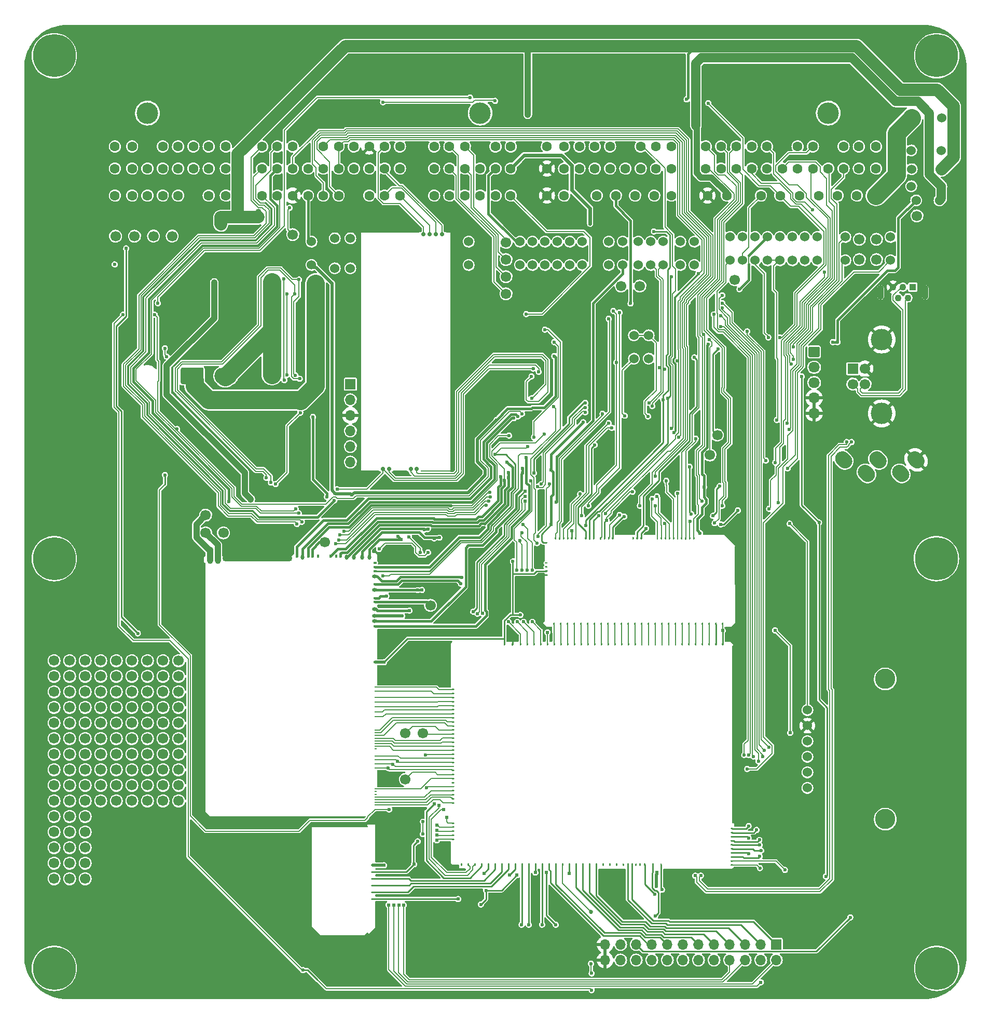
<source format=gbl>
G04 #@! TF.GenerationSoftware,KiCad,Pcbnew,(6.0.1)*
G04 #@! TF.CreationDate,2022-05-23T18:47:54+03:00*
G04 #@! TF.ProjectId,hellen72_NB2,68656c6c-656e-4373-925f-4e42322e6b69,b*
G04 #@! TF.SameCoordinates,PX141ef50PYa2cc1bc*
G04 #@! TF.FileFunction,Copper,L2,Bot*
G04 #@! TF.FilePolarity,Positive*
%FSLAX46Y46*%
G04 Gerber Fmt 4.6, Leading zero omitted, Abs format (unit mm)*
G04 Created by KiCad (PCBNEW (6.0.1)) date 2022-05-23 18:47:54*
%MOMM*%
%LPD*%
G01*
G04 APERTURE LIST*
G04 #@! TA.AperFunction,ComponentPad*
%ADD10C,0.599999*%
G04 #@! TD*
G04 #@! TA.AperFunction,ComponentPad*
%ADD11C,1.524000*%
G04 #@! TD*
G04 #@! TA.AperFunction,ComponentPad*
%ADD12C,1.700000*%
G04 #@! TD*
G04 #@! TA.AperFunction,ComponentPad*
%ADD13R,1.700000X1.700000*%
G04 #@! TD*
G04 #@! TA.AperFunction,ComponentPad*
%ADD14O,1.700000X1.700000*%
G04 #@! TD*
G04 #@! TA.AperFunction,SMDPad,CuDef*
%ADD15O,0.200000X40.800000*%
G04 #@! TD*
G04 #@! TA.AperFunction,SMDPad,CuDef*
%ADD16O,25.600000X0.200000*%
G04 #@! TD*
G04 #@! TA.AperFunction,SMDPad,CuDef*
%ADD17O,1.000001X1.500000*%
G04 #@! TD*
G04 #@! TA.AperFunction,SMDPad,CuDef*
%ADD18O,11.400000X1.100000*%
G04 #@! TD*
G04 #@! TA.AperFunction,SMDPad,CuDef*
%ADD19O,0.399999X0.599999*%
G04 #@! TD*
G04 #@! TA.AperFunction,SMDPad,CuDef*
%ADD20O,0.599999X0.800001*%
G04 #@! TD*
G04 #@! TA.AperFunction,SMDPad,CuDef*
%ADD21O,0.599999X0.399999*%
G04 #@! TD*
G04 #@! TA.AperFunction,SMDPad,CuDef*
%ADD22O,0.800001X0.599999*%
G04 #@! TD*
G04 #@! TA.AperFunction,SMDPad,CuDef*
%ADD23O,0.399999X0.200000*%
G04 #@! TD*
G04 #@! TA.AperFunction,ComponentPad*
%ADD24C,3.500000*%
G04 #@! TD*
G04 #@! TA.AperFunction,ComponentPad*
%ADD25C,1.600000*%
G04 #@! TD*
G04 #@! TA.AperFunction,ComponentPad*
%ADD26R,1.100000X1.100000*%
G04 #@! TD*
G04 #@! TA.AperFunction,ComponentPad*
%ADD27C,1.100000*%
G04 #@! TD*
G04 #@! TA.AperFunction,ComponentPad*
%ADD28O,1.100000X2.400000*%
G04 #@! TD*
G04 #@! TA.AperFunction,ComponentPad*
%ADD29C,3.302000*%
G04 #@! TD*
G04 #@! TA.AperFunction,ComponentPad*
%ADD30O,3.700000X2.700000*%
G04 #@! TD*
G04 #@! TA.AperFunction,ComponentPad*
%ADD31C,7.000000*%
G04 #@! TD*
G04 #@! TA.AperFunction,ComponentPad*
%ADD32C,0.700000*%
G04 #@! TD*
G04 #@! TA.AperFunction,SMDPad,CuDef*
%ADD33R,9.750000X0.250000*%
G04 #@! TD*
G04 #@! TA.AperFunction,SMDPad,CuDef*
%ADD34R,0.250000X39.250000*%
G04 #@! TD*
G04 #@! TA.AperFunction,SMDPad,CuDef*
%ADD35R,0.950000X0.250000*%
G04 #@! TD*
G04 #@! TA.AperFunction,SMDPad,CuDef*
%ADD36R,2.250000X0.250000*%
G04 #@! TD*
G04 #@! TA.AperFunction,SMDPad,CuDef*
%ADD37R,5.050000X0.250000*%
G04 #@! TD*
G04 #@! TA.AperFunction,SMDPad,CuDef*
%ADD38R,3.100000X0.250000*%
G04 #@! TD*
G04 #@! TA.AperFunction,ComponentPad*
%ADD39C,0.600000*%
G04 #@! TD*
G04 #@! TA.AperFunction,ComponentPad*
%ADD40O,1.850000X1.700000*%
G04 #@! TD*
G04 #@! TA.AperFunction,SMDPad,CuDef*
%ADD41C,2.000000*%
G04 #@! TD*
G04 #@! TA.AperFunction,ViaPad*
%ADD42C,0.600000*%
G04 #@! TD*
G04 #@! TA.AperFunction,ViaPad*
%ADD43C,0.609600*%
G04 #@! TD*
G04 #@! TA.AperFunction,ViaPad*
%ADD44C,0.685800*%
G04 #@! TD*
G04 #@! TA.AperFunction,ViaPad*
%ADD45C,1.000000*%
G04 #@! TD*
G04 #@! TA.AperFunction,Conductor*
%ADD46C,1.000000*%
G04 #@! TD*
G04 #@! TA.AperFunction,Conductor*
%ADD47C,0.200000*%
G04 #@! TD*
G04 #@! TA.AperFunction,Conductor*
%ADD48C,0.254000*%
G04 #@! TD*
G04 #@! TA.AperFunction,Conductor*
%ADD49C,0.400000*%
G04 #@! TD*
G04 #@! TA.AperFunction,Conductor*
%ADD50C,3.000000*%
G04 #@! TD*
G04 #@! TA.AperFunction,Conductor*
%ADD51C,0.300000*%
G04 #@! TD*
G04 #@! TA.AperFunction,Conductor*
%ADD52C,0.203200*%
G04 #@! TD*
G04 #@! TA.AperFunction,Conductor*
%ADD53C,0.508000*%
G04 #@! TD*
G04 #@! TA.AperFunction,Conductor*
%ADD54C,0.600000*%
G04 #@! TD*
G04 #@! TA.AperFunction,Conductor*
%ADD55C,2.000000*%
G04 #@! TD*
G04 #@! TA.AperFunction,Conductor*
%ADD56C,1.500000*%
G04 #@! TD*
G04 APERTURE END LIST*
D10*
G04 #@! TO.P,M4,V1,V33*
G04 #@! TO.N,+3V3*
X75468535Y17795040D03*
G04 #@! TO.P,M4,V2,GND*
G04 #@! TO.N,GND*
X77043549Y12890031D03*
G04 #@! TO.P,M4,V3,GND*
X89747567Y12899094D03*
G04 #@! TO.P,M4,V4,SD_CS*
G04 #@! TO.N,/SD_CS*
X81268539Y12220030D03*
G04 #@! TO.P,M4,V5,SD_MOSI*
G04 #@! TO.N,/SD_MOSI*
X82443543Y12220030D03*
G04 #@! TO.P,M4,V6,SD_SCK*
G04 #@! TO.N,/SD_SCK*
X84618537Y12220030D03*
G04 #@! TO.P,M4,V7,SD_MISO*
G04 #@! TO.N,/SD_MISO*
X86843539Y12220030D03*
G04 #@! TD*
D11*
G04 #@! TO.P,F6,1,1*
G04 #@! TO.N,Net-(F6-Pad1)*
X149753680Y132605340D03*
G04 #@! TO.P,F6,2,2*
G04 #@! TO.N,/4AF*
X144853680Y132605340D03*
G04 #@! TD*
G04 #@! TO.P,R8,1,1*
G04 #@! TO.N,+5VA*
X117331680Y120540340D03*
G04 #@! TO.P,R8,2,2*
G04 #@! TO.N,/4K*
X117331680Y124350340D03*
G04 #@! TD*
G04 #@! TO.P,R32,1,1*
G04 #@! TO.N,/IN_EGR_BOOST*
X141461680Y120540340D03*
G04 #@! TO.P,R32,2,2*
G04 #@! TO.N,/4AE*
X141461680Y124350340D03*
G04 #@! TD*
D12*
G04 #@! TO.P,P5,1,Pin_1*
G04 #@! TO.N,/IO12*
X62302380Y35910220D03*
G04 #@! TD*
G04 #@! TO.P,P6,1,Pin_1*
G04 #@! TO.N,/IO13*
X62302380Y43412400D03*
G04 #@! TD*
D13*
G04 #@! TO.P,J27,1,Pin_1*
G04 #@! TO.N,Net-(J27-Pad1)*
X53323680Y100347340D03*
D14*
G04 #@! TO.P,J27,2,Pin_2*
G04 #@! TO.N,Net-(J27-Pad2)*
X53323680Y97807340D03*
G04 #@! TO.P,J27,3,Pin_3*
G04 #@! TO.N,GND*
X53323680Y95267340D03*
G04 #@! TO.P,J27,4,Pin_4*
G04 #@! TO.N,Net-(J27-Pad4)*
X53323680Y92727340D03*
G04 #@! TO.P,J27,5,Pin_5*
G04 #@! TO.N,Net-(J27-Pad5)*
X53323680Y90187340D03*
G04 #@! TO.P,J27,6,Pin_6*
G04 #@! TO.N,unconnected-(J27-Pad6)*
X53323680Y87647340D03*
G04 #@! TD*
D12*
G04 #@! TO.P,P19,1,Pin_1*
G04 #@! TO.N,/5J*
X43925680Y124731340D03*
G04 #@! TD*
G04 #@! TO.P,G4,1*
G04 #@! TO.N,Net-(G4-Pad1)*
X20210000Y45097322D03*
G04 #@! TO.P,G4,2*
G04 #@! TO.N,Net-(G4-Pad12)*
X20210000Y47637322D03*
G04 #@! TO.P,G4,3*
G04 #@! TO.N,Net-(G4-Pad13)*
X20210000Y50177322D03*
G04 #@! TO.P,G4,4*
G04 #@! TO.N,Net-(G4-Pad14)*
X20210000Y52717322D03*
G04 #@! TO.P,G4,5*
G04 #@! TO.N,Net-(G4-Pad10)*
X20210000Y55257322D03*
G04 #@! TO.P,G4,6*
G04 #@! TO.N,Net-(G4-Pad1)*
X22750000Y45097322D03*
G04 #@! TO.P,G4,7*
G04 #@! TO.N,Net-(G4-Pad12)*
X22750000Y47637322D03*
G04 #@! TO.P,G4,8*
G04 #@! TO.N,Net-(G4-Pad13)*
X22750000Y50177322D03*
G04 #@! TO.P,G4,9*
G04 #@! TO.N,Net-(G4-Pad14)*
X22750000Y52717322D03*
G04 #@! TO.P,G4,10*
G04 #@! TO.N,Net-(G4-Pad10)*
X22750000Y55257322D03*
G04 #@! TO.P,G4,11*
G04 #@! TO.N,Net-(G4-Pad1)*
X25290000Y45097322D03*
G04 #@! TO.P,G4,12*
G04 #@! TO.N,Net-(G4-Pad12)*
X25290000Y47637322D03*
G04 #@! TO.P,G4,13*
G04 #@! TO.N,Net-(G4-Pad13)*
X25290000Y50177322D03*
G04 #@! TO.P,G4,14*
G04 #@! TO.N,Net-(G4-Pad14)*
X25290000Y52717322D03*
G04 #@! TO.P,G4,15*
G04 #@! TO.N,Net-(G4-Pad10)*
X25290000Y55257322D03*
G04 #@! TD*
D11*
G04 #@! TO.P,R9,1,1*
G04 #@! TO.N,/IN_VIGN*
X123427680Y120540340D03*
G04 #@! TO.P,R9,2,2*
G04 #@! TO.N,/4S*
X123427680Y124350340D03*
G04 #@! TD*
D12*
G04 #@! TO.P,P10,1,Pin_1*
G04 #@! TO.N,/2F*
X78723680Y117873340D03*
G04 #@! TD*
G04 #@! TO.P,P12,1,Pin_1*
G04 #@! TO.N,/OUT_SOLENOID_A1*
X29701680Y79005340D03*
G04 #@! TD*
G04 #@! TO.P,G12,1*
G04 #@! TO.N,Net-(G12-Pad1)*
X12590000Y32397322D03*
G04 #@! TO.P,G12,2*
G04 #@! TO.N,Net-(G12-Pad12)*
X12590000Y34937322D03*
G04 #@! TO.P,G12,3*
G04 #@! TO.N,Net-(G12-Pad13)*
X12590000Y37477322D03*
G04 #@! TO.P,G12,4*
G04 #@! TO.N,Net-(G12-Pad14)*
X12590000Y40017322D03*
G04 #@! TO.P,G12,5*
G04 #@! TO.N,Net-(G12-Pad10)*
X12590000Y42557322D03*
G04 #@! TO.P,G12,6*
G04 #@! TO.N,Net-(G12-Pad1)*
X15130000Y32397322D03*
G04 #@! TO.P,G12,7*
G04 #@! TO.N,Net-(G12-Pad12)*
X15130000Y34937322D03*
G04 #@! TO.P,G12,8*
G04 #@! TO.N,Net-(G12-Pad13)*
X15130000Y37477322D03*
G04 #@! TO.P,G12,9*
G04 #@! TO.N,Net-(G12-Pad14)*
X15130000Y40017322D03*
G04 #@! TO.P,G12,10*
G04 #@! TO.N,Net-(G12-Pad10)*
X15130000Y42557322D03*
G04 #@! TO.P,G12,11*
G04 #@! TO.N,Net-(G12-Pad1)*
X17670000Y32397322D03*
G04 #@! TO.P,G12,12*
G04 #@! TO.N,Net-(G12-Pad12)*
X17670000Y34937322D03*
G04 #@! TO.P,G12,13*
G04 #@! TO.N,Net-(G12-Pad13)*
X17670000Y37477322D03*
G04 #@! TO.P,G12,14*
G04 #@! TO.N,Net-(G12-Pad14)*
X17670000Y40017322D03*
G04 #@! TO.P,G12,15*
G04 #@! TO.N,Net-(G12-Pad10)*
X17670000Y42557322D03*
G04 #@! TD*
D15*
G04 #@! TO.P,M5,G,GND*
G04 #@! TO.N,GND*
X29616538Y50856720D03*
D16*
X43016539Y29831718D03*
G04 #@! TA.AperFunction,SMDPad,CuDef*
G36*
G01*
X29688694Y30610985D02*
X30395800Y29903879D01*
G75*
G02*
X30395800Y29762457I-70711J-70711D01*
G01*
X30395800Y29762457D01*
G75*
G02*
X30254378Y29762457I-70711J70711D01*
G01*
X29547272Y30469563D01*
G75*
G02*
X29547272Y30610985I70711J70711D01*
G01*
X29547272Y30610985D01*
G75*
G02*
X29688694Y30610985I70711J-70711D01*
G01*
G37*
G04 #@! TD.AperFunction*
D17*
G04 #@! TO.P,M5,S1,OUT_SOLENOID_A1*
G04 #@! TO.N,/OUT_SOLENOID_A1*
X30414997Y71843006D03*
G04 #@! TO.P,M5,S2,OUT_SOLENOID_A2*
G04 #@! TO.N,/OUT_SOLENOID_A2*
X31670862Y71843006D03*
D18*
G04 #@! TO.P,M5,S3,GND*
G04 #@! TO.N,GND*
X38114997Y71968007D03*
D19*
G04 #@! TO.P,M5,S6,OUT_PP2*
G04 #@! TO.N,/OUT_TACH*
X44564989Y72268006D03*
D20*
G04 #@! TO.P,M5,S7,OUT_LOW3_DUAL*
G04 #@! TO.N,/OUT_O2H*
X45540001Y72168001D03*
D19*
G04 #@! TO.P,M5,S8,OUT_LOW1*
G04 #@! TO.N,/OUT_ECF_RELAY*
X46409758Y72268006D03*
G04 #@! TO.P,M5,S9,OUT_HIGH2*
G04 #@! TO.N,/OUT_HIGH2*
X47139995Y72268006D03*
G04 #@! TO.P,M5,S10,OUT_LOW11*
G04 #@! TO.N,unconnected-(M5-PadS10)*
X48034758Y72268006D03*
G04 #@! TO.P,M5,S12,OUT_LOW8_PULLUP*
G04 #@! TO.N,/OUT_AC_RELAY*
X50109758Y72268006D03*
G04 #@! TO.P,M5,S13,OUT_LOW12*
G04 #@! TO.N,unconnected-(M5-PadS13)*
X51009754Y72268006D03*
G04 #@! TO.P,M5,S14,OUT_LOW9*
G04 #@! TO.N,/OUT_PUMP_RELAY*
X51719996Y72268006D03*
D20*
G04 #@! TO.P,M5,S15,OUT_INJ6*
G04 #@! TO.N,/OUT_INJ6*
X52739997Y72168006D03*
G04 #@! TO.P,M5,S16,OUT_INJ2*
G04 #@! TO.N,/OUT_INJ2*
X53914996Y72168006D03*
G04 #@! TO.P,M5,S17,OUT_INJ3*
G04 #@! TO.N,/OUT_INJ3*
X55264995Y72168006D03*
G04 #@! TO.P,M5,S18,OUT_INJ1*
G04 #@! TO.N,/OUT_INJ1*
X56439994Y72168006D03*
D21*
G04 #@! TO.P,M5,W1,OUT_LOW2*
G04 #@! TO.N,unconnected-(M5-PadW1)*
X57339995Y71237767D03*
G04 #@! TO.P,M5,W2,OUT_LOW10*
G04 #@! TO.N,/OUT_CANIST*
X57339995Y70543008D03*
G04 #@! TO.P,M5,W3,OUT_LOW6_DIODE*
G04 #@! TO.N,/OUT_CHECK_ENGINE*
X57339995Y69862768D03*
D22*
G04 #@! TO.P,M5,W4,OUT_LOW4_DUAL*
G04 #@! TO.N,/OUT_O2H2*
X57244997Y69043006D03*
D21*
G04 #@! TO.P,M5,W6,OUT_PP1*
G04 #@! TO.N,Net-(M5-PadW6)*
X57339995Y67737769D03*
D22*
G04 #@! TO.P,M5,W7,OUT_INJ4*
G04 #@! TO.N,/OUT_INJ4*
X57244997Y66768004D03*
D21*
G04 #@! TO.P,M5,W8,OUT_HIGH1*
G04 #@! TO.N,/OUT_HIGH1*
X57339995Y65493006D03*
G04 #@! TO.P,M5,W9,OUT_LOW7_PULLUP*
G04 #@! TO.N,/OUT_LOW7_PULLUP*
X57339995Y64843004D03*
D22*
G04 #@! TO.P,M5,W10,OUT_INJ5*
G04 #@! TO.N,/OUT_INJ5*
X57244997Y63643004D03*
G04 #@! TO.P,M5,W11,OUT_INJ8*
G04 #@! TO.N,/OUT_INJ8_BOOST*
X57244997Y62568000D03*
G04 #@! TO.P,M5,W12,OUT_INJ7*
G04 #@! TO.N,/OUT_INJ7*
X57244997Y61692998D03*
D21*
G04 #@! TO.P,M5,W13,OUT_LOW5_MAIN*
G04 #@! TO.N,/OUT_MAIN_RELAY*
X57339995Y60868006D03*
G04 #@! TO.P,M5,W14,V5*
G04 #@! TO.N,+5V*
X57339995Y55018005D03*
D23*
G04 #@! TO.P,M5,W15,INJ8*
G04 #@! TO.N,/INJ8_BOOST*
X57444996Y50963035D03*
G04 #@! TO.P,M5,W16,INJ7*
G04 #@! TO.N,/INJ7*
X57444996Y50303033D03*
G04 #@! TO.P,M5,W17,INJ6*
G04 #@! TO.N,/INJ6*
X57444996Y49243005D03*
G04 #@! TO.P,M5,W18,INJ5*
G04 #@! TO.N,/INJ5*
X57444996Y48538920D03*
G04 #@! TO.P,M5,W19,INJ4*
G04 #@! TO.N,/INJ4*
X57444996Y47738881D03*
G04 #@! TO.P,M5,W20,INJ3*
G04 #@! TO.N,/INJ3*
X57444996Y46938842D03*
G04 #@! TO.P,M5,W21,LOW1*
G04 #@! TO.N,/ECF_RELAY*
X57444996Y46143006D03*
G04 #@! TO.P,M5,W22,PP2*
G04 #@! TO.N,/TACH*
X57444996Y43948004D03*
G04 #@! TO.P,M5,W23,INJ2*
G04 #@! TO.N,/INJ2*
X57444996Y43508005D03*
G04 #@! TO.P,M5,W24,INJ1*
G04 #@! TO.N,/INJ1*
X57444996Y43068006D03*
G04 #@! TO.P,M5,W25,LOW6_DIODE*
G04 #@! TO.N,/CE*
X57444996Y42628004D03*
G04 #@! TO.P,M5,W26,LOW10*
G04 #@! TO.N,/CANIST*
X57444996Y42188005D03*
G04 #@! TO.P,M5,W27,LOW9*
G04 #@! TO.N,/PUMP*
X57444996Y41748006D03*
G04 #@! TO.P,M5,W28,PP1*
G04 #@! TO.N,/ALTERN*
X57444996Y41308004D03*
G04 #@! TO.P,M5,W29,LOW2*
G04 #@! TO.N,unconnected-(M5-PadW29)*
X57444996Y40868005D03*
G04 #@! TO.P,M5,W30,SOLENOID_B2*
G04 #@! TO.N,/SOLENOID_B2*
X57444996Y39743034D03*
G04 #@! TO.P,M5,W31,SOLENOID_B1*
G04 #@! TO.N,/-ETB*
X57444996Y39083036D03*
G04 #@! TO.P,M5,W32,SOLENOID_A2*
G04 #@! TO.N,/+ETB*
X57444996Y38423034D03*
G04 #@! TO.P,M5,W33,SOLENOID_A1*
G04 #@! TO.N,/ETB_EN*
X57444996Y37763036D03*
G04 #@! TO.P,M5,W34,LOW4_DUAL*
G04 #@! TO.N,/O2H2*
X57444996Y34358006D03*
G04 #@! TO.P,M5,W35,LOW11*
G04 #@! TO.N,unconnected-(M5-PadW35)*
X57444996Y33918007D03*
G04 #@! TO.P,M5,W36,LOW12*
G04 #@! TO.N,unconnected-(M5-PadW36)*
X57444996Y33478005D03*
G04 #@! TO.P,M5,W37,LOW8_HIGH2*
G04 #@! TO.N,/AC_RELAY*
X57444996Y33038006D03*
G04 #@! TO.P,M5,W38,LOW3_DUAL*
G04 #@! TO.N,/O2H*
X57444996Y32598007D03*
G04 #@! TO.P,M5,W39,LOW7_HIGH1*
G04 #@! TO.N,/LOW7_HIGH1*
X57444996Y32158005D03*
G04 #@! TO.P,M5,W40,LOW5_MAIN*
G04 #@! TO.N,/MAIN*
X57444996Y31718006D03*
G04 #@! TD*
D11*
G04 #@! TO.P,R48,1,1*
G04 #@! TO.N,/OUT_MAIN_RELAY*
X89137680Y119778340D03*
G04 #@! TO.P,R48,2,2*
G04 #@! TO.N,/3H*
X89137680Y123588340D03*
G04 #@! TD*
D12*
G04 #@! TO.P,P15,1,Pin_1*
G04 #@! TO.N,/2E*
X78723680Y115079340D03*
G04 #@! TD*
D24*
G04 #@! TO.P,P2,*
G04 #@! TO.N,*
X131301680Y144555340D03*
X74501680Y144555340D03*
X20201680Y144555340D03*
D25*
G04 #@! TO.P,P2,1,1C*
G04 #@! TO.N,unconnected-(P2-Pad1)*
X14901680Y139105340D03*
G04 #@! TO.P,P2,2,1F*
G04 #@! TO.N,unconnected-(P2-Pad2)*
X17701680Y139105340D03*
G04 #@! TO.P,P2,3,1L*
G04 #@! TO.N,unconnected-(P2-Pad3)*
X22701680Y139105340D03*
G04 #@! TO.P,P2,4,1O*
G04 #@! TO.N,unconnected-(P2-Pad4)*
X25201680Y139105340D03*
G04 #@! TO.P,P2,5,1R*
G04 #@! TO.N,unconnected-(P2-Pad5)*
X27701680Y139105340D03*
G04 #@! TO.P,P2,6,1U*
G04 #@! TO.N,unconnected-(P2-Pad6)*
X30201680Y139105340D03*
G04 #@! TO.P,P2,7,1X*
G04 #@! TO.N,unconnected-(P2-Pad7)*
X33001680Y139105340D03*
G04 #@! TO.P,P2,8,5C*
G04 #@! TO.N,/IN_D4*
X38901680Y139105340D03*
G04 #@! TO.P,P2,9,5F*
G04 #@! TO.N,/OUT_HIGH1*
X41401680Y139105340D03*
G04 #@! TO.P,P2,10,5J*
G04 #@! TO.N,/5J*
X43901680Y139105340D03*
G04 #@! TO.P,P2,11,5O*
G04 #@! TO.N,/IN_TPS*
X48901680Y139105340D03*
G04 #@! TO.P,P2,12,5S*
G04 #@! TO.N,+5VA*
X51401680Y139105340D03*
G04 #@! TO.P,P2,13,5U*
G04 #@! TO.N,GNDA*
X53901680Y139105340D03*
G04 #@! TO.P,P2,14,5X*
G04 #@! TO.N,GND*
X56401680Y139105340D03*
G04 #@! TO.P,P2,15,5AB*
G04 #@! TO.N,/WBO_R_Trim*
X58901680Y139105340D03*
G04 #@! TO.P,P2,16,5AE*
G04 #@! TO.N,/5AE*
X61401680Y139105340D03*
G04 #@! TO.P,P2,17,2C*
G04 #@! TO.N,/2C*
X67001680Y139105340D03*
G04 #@! TO.P,P2,18,2F*
G04 #@! TO.N,/2F*
X69501680Y139105340D03*
G04 #@! TO.P,P2,19,2I*
G04 #@! TO.N,/2I*
X72001680Y139105340D03*
G04 #@! TO.P,P2,20,2O*
G04 #@! TO.N,/OUT_IGN3*
X77001680Y139105340D03*
G04 #@! TO.P,P2,21,2R*
G04 #@! TO.N,/OUT_CHECK_ENGINE*
X79501680Y139105340D03*
G04 #@! TO.P,P2,22,3C*
G04 #@! TO.N,/3C*
X85401680Y139105340D03*
G04 #@! TO.P,P2,23,3F*
G04 #@! TO.N,/OUT_IGN1*
X88201680Y139105340D03*
G04 #@! TO.P,P2,24,3I*
G04 #@! TO.N,/OUT_IGN2*
X90701680Y139105340D03*
G04 #@! TO.P,P2,25,3L*
G04 #@! TO.N,/IN_AFR*
X93201680Y139105340D03*
G04 #@! TO.P,P2,26,3O*
G04 #@! TO.N,/OUT_TACH*
X95701680Y139105340D03*
G04 #@! TO.P,P2,27,3T*
G04 #@! TO.N,/IN_VSS*
X100701680Y139105340D03*
G04 #@! TO.P,P2,28,3W*
G04 #@! TO.N,/3W*
X103201680Y139105340D03*
G04 #@! TO.P,P2,29,3Z*
G04 #@! TO.N,/3Z*
X105701680Y139105340D03*
G04 #@! TO.P,P2,30,4C*
G04 #@! TO.N,/IN_STEERING*
X111301680Y139105340D03*
G04 #@! TO.P,P2,31,4F*
G04 #@! TO.N,/IN_AC_PRESSURE*
X113801680Y139105340D03*
G04 #@! TO.P,P2,32,4I*
G04 #@! TO.N,/IN_CLUTCH*
X116301680Y139105340D03*
G04 #@! TO.P,P2,33,4K*
G04 #@! TO.N,/4K*
X118801680Y139105340D03*
G04 #@! TO.P,P2,34,4N*
G04 #@! TO.N,Net-(P2-Pad34)*
X121301680Y139105340D03*
G04 #@! TO.P,P2,35,4T*
G04 #@! TO.N,unconnected-(P2-Pad35)*
X126301680Y139105340D03*
G04 #@! TO.P,P2,36,4W*
G04 #@! TO.N,Net-(P2-Pad36)*
X128801680Y139105340D03*
G04 #@! TO.P,P2,37,4AB*
G04 #@! TO.N,/4AB*
X133801680Y139105340D03*
G04 #@! TO.P,P2,38,4AE*
G04 #@! TO.N,/4AE*
X136301680Y139105340D03*
G04 #@! TO.P,P2,39,4AH*
G04 #@! TO.N,Net-(P2-Pad39)*
X139101680Y139105340D03*
G04 #@! TO.P,P2,40,1B*
G04 #@! TO.N,unconnected-(P2-Pad40)*
X14901680Y135505340D03*
G04 #@! TO.P,P2,41,1E*
G04 #@! TO.N,unconnected-(P2-Pad41)*
X17701680Y135505340D03*
G04 #@! TO.P,P2,42,1H*
G04 #@! TO.N,unconnected-(P2-Pad42)*
X20201680Y135505340D03*
G04 #@! TO.P,P2,43,1K*
G04 #@! TO.N,unconnected-(P2-Pad43)*
X22701680Y135505340D03*
G04 #@! TO.P,P2,44,1N*
G04 #@! TO.N,unconnected-(P2-Pad44)*
X25201680Y135505340D03*
G04 #@! TO.P,P2,45,1Q*
G04 #@! TO.N,unconnected-(P2-Pad45)*
X27701680Y135505340D03*
G04 #@! TO.P,P2,46,1T*
G04 #@! TO.N,unconnected-(P2-Pad46)*
X30201680Y135505340D03*
G04 #@! TO.P,P2,47,1W*
G04 #@! TO.N,unconnected-(P2-Pad47)*
X33001680Y135505340D03*
G04 #@! TO.P,P2,48,5B*
G04 #@! TO.N,/IN_RES3*
X38901680Y135505340D03*
G04 #@! TO.P,P2,49,5E*
G04 #@! TO.N,/OUT_SOLENOID_B2*
X41401680Y135505340D03*
G04 #@! TO.P,P2,50,5I*
G04 #@! TO.N,/IN_DIGITAL*
X43901680Y135505340D03*
G04 #@! TO.P,P2,51,5L*
G04 #@! TO.N,+5VA*
X46401680Y135505340D03*
G04 #@! TO.P,P2,52,5N*
G04 #@! TO.N,/IN_TPS2*
X48901680Y135505340D03*
G04 #@! TO.P,P2,53,5R*
G04 #@! TO.N,+5VA*
X51401680Y135505340D03*
G04 #@! TO.P,P2,54,5T*
G04 #@! TO.N,GNDA*
X53901680Y135505340D03*
G04 #@! TO.P,P2,55,5W*
G04 #@! TO.N,Net-(F5-Pad1)*
X56401680Y135505340D03*
G04 #@! TO.P,P2,56,5AA*
G04 #@! TO.N,/WBO_Vs*
X58901680Y135505340D03*
G04 #@! TO.P,P2,57,5AD*
G04 #@! TO.N,/WBO_H-*
X61401680Y135505340D03*
G04 #@! TO.P,P2,58,2B*
G04 #@! TO.N,/OUT_ECF_RELAY*
X67001680Y135505340D03*
G04 #@! TO.P,P2,59,2E*
G04 #@! TO.N,/2E*
X69501680Y135505340D03*
G04 #@! TO.P,P2,60,2H*
G04 #@! TO.N,/2H*
X72001680Y135505340D03*
G04 #@! TO.P,P2,61,2K*
G04 #@! TO.N,/OUT_AC_RELAY*
X74501680Y135505340D03*
G04 #@! TO.P,P2,62,2N*
G04 #@! TO.N,/2N*
X77001680Y135505340D03*
G04 #@! TO.P,P2,63,2Q*
G04 #@! TO.N,/OUT_IDLE*
X79501680Y135505340D03*
G04 #@! TO.P,P2,64,3B*
G04 #@! TO.N,GND*
X85401680Y135505340D03*
G04 #@! TO.P,P2,65,3E*
G04 #@! TO.N,Net-(P2-Pad65)*
X88201680Y135505340D03*
G04 #@! TO.P,P2,66,3H*
G04 #@! TO.N,/3H*
X90701680Y135505340D03*
G04 #@! TO.P,P2,67,3K*
G04 #@! TO.N,/IN_SENS2*
X93201680Y135505340D03*
G04 #@! TO.P,P2,68,3N*
G04 #@! TO.N,/OUT_IGN4*
X95701680Y135505340D03*
G04 #@! TO.P,P2,69,3Q*
G04 #@! TO.N,/3Q*
X98201680Y135505340D03*
G04 #@! TO.P,P2,70,3S*
G04 #@! TO.N,/3S*
X100701680Y135505340D03*
G04 #@! TO.P,P2,71,3V*
G04 #@! TO.N,/IN_CAM*
X103201680Y135505340D03*
G04 #@! TO.P,P2,72,3Y*
G04 #@! TO.N,/IN_CRANK*
X105701680Y135505340D03*
G04 #@! TO.P,P2,73,4B*
G04 #@! TO.N,/IN_BRAKE*
X111301680Y135505340D03*
G04 #@! TO.P,P2,74,4E*
G04 #@! TO.N,/4E*
X113801680Y135505340D03*
G04 #@! TO.P,P2,75,4H*
G04 #@! TO.N,/IN_NEUTRAL*
X116301680Y135505340D03*
G04 #@! TO.P,P2,76,4J*
G04 #@! TO.N,/IN_VTCS*
X118801680Y135505340D03*
G04 #@! TO.P,P2,77,4M*
G04 #@! TO.N,/4M*
X121301680Y135505340D03*
G04 #@! TO.P,P2,78,4P*
G04 #@! TO.N,/IN_CLT*
X123801680Y135505340D03*
G04 #@! TO.P,P2,79,4S*
G04 #@! TO.N,/4S*
X126301680Y135505340D03*
G04 #@! TO.P,P2,80,4V*
G04 #@! TO.N,/IN_TPS*
X128801680Y135505340D03*
G04 #@! TO.P,P2,81,4X*
G04 #@! TO.N,Net-(P2-Pad81)*
X131301680Y135505340D03*
G04 #@! TO.P,P2,82,4AA*
G04 #@! TO.N,/IN_O2S3*
X133801680Y135505340D03*
G04 #@! TO.P,P2,83,4AD*
G04 #@! TO.N,/4AD*
X136301680Y135505340D03*
G04 #@! TO.P,P2,84,4AG*
G04 #@! TO.N,+12V_PERM*
X139101680Y135505340D03*
G04 #@! TO.P,P2,85,1A*
G04 #@! TO.N,/1A*
X14901680Y131105340D03*
G04 #@! TO.P,P2,86,1D*
G04 #@! TO.N,/1D*
X17701680Y131105340D03*
G04 #@! TO.P,P2,87,1G*
G04 #@! TO.N,/1G*
X20201680Y131105340D03*
G04 #@! TO.P,P2,88,1J*
G04 #@! TO.N,/1J*
X22701680Y131105340D03*
G04 #@! TO.P,P2,89,1M*
G04 #@! TO.N,unconnected-(P2-Pad89)*
X25201680Y131105340D03*
G04 #@! TO.P,P2,90,1S*
G04 #@! TO.N,unconnected-(P2-Pad90)*
X30201680Y131105340D03*
G04 #@! TO.P,P2,91,1V*
G04 #@! TO.N,unconnected-(P2-Pad91)*
X33001680Y131105340D03*
G04 #@! TO.P,P2,92,5A*
G04 #@! TO.N,/IN_MAP1*
X38901680Y131105340D03*
G04 #@! TO.P,P2,93,5D*
G04 #@! TO.N,/IN_SENS3*
X41401680Y131105340D03*
G04 #@! TO.P,P2,94,5H*
G04 #@! TO.N,GND*
X43901680Y131105340D03*
G04 #@! TO.P,P2,95,5K*
G04 #@! TO.N,/5K*
X46401680Y131105340D03*
G04 #@! TO.P,P2,96,5M*
G04 #@! TO.N,/IN_PPS2*
X48901680Y131105340D03*
G04 #@! TO.P,P2,97,5P*
G04 #@! TO.N,/IN_PPS*
X51401680Y131105340D03*
G04 #@! TO.P,P2,98,5V*
G04 #@! TO.N,Net-(F4-Pad1)*
X56401680Y131105340D03*
G04 #@! TO.P,P2,99,5Z*
G04 #@! TO.N,/WBO_Vs{slash}Ip*
X58901680Y131105340D03*
G04 #@! TO.P,P2,100,5AC*
G04 #@! TO.N,/WBO_Ip*
X61401680Y131105340D03*
G04 #@! TO.P,P2,101,2A*
G04 #@! TO.N,/OUT_INJ1*
X67001680Y131105340D03*
G04 #@! TO.P,P2,102,2D*
G04 #@! TO.N,/OUT_INJ2*
X69501680Y131105340D03*
G04 #@! TO.P,P2,103,2G*
G04 #@! TO.N,/OUT_INJ3*
X72001680Y131105340D03*
G04 #@! TO.P,P2,104,2J*
G04 #@! TO.N,/OUT_INJ4*
X74501680Y131105340D03*
G04 #@! TO.P,P2,105,2M*
G04 #@! TO.N,/OUT_PUMP_RELAY*
X77001680Y131105340D03*
G04 #@! TO.P,P2,106,2P*
G04 #@! TO.N,+12V_RAW*
X79501680Y131105340D03*
G04 #@! TO.P,P2,107,3A*
G04 #@! TO.N,GND*
X85401680Y131105340D03*
G04 #@! TO.P,P2,108,3D*
G04 #@! TO.N,/3D*
X88201680Y131105340D03*
G04 #@! TO.P,P2,109,3J*
G04 #@! TO.N,/3J*
X93511680Y131105340D03*
G04 #@! TO.P,P2,110,3M*
G04 #@! TO.N,/OUT_ALTERNATOR*
X96641680Y131105340D03*
G04 #@! TO.P,P2,111,3P*
G04 #@! TO.N,Net-(P2-Pad111)*
X99771680Y131105340D03*
G04 #@! TO.P,P2,112,3U*
G04 #@! TO.N,/3U*
X102901680Y131105340D03*
G04 #@! TO.P,P2,113,3X*
G04 #@! TO.N,/3X*
X105701680Y131105340D03*
G04 #@! TO.P,P2,114,4A*
G04 #@! TO.N,GND*
X111601680Y131105340D03*
G04 #@! TO.P,P2,115,4D*
G04 #@! TO.N,Net-(F6-Pad1)*
X114731680Y131105340D03*
G04 #@! TO.P,P2,116,4L*
G04 #@! TO.N,+5VA*
X120321680Y131105340D03*
G04 #@! TO.P,P2,117,4O*
G04 #@! TO.N,GNDA*
X123451680Y131105340D03*
G04 #@! TO.P,P2,118,4R*
G04 #@! TO.N,Net-(P2-Pad118)*
X126581680Y131105340D03*
G04 #@! TO.P,P2,119,4U*
G04 #@! TO.N,/IN_MAP2*
X129711680Y131105340D03*
G04 #@! TO.P,P2,120,4Z*
G04 #@! TO.N,/4Z*
X132841680Y131105340D03*
G04 #@! TO.P,P2,121,4AC*
G04 #@! TO.N,/4AC*
X135971680Y131105340D03*
G04 #@! TO.P,P2,122,4AF*
G04 #@! TO.N,/4AF*
X139101680Y131105340D03*
G04 #@! TD*
D12*
G04 #@! TO.P,P56,1,Pin_1*
G04 #@! TO.N,/4AD*
X139175680Y123969340D03*
G04 #@! TD*
G04 #@! TO.P,P52,1,Pin_1*
G04 #@! TO.N,/3S*
X100567680Y116349340D03*
G04 #@! TD*
G04 #@! TO.P,P13,1,Pin_1*
G04 #@! TO.N,/OUT_SOLENOID_B1*
X32601680Y76105340D03*
G04 #@! TD*
D11*
G04 #@! TO.P,R11,1,1*
G04 #@! TO.N,/OUT_IGN8*
X134095680Y120540340D03*
G04 #@! TO.P,R11,2,2*
G04 #@! TO.N,/IN_MAP2*
X134095680Y124350340D03*
G04 #@! TD*
G04 #@! TO.P,R43,1,1*
G04 #@! TO.N,/OUT_INJ8_BOOST*
X46973680Y119778340D03*
G04 #@! TO.P,R43,2,2*
G04 #@! TO.N,/5K*
X46973680Y123588340D03*
G04 #@! TD*
D26*
G04 #@! TO.P,J1,1,VBUS*
G04 #@! TO.N,/VBUS*
X145101680Y116180340D03*
D27*
G04 #@! TO.P,J1,2,D-*
G04 #@! TO.N,/USB-*
X144301680Y114430340D03*
G04 #@! TO.P,J1,3,D+*
G04 #@! TO.N,/USB+*
X143501680Y116180340D03*
G04 #@! TO.P,J1,4,ID*
G04 #@! TO.N,unconnected-(J1-Pad4)*
X142701680Y114430340D03*
G04 #@! TO.P,J1,5,GND*
G04 #@! TO.N,GND*
X141901680Y116180340D03*
D28*
G04 #@! TO.P,J1,6,Shield*
X147151680Y115305340D03*
X139851680Y115305340D03*
G04 #@! TD*
D11*
G04 #@! TO.P,R30,1,1*
G04 #@! TO.N,/OUT_VVT*
X125459680Y120540340D03*
G04 #@! TO.P,R30,2,2*
G04 #@! TO.N,Net-(P2-Pad118)*
X125459680Y124350340D03*
G04 #@! TD*
G04 #@! TO.P,F5,1,1*
G04 #@! TO.N,Net-(F5-Pad1)*
X50783680Y124133340D03*
G04 #@! TO.P,F5,2,2*
G04 #@! TO.N,+12V_RAW*
X50783680Y119233340D03*
G04 #@! TD*
G04 #@! TO.P,R34,1,1*
G04 #@! TO.N,/IN_IAT*
X129523680Y120540340D03*
G04 #@! TO.P,R34,2,2*
G04 #@! TO.N,Net-(P2-Pad34)*
X129523680Y124350340D03*
G04 #@! TD*
D13*
G04 #@! TO.P,J5,1,VBUS*
G04 #@! TO.N,/VBUS*
X135316680Y102855340D03*
D12*
G04 #@! TO.P,J5,2,D-*
G04 #@! TO.N,/USB-*
X135316680Y100355340D03*
G04 #@! TO.P,J5,3,D+*
G04 #@! TO.N,/USB+*
X137316680Y100355340D03*
G04 #@! TO.P,J5,4,GND*
G04 #@! TO.N,GND*
X137316680Y102855340D03*
D24*
G04 #@! TO.P,J5,5,Shield*
X140026680Y95585340D03*
X140026680Y107625340D03*
G04 #@! TD*
D12*
G04 #@! TO.P,P4,1,Pin_1*
G04 #@! TO.N,/IO4*
X65112640Y43410220D03*
G04 #@! TD*
D10*
G04 #@! TO.P,M8,V1,V5*
G04 #@! TO.N,+5V*
X83190182Y102898678D03*
G04 #@! TO.P,M8,V2,CAN_VIO*
G04 #@! TO.N,Net-(M12-PadW2)*
X84065184Y102373678D03*
G04 #@! TO.P,M8,V5,CAN_TX*
G04 #@! TO.N,Net-(M12-PadW4)*
X82890180Y101623680D03*
G04 #@! TO.P,M8,V6,CAN_RX*
G04 #@! TO.N,Net-(M12-PadW3)*
X82965183Y98073679D03*
G04 #@! TD*
D29*
G04 #@! TO.P,U2,*
G04 #@! TO.N,*
X140601680Y52290340D03*
X140601680Y29430340D03*
D11*
G04 #@! TO.P,U2,1,VOUT*
G04 #@! TO.N,/IN_MAP3*
X127901680Y47210340D03*
G04 #@! TO.P,U2,2,GND*
G04 #@! TO.N,GND*
X127901680Y44670340D03*
G04 #@! TO.P,U2,3,VCC*
G04 #@! TO.N,+5VA*
X127901680Y42130340D03*
G04 #@! TO.P,U2,4,V1*
G04 #@! TO.N,unconnected-(U2-Pad4)*
X127901680Y39590340D03*
G04 #@! TO.P,U2,5,V2*
G04 #@! TO.N,unconnected-(U2-Pad5)*
X127901680Y37050340D03*
G04 #@! TO.P,U2,6,V_EX*
G04 #@! TO.N,unconnected-(U2-Pad6)*
X127901680Y34510340D03*
G04 #@! TD*
G04 #@! TO.P,R39,1,1*
G04 #@! TO.N,Net-(P2-Pad36)*
X99601680Y108310340D03*
G04 #@! TO.P,R39,2,2*
G04 #@! TO.N,/IN_O2S2*
X99601680Y104500340D03*
G04 #@! TD*
G04 #@! TO.P,R17,1,1*
G04 #@! TO.N,/3W*
X102345680Y123588340D03*
G04 #@! TO.P,R17,2,2*
G04 #@! TO.N,/CAN+*
X102345680Y119778340D03*
G04 #@! TD*
D12*
G04 #@! TO.P,G6,1*
G04 #@! TO.N,Net-(G6-Pad1)*
X4970000Y45097322D03*
G04 #@! TO.P,G6,2*
G04 #@! TO.N,Net-(G6-Pad12)*
X4970000Y47637322D03*
G04 #@! TO.P,G6,3*
G04 #@! TO.N,Net-(G6-Pad13)*
X4970000Y50177322D03*
G04 #@! TO.P,G6,4*
G04 #@! TO.N,Net-(G6-Pad14)*
X4970000Y52717322D03*
G04 #@! TO.P,G6,5*
G04 #@! TO.N,Net-(G6-Pad10)*
X4970000Y55257322D03*
G04 #@! TO.P,G6,6*
G04 #@! TO.N,Net-(G6-Pad1)*
X7510000Y45097322D03*
G04 #@! TO.P,G6,7*
G04 #@! TO.N,Net-(G6-Pad12)*
X7510000Y47637322D03*
G04 #@! TO.P,G6,8*
G04 #@! TO.N,Net-(G6-Pad13)*
X7510000Y50177322D03*
G04 #@! TO.P,G6,9*
G04 #@! TO.N,Net-(G6-Pad14)*
X7510000Y52717322D03*
G04 #@! TO.P,G6,10*
G04 #@! TO.N,Net-(G6-Pad10)*
X7510000Y55257322D03*
G04 #@! TO.P,G6,11*
G04 #@! TO.N,Net-(G6-Pad1)*
X10050000Y45097322D03*
G04 #@! TO.P,G6,12*
G04 #@! TO.N,Net-(G6-Pad12)*
X10050000Y47637322D03*
G04 #@! TO.P,G6,13*
G04 #@! TO.N,Net-(G6-Pad13)*
X10050000Y50177322D03*
G04 #@! TO.P,G6,14*
G04 #@! TO.N,Net-(G6-Pad14)*
X10050000Y52717322D03*
G04 #@! TO.P,G6,15*
G04 #@! TO.N,Net-(G6-Pad10)*
X10050000Y55257322D03*
G04 #@! TD*
G04 #@! TO.P,P21,1,Pin_1*
G04 #@! TO.N,/1A*
X14999680Y124477340D03*
G04 #@! TD*
D10*
G04 #@! TO.P,M13,V1,V5*
G04 #@! TO.N,+5V*
X103293541Y18453558D03*
G04 #@! TO.P,M13,V2,CAN_VIO*
G04 #@! TO.N,/CAN_VIO*
X104168543Y17928558D03*
G04 #@! TO.P,M13,V5,CAN_TX*
G04 #@! TO.N,/CAN_TX*
X102993539Y17178560D03*
G04 #@! TO.P,M13,V6,CAN_RX*
G04 #@! TO.N,/CAN_RX*
X103068542Y13628559D03*
G04 #@! TD*
D12*
G04 #@! TO.P,P11,1,Pin_1*
G04 #@! TO.N,/OUT_SOLENOID_A2*
X29701680Y76105340D03*
G04 #@! TD*
G04 #@! TO.P,J3,1,Pin_1*
G04 #@! TO.N,/OUT_ETB-*
G04 #@! TA.AperFunction,ComponentPad*
G36*
G01*
X29101679Y100355340D02*
X25901681Y100355340D01*
G75*
G02*
X25651680Y100605341I0J250001D01*
G01*
X25651680Y102805339D01*
G75*
G02*
X25901681Y103055340I250001J0D01*
G01*
X29101679Y103055340D01*
G75*
G02*
X29351680Y102805339I0J-250001D01*
G01*
X29351680Y100605341D01*
G75*
G02*
X29101679Y100355340I-250001J0D01*
G01*
G37*
G04 #@! TD.AperFunction*
D30*
G04 #@! TO.P,J3,2,Pin_2*
G04 #@! TO.N,/OUT_ETB+*
X33001680Y101705340D03*
G04 #@! TD*
D12*
G04 #@! TO.P,P50,1,Pin_1*
G04 #@! TO.N,Net-(P2-Pad39)*
X145779680Y127779340D03*
G04 #@! TD*
D11*
G04 #@! TO.P,R40,1,1*
G04 #@! TO.N,/IN_KNOCK_RAW*
X119363680Y120540340D03*
G04 #@! TO.P,R40,2,2*
G04 #@! TO.N,/4M*
X119363680Y124350340D03*
G04 #@! TD*
G04 #@! TO.P,F4,1,1*
G04 #@! TO.N,Net-(F4-Pad1)*
X53323680Y124133340D03*
G04 #@! TO.P,F4,2,2*
G04 #@! TO.N,+12V_RAW*
X53323680Y119233340D03*
G04 #@! TD*
D31*
G04 #@! TO.P,J13,1,Pin_1*
G04 #@! TO.N,unconnected-(J13-Pad1)*
X5000000Y5100000D03*
G04 #@! TD*
G04 #@! TO.P,M7,G,GND*
G04 #@! TO.N,GND*
G04 #@! TA.AperFunction,SMDPad,CuDef*
G36*
G01*
X56102211Y28111700D02*
X46932213Y28111700D01*
G75*
G02*
X46832213Y28211700I0J100000D01*
G01*
X46832213Y28211700D01*
G75*
G02*
X46932213Y28311700I100000J0D01*
G01*
X56102211Y28311700D01*
G75*
G02*
X56202211Y28211700I0J-100000D01*
G01*
X56202211Y28211700D01*
G75*
G02*
X56102211Y28111700I-100000J0D01*
G01*
G37*
G04 #@! TD.AperFunction*
G04 #@! TA.AperFunction,SMDPad,CuDef*
G36*
G01*
X46995234Y11903931D02*
X48402376Y10496789D01*
G75*
G02*
X48402376Y10355367I-70711J-70711D01*
G01*
X48402376Y10355367D01*
G75*
G02*
X48260954Y10355367I-70711J70711D01*
G01*
X46853812Y11762509D01*
G75*
G02*
X46853812Y11903931I70711J70711D01*
G01*
X46853812Y11903931D01*
G75*
G02*
X46995234Y11903931I70711J-70711D01*
G01*
G37*
G04 #@! TD.AperFunction*
G04 #@! TA.AperFunction,SMDPad,CuDef*
G36*
G01*
X55594167Y10500761D02*
X56018431Y10925025D01*
G75*
G02*
X56159853Y10925025I70711J-70711D01*
G01*
X56159853Y10925025D01*
G75*
G02*
X56159853Y10783603I-70711J-70711D01*
G01*
X55735589Y10359339D01*
G75*
G02*
X55594167Y10359339I-70711J70711D01*
G01*
X55594167Y10359339D01*
G75*
G02*
X55594167Y10500761I70711J70711D01*
G01*
G37*
G04 #@! TD.AperFunction*
G04 #@! TA.AperFunction,SMDPad,CuDef*
G36*
G01*
X46822400Y11839779D02*
X46822400Y28189779D01*
G75*
G02*
X46922400Y28289779I100000J0D01*
G01*
X46922400Y28289779D01*
G75*
G02*
X47022400Y28189779I0J-100000D01*
G01*
X47022400Y11839779D01*
G75*
G02*
X46922400Y11739779I-100000J0D01*
G01*
X46922400Y11739779D01*
G75*
G02*
X46822400Y11839779I0J100000D01*
G01*
G37*
G04 #@! TD.AperFunction*
G04 #@! TA.AperFunction,SMDPad,CuDef*
G36*
G01*
X48361543Y10519216D02*
X55651543Y10519216D01*
G75*
G02*
X55751543Y10419216I0J-100000D01*
G01*
X55751543Y10419216D01*
G75*
G02*
X55651543Y10319216I-100000J0D01*
G01*
X48361543Y10319216D01*
G75*
G02*
X48261543Y10419216I0J100000D01*
G01*
X48261543Y10419216D01*
G75*
G02*
X48361543Y10519216I100000J0D01*
G01*
G37*
G04 #@! TD.AperFunction*
G04 #@! TO.P,M7,N1,V5*
G04 #@! TO.N,+5V*
G04 #@! TA.AperFunction,SMDPad,CuDef*
G36*
G01*
X56804044Y22044216D02*
X57054042Y22044216D01*
G75*
G02*
X57179042Y21919216I0J-125000D01*
G01*
X57179042Y21919216D01*
G75*
G02*
X57054042Y21794216I-125000J0D01*
G01*
X56804044Y21794216D01*
G75*
G02*
X56679044Y21919216I0J125000D01*
G01*
X56679044Y21919216D01*
G75*
G02*
X56804044Y22044216I125000J0D01*
G01*
G37*
G04 #@! TD.AperFunction*
G04 #@! TO.P,M7,N2,V33*
G04 #@! TO.N,+3V3*
G04 #@! TA.AperFunction,SMDPad,CuDef*
G36*
G01*
X56804044Y20944218D02*
X57054042Y20944218D01*
G75*
G02*
X57179042Y20819218I0J-125000D01*
G01*
X57179042Y20819218D01*
G75*
G02*
X57054042Y20694218I-125000J0D01*
G01*
X56804044Y20694218D01*
G75*
G02*
X56679044Y20819218I0J125000D01*
G01*
X56679044Y20819218D01*
G75*
G02*
X56804044Y20944218I125000J0D01*
G01*
G37*
G04 #@! TD.AperFunction*
G04 #@! TO.P,M7,N3,SWO*
G04 #@! TO.N,Net-(M3-PadN27)*
G04 #@! TA.AperFunction,SMDPad,CuDef*
G36*
G01*
X56804044Y19844220D02*
X57054042Y19844220D01*
G75*
G02*
X57179042Y19719220I0J-125000D01*
G01*
X57179042Y19719220D01*
G75*
G02*
X57054042Y19594220I-125000J0D01*
G01*
X56804044Y19594220D01*
G75*
G02*
X56679044Y19719220I0J125000D01*
G01*
X56679044Y19719220D01*
G75*
G02*
X56804044Y19844220I125000J0D01*
G01*
G37*
G04 #@! TD.AperFunction*
G04 #@! TO.P,M7,N4,SWDIO*
G04 #@! TO.N,Net-(M3-PadN26)*
G04 #@! TA.AperFunction,SMDPad,CuDef*
G36*
G01*
X56804044Y18744222D02*
X57054042Y18744222D01*
G75*
G02*
X57179042Y18619222I0J-125000D01*
G01*
X57179042Y18619222D01*
G75*
G02*
X57054042Y18494222I-125000J0D01*
G01*
X56804044Y18494222D01*
G75*
G02*
X56679044Y18619222I0J125000D01*
G01*
X56679044Y18619222D01*
G75*
G02*
X56804044Y18744222I125000J0D01*
G01*
G37*
G04 #@! TD.AperFunction*
G04 #@! TO.P,M7,N5,SWCLK*
G04 #@! TO.N,Net-(M3-PadN25)*
G04 #@! TA.AperFunction,SMDPad,CuDef*
G36*
G01*
X56804044Y17644224D02*
X57054042Y17644224D01*
G75*
G02*
X57179042Y17519224I0J-125000D01*
G01*
X57179042Y17519224D01*
G75*
G02*
X57054042Y17394224I-125000J0D01*
G01*
X56804044Y17394224D01*
G75*
G02*
X56679044Y17519224I0J125000D01*
G01*
X56679044Y17519224D01*
G75*
G02*
X56804044Y17644224I125000J0D01*
G01*
G37*
G04 #@! TD.AperFunction*
G04 #@! TO.P,M7,N6,nReset*
G04 #@! TO.N,/NRESET*
G04 #@! TA.AperFunction,SMDPad,CuDef*
G36*
G01*
X56804044Y16544227D02*
X57054042Y16544227D01*
G75*
G02*
X57179042Y16419227I0J-125000D01*
G01*
X57179042Y16419227D01*
G75*
G02*
X57054042Y16294227I-125000J0D01*
G01*
X56804044Y16294227D01*
G75*
G02*
X56679044Y16419227I0J125000D01*
G01*
X56679044Y16419227D01*
G75*
G02*
X56804044Y16544227I125000J0D01*
G01*
G37*
G04 #@! TD.AperFunction*
G04 #@! TD*
D12*
G04 #@! TO.P,P8,1,Pin_1*
G04 #@! TO.N,/2I*
X78723680Y123461340D03*
G04 #@! TD*
G04 #@! TO.P,G9,1*
G04 #@! TO.N,Net-(G9-Pad1)*
X4970000Y19697322D03*
G04 #@! TO.P,G9,2*
G04 #@! TO.N,Net-(G9-Pad12)*
X4970000Y22237322D03*
G04 #@! TO.P,G9,3*
G04 #@! TO.N,Net-(G9-Pad13)*
X4970000Y24777322D03*
G04 #@! TO.P,G9,4*
G04 #@! TO.N,Net-(G9-Pad14)*
X4970000Y27317322D03*
G04 #@! TO.P,G9,5*
G04 #@! TO.N,Net-(G9-Pad10)*
X4970000Y29857322D03*
G04 #@! TO.P,G9,6*
G04 #@! TO.N,Net-(G9-Pad1)*
X7510000Y19697322D03*
G04 #@! TO.P,G9,7*
G04 #@! TO.N,Net-(G9-Pad12)*
X7510000Y22237322D03*
G04 #@! TO.P,G9,8*
G04 #@! TO.N,Net-(G9-Pad13)*
X7510000Y24777322D03*
G04 #@! TO.P,G9,9*
G04 #@! TO.N,Net-(G9-Pad14)*
X7510000Y27317322D03*
G04 #@! TO.P,G9,10*
G04 #@! TO.N,Net-(G9-Pad10)*
X7510000Y29857322D03*
G04 #@! TO.P,G9,11*
G04 #@! TO.N,Net-(G9-Pad1)*
X10050000Y19697322D03*
G04 #@! TO.P,G9,12*
G04 #@! TO.N,Net-(G9-Pad12)*
X10050000Y22237322D03*
G04 #@! TO.P,G9,13*
G04 #@! TO.N,Net-(G9-Pad13)*
X10050000Y24777322D03*
G04 #@! TO.P,G9,14*
G04 #@! TO.N,Net-(G9-Pad14)*
X10050000Y27317322D03*
G04 #@! TO.P,G9,15*
G04 #@! TO.N,Net-(G9-Pad10)*
X10050000Y29857322D03*
G04 #@! TD*
G04 #@! TO.P,M1,E1,GND*
G04 #@! TO.N,GND*
G04 #@! TA.AperFunction,SMDPad,CuDef*
G36*
G01*
X85162638Y69351817D02*
X85412638Y69351817D01*
G75*
G02*
X85537638Y69226817I0J-125000D01*
G01*
X85537638Y69226817D01*
G75*
G02*
X85412638Y69101817I-125000J0D01*
G01*
X85162638Y69101817D01*
G75*
G02*
X85037638Y69226817I0J125000D01*
G01*
X85037638Y69226817D01*
G75*
G02*
X85162638Y69351817I125000J0D01*
G01*
G37*
G04 #@! TD.AperFunction*
G04 #@! TO.P,M1,E2,V5*
G04 #@! TO.N,+5V*
G04 #@! TA.AperFunction,SMDPad,CuDef*
G36*
G01*
X85162638Y70011818D02*
X85412638Y70011818D01*
G75*
G02*
X85537638Y69886818I0J-125000D01*
G01*
X85537638Y69886818D01*
G75*
G02*
X85412638Y69761818I-125000J0D01*
G01*
X85162638Y69761818D01*
G75*
G02*
X85037638Y69886818I0J125000D01*
G01*
X85037638Y69886818D01*
G75*
G02*
X85162638Y70011818I125000J0D01*
G01*
G37*
G04 #@! TD.AperFunction*
G04 #@! TO.P,M1,E3,WBO_O2S2*
G04 #@! TO.N,unconnected-(M1-PadE3)*
G04 #@! TA.AperFunction,SMDPad,CuDef*
G36*
G01*
X85162638Y70671819D02*
X85412638Y70671819D01*
G75*
G02*
X85537638Y70546819I0J-125000D01*
G01*
X85537638Y70546819D01*
G75*
G02*
X85412638Y70421819I-125000J0D01*
G01*
X85162638Y70421819D01*
G75*
G02*
X85037638Y70546819I0J125000D01*
G01*
X85037638Y70546819D01*
G75*
G02*
X85162638Y70671819I125000J0D01*
G01*
G37*
G04 #@! TD.AperFunction*
G04 #@! TO.P,M1,E4,WBO_O2S*
G04 #@! TO.N,unconnected-(M1-PadE4)*
G04 #@! TA.AperFunction,SMDPad,CuDef*
G36*
G01*
X85162638Y71331820D02*
X85412638Y71331820D01*
G75*
G02*
X85537638Y71206820I0J-125000D01*
G01*
X85537638Y71206820D01*
G75*
G02*
X85412638Y71081820I-125000J0D01*
G01*
X85162638Y71081820D01*
G75*
G02*
X85037638Y71206820I0J125000D01*
G01*
X85037638Y71206820D01*
G75*
G02*
X85162638Y71331820I125000J0D01*
G01*
G37*
G04 #@! TD.AperFunction*
G04 #@! TO.P,M1,E5,V5A*
G04 #@! TO.N,+5VA*
G04 #@! TA.AperFunction,SMDPad,CuDef*
G36*
G01*
X85162638Y74631827D02*
X85412638Y74631827D01*
G75*
G02*
X85537638Y74506827I0J-125000D01*
G01*
X85537638Y74506827D01*
G75*
G02*
X85412638Y74381827I-125000J0D01*
G01*
X85162638Y74381827D01*
G75*
G02*
X85037638Y74506827I0J125000D01*
G01*
X85037638Y74506827D01*
G75*
G02*
X85162638Y74631827I125000J0D01*
G01*
G37*
G04 #@! TD.AperFunction*
G04 #@! TO.P,M1,N1,V5A*
G04 #@! TA.AperFunction,SMDPad,CuDef*
G36*
G01*
X113932640Y61133024D02*
X113932640Y61383024D01*
G75*
G02*
X114057640Y61508024I125000J0D01*
G01*
X114057640Y61508024D01*
G75*
G02*
X114182640Y61383024I0J-125000D01*
G01*
X114182640Y61133024D01*
G75*
G02*
X114057640Y61008024I-125000J0D01*
G01*
X114057640Y61008024D01*
G75*
G02*
X113932640Y61133024I0J125000D01*
G01*
G37*
G04 #@! TD.AperFunction*
G04 #@! TO.P,M1,N2,GNDA*
G04 #@! TO.N,GNDA*
G04 #@! TA.AperFunction,SMDPad,CuDef*
G36*
G01*
X113082636Y61383024D02*
X113082636Y61133024D01*
G75*
G02*
X112957636Y61008024I-125000J0D01*
G01*
X112957636Y61008024D01*
G75*
G02*
X112832636Y61133024I0J125000D01*
G01*
X112832636Y61383024D01*
G75*
G02*
X112957636Y61508024I125000J0D01*
G01*
X112957636Y61508024D01*
G75*
G02*
X113082636Y61383024I0J-125000D01*
G01*
G37*
G04 #@! TD.AperFunction*
G04 #@! TO.P,M1,N3,RES2*
G04 #@! TO.N,/STEERING*
G04 #@! TA.AperFunction,SMDPad,CuDef*
G36*
G01*
X111982635Y61383024D02*
X111982635Y61133024D01*
G75*
G02*
X111857635Y61008024I-125000J0D01*
G01*
X111857635Y61008024D01*
G75*
G02*
X111732635Y61133024I0J125000D01*
G01*
X111732635Y61383024D01*
G75*
G02*
X111857635Y61508024I125000J0D01*
G01*
X111857635Y61508024D01*
G75*
G02*
X111982635Y61383024I0J-125000D01*
G01*
G37*
G04 #@! TD.AperFunction*
G04 #@! TO.P,M1,N4,O2S2*
G04 #@! TO.N,/TPS2*
G04 #@! TA.AperFunction,SMDPad,CuDef*
G36*
G01*
X110882638Y61383024D02*
X110882638Y61133024D01*
G75*
G02*
X110757638Y61008024I-125000J0D01*
G01*
X110757638Y61008024D01*
G75*
G02*
X110632638Y61133024I0J125000D01*
G01*
X110632638Y61383024D01*
G75*
G02*
X110757638Y61508024I125000J0D01*
G01*
X110757638Y61508024D01*
G75*
G02*
X110882638Y61383024I0J-125000D01*
G01*
G37*
G04 #@! TD.AperFunction*
G04 #@! TO.P,M1,N5,PPS*
G04 #@! TO.N,/PPS*
G04 #@! TA.AperFunction,SMDPad,CuDef*
G36*
G01*
X109782640Y61383024D02*
X109782640Y61133024D01*
G75*
G02*
X109657640Y61008024I-125000J0D01*
G01*
X109657640Y61008024D01*
G75*
G02*
X109532640Y61133024I0J125000D01*
G01*
X109532640Y61383024D01*
G75*
G02*
X109657640Y61508024I125000J0D01*
G01*
X109657640Y61508024D01*
G75*
G02*
X109782640Y61383024I0J-125000D01*
G01*
G37*
G04 #@! TD.AperFunction*
G04 #@! TO.P,M1,N6,RES1*
G04 #@! TO.N,/BRAKE*
G04 #@! TA.AperFunction,SMDPad,CuDef*
G36*
G01*
X108682642Y61383024D02*
X108682642Y61133024D01*
G75*
G02*
X108557642Y61008024I-125000J0D01*
G01*
X108557642Y61008024D01*
G75*
G02*
X108432642Y61133024I0J125000D01*
G01*
X108432642Y61383024D01*
G75*
G02*
X108557642Y61508024I125000J0D01*
G01*
X108557642Y61508024D01*
G75*
G02*
X108682642Y61383024I0J-125000D01*
G01*
G37*
G04 #@! TD.AperFunction*
G04 #@! TO.P,M1,N7,AUX4*
G04 #@! TO.N,/EGR_BOOST*
G04 #@! TA.AperFunction,SMDPad,CuDef*
G36*
G01*
X107582644Y61383024D02*
X107582644Y61133024D01*
G75*
G02*
X107457644Y61008024I-125000J0D01*
G01*
X107457644Y61008024D01*
G75*
G02*
X107332644Y61133024I0J125000D01*
G01*
X107332644Y61383024D01*
G75*
G02*
X107457644Y61508024I125000J0D01*
G01*
X107457644Y61508024D01*
G75*
G02*
X107582644Y61383024I0J-125000D01*
G01*
G37*
G04 #@! TD.AperFunction*
G04 #@! TO.P,M1,N8,AUX3*
G04 #@! TO.N,/AC_SW*
G04 #@! TA.AperFunction,SMDPad,CuDef*
G36*
G01*
X106482646Y61383024D02*
X106482646Y61133024D01*
G75*
G02*
X106357646Y61008024I-125000J0D01*
G01*
X106357646Y61008024D01*
G75*
G02*
X106232646Y61133024I0J125000D01*
G01*
X106232646Y61383024D01*
G75*
G02*
X106357646Y61508024I125000J0D01*
G01*
X106357646Y61508024D01*
G75*
G02*
X106482646Y61383024I0J-125000D01*
G01*
G37*
G04 #@! TD.AperFunction*
G04 #@! TO.P,M1,N9,AUX2*
G04 #@! TO.N,/PPS2*
G04 #@! TA.AperFunction,SMDPad,CuDef*
G36*
G01*
X105382649Y61383024D02*
X105382649Y61133024D01*
G75*
G02*
X105257649Y61008024I-125000J0D01*
G01*
X105257649Y61008024D01*
G75*
G02*
X105132649Y61133024I0J125000D01*
G01*
X105132649Y61383024D01*
G75*
G02*
X105257649Y61508024I125000J0D01*
G01*
X105257649Y61508024D01*
G75*
G02*
X105382649Y61383024I0J-125000D01*
G01*
G37*
G04 #@! TD.AperFunction*
G04 #@! TO.P,M1,N10,AUX1*
G04 #@! TO.N,/PRESSURE*
G04 #@! TA.AperFunction,SMDPad,CuDef*
G36*
G01*
X104282651Y61383024D02*
X104282651Y61133024D01*
G75*
G02*
X104157651Y61008024I-125000J0D01*
G01*
X104157651Y61008024D01*
G75*
G02*
X104032651Y61133024I0J125000D01*
G01*
X104032651Y61383024D01*
G75*
G02*
X104157651Y61508024I125000J0D01*
G01*
X104157651Y61508024D01*
G75*
G02*
X104282651Y61383024I0J-125000D01*
G01*
G37*
G04 #@! TD.AperFunction*
G04 #@! TO.P,M1,N11,RES3*
G04 #@! TO.N,/RES3*
G04 #@! TA.AperFunction,SMDPad,CuDef*
G36*
G01*
X103182653Y61383024D02*
X103182653Y61133024D01*
G75*
G02*
X103057653Y61008024I-125000J0D01*
G01*
X103057653Y61008024D01*
G75*
G02*
X102932653Y61133024I0J125000D01*
G01*
X102932653Y61383024D01*
G75*
G02*
X103057653Y61508024I125000J0D01*
G01*
X103057653Y61508024D01*
G75*
G02*
X103182653Y61383024I0J-125000D01*
G01*
G37*
G04 #@! TD.AperFunction*
G04 #@! TO.P,M1,N12,MAP3*
G04 #@! TO.N,/MAP3*
G04 #@! TA.AperFunction,SMDPad,CuDef*
G36*
G01*
X102082655Y61383024D02*
X102082655Y61133024D01*
G75*
G02*
X101957655Y61008024I-125000J0D01*
G01*
X101957655Y61008024D01*
G75*
G02*
X101832655Y61133024I0J125000D01*
G01*
X101832655Y61383024D01*
G75*
G02*
X101957655Y61508024I125000J0D01*
G01*
X101957655Y61508024D01*
G75*
G02*
X102082655Y61383024I0J-125000D01*
G01*
G37*
G04 #@! TD.AperFunction*
G04 #@! TO.P,M1,N13,MAP2*
G04 #@! TO.N,/MAP2*
G04 #@! TA.AperFunction,SMDPad,CuDef*
G36*
G01*
X100982657Y61383024D02*
X100982657Y61133024D01*
G75*
G02*
X100857657Y61008024I-125000J0D01*
G01*
X100857657Y61008024D01*
G75*
G02*
X100732657Y61133024I0J125000D01*
G01*
X100732657Y61383024D01*
G75*
G02*
X100857657Y61508024I125000J0D01*
G01*
X100857657Y61508024D01*
G75*
G02*
X100982657Y61383024I0J-125000D01*
G01*
G37*
G04 #@! TD.AperFunction*
G04 #@! TO.P,M1,N14,MAP1*
G04 #@! TO.N,/MAP1*
G04 #@! TA.AperFunction,SMDPad,CuDef*
G36*
G01*
X99882660Y61383024D02*
X99882660Y61133024D01*
G75*
G02*
X99757660Y61008024I-125000J0D01*
G01*
X99757660Y61008024D01*
G75*
G02*
X99632660Y61133024I0J125000D01*
G01*
X99632660Y61383024D01*
G75*
G02*
X99757660Y61508024I125000J0D01*
G01*
X99757660Y61508024D01*
G75*
G02*
X99882660Y61383024I0J-125000D01*
G01*
G37*
G04 #@! TD.AperFunction*
G04 #@! TO.P,M1,N15,IAT*
G04 #@! TO.N,/IAT*
G04 #@! TA.AperFunction,SMDPad,CuDef*
G36*
G01*
X98782662Y61383024D02*
X98782662Y61133024D01*
G75*
G02*
X98657662Y61008024I-125000J0D01*
G01*
X98657662Y61008024D01*
G75*
G02*
X98532662Y61133024I0J125000D01*
G01*
X98532662Y61383024D01*
G75*
G02*
X98657662Y61508024I125000J0D01*
G01*
X98657662Y61508024D01*
G75*
G02*
X98782662Y61383024I0J-125000D01*
G01*
G37*
G04 #@! TD.AperFunction*
G04 #@! TO.P,M1,N16,CLT*
G04 #@! TO.N,/CLT*
G04 #@! TA.AperFunction,SMDPad,CuDef*
G36*
G01*
X97682664Y61383024D02*
X97682664Y61133024D01*
G75*
G02*
X97557664Y61008024I-125000J0D01*
G01*
X97557664Y61008024D01*
G75*
G02*
X97432664Y61133024I0J125000D01*
G01*
X97432664Y61383024D01*
G75*
G02*
X97557664Y61508024I125000J0D01*
G01*
X97557664Y61508024D01*
G75*
G02*
X97682664Y61383024I0J-125000D01*
G01*
G37*
G04 #@! TD.AperFunction*
G04 #@! TO.P,M1,N17,TPS*
G04 #@! TO.N,/TPS*
G04 #@! TA.AperFunction,SMDPad,CuDef*
G36*
G01*
X96582666Y61383024D02*
X96582666Y61133024D01*
G75*
G02*
X96457666Y61008024I-125000J0D01*
G01*
X96457666Y61008024D01*
G75*
G02*
X96332666Y61133024I0J125000D01*
G01*
X96332666Y61383024D01*
G75*
G02*
X96457666Y61508024I125000J0D01*
G01*
X96457666Y61508024D01*
G75*
G02*
X96582666Y61383024I0J-125000D01*
G01*
G37*
G04 #@! TD.AperFunction*
G04 #@! TO.P,M1,N18,O2S*
G04 #@! TO.N,/AFR*
G04 #@! TA.AperFunction,SMDPad,CuDef*
G36*
G01*
X95482668Y61383024D02*
X95482668Y61133024D01*
G75*
G02*
X95357668Y61008024I-125000J0D01*
G01*
X95357668Y61008024D01*
G75*
G02*
X95232668Y61133024I0J125000D01*
G01*
X95232668Y61383024D01*
G75*
G02*
X95357668Y61508024I125000J0D01*
G01*
X95357668Y61508024D01*
G75*
G02*
X95482668Y61383024I0J-125000D01*
G01*
G37*
G04 #@! TD.AperFunction*
G04 #@! TO.P,M1,N19,CAM*
G04 #@! TO.N,/CAM*
G04 #@! TA.AperFunction,SMDPad,CuDef*
G36*
G01*
X94382671Y61383024D02*
X94382671Y61133024D01*
G75*
G02*
X94257671Y61008024I-125000J0D01*
G01*
X94257671Y61008024D01*
G75*
G02*
X94132671Y61133024I0J125000D01*
G01*
X94132671Y61383024D01*
G75*
G02*
X94257671Y61508024I125000J0D01*
G01*
X94257671Y61508024D01*
G75*
G02*
X94382671Y61383024I0J-125000D01*
G01*
G37*
G04 #@! TD.AperFunction*
G04 #@! TO.P,M1,N20,VSS*
G04 #@! TO.N,/VSS*
G04 #@! TA.AperFunction,SMDPad,CuDef*
G36*
G01*
X93282673Y61383024D02*
X93282673Y61133024D01*
G75*
G02*
X93157673Y61008024I-125000J0D01*
G01*
X93157673Y61008024D01*
G75*
G02*
X93032673Y61133024I0J125000D01*
G01*
X93032673Y61383024D01*
G75*
G02*
X93157673Y61508024I125000J0D01*
G01*
X93157673Y61508024D01*
G75*
G02*
X93282673Y61383024I0J-125000D01*
G01*
G37*
G04 #@! TD.AperFunction*
G04 #@! TO.P,M1,N21,CRANK*
G04 #@! TO.N,/CRANK*
G04 #@! TA.AperFunction,SMDPad,CuDef*
G36*
G01*
X92182675Y61383024D02*
X92182675Y61133024D01*
G75*
G02*
X92057675Y61008024I-125000J0D01*
G01*
X92057675Y61008024D01*
G75*
G02*
X91932675Y61133024I0J125000D01*
G01*
X91932675Y61383024D01*
G75*
G02*
X92057675Y61508024I125000J0D01*
G01*
X92057675Y61508024D01*
G75*
G02*
X92182675Y61383024I0J-125000D01*
G01*
G37*
G04 #@! TD.AperFunction*
G04 #@! TO.P,M1,N22,KNOCK*
G04 #@! TO.N,/KNOCK*
G04 #@! TA.AperFunction,SMDPad,CuDef*
G36*
G01*
X91082677Y61383024D02*
X91082677Y61133024D01*
G75*
G02*
X90957677Y61008024I-125000J0D01*
G01*
X90957677Y61008024D01*
G75*
G02*
X90832677Y61133024I0J125000D01*
G01*
X90832677Y61383024D01*
G75*
G02*
X90957677Y61508024I125000J0D01*
G01*
X90957677Y61508024D01*
G75*
G02*
X91082677Y61383024I0J-125000D01*
G01*
G37*
G04 #@! TD.AperFunction*
G04 #@! TO.P,M1,N23,SENS4*
G04 #@! TO.N,/SENS4*
G04 #@! TA.AperFunction,SMDPad,CuDef*
G36*
G01*
X89982679Y61383024D02*
X89982679Y61133024D01*
G75*
G02*
X89857679Y61008024I-125000J0D01*
G01*
X89857679Y61008024D01*
G75*
G02*
X89732679Y61133024I0J125000D01*
G01*
X89732679Y61383024D01*
G75*
G02*
X89857679Y61508024I125000J0D01*
G01*
X89857679Y61508024D01*
G75*
G02*
X89982679Y61383024I0J-125000D01*
G01*
G37*
G04 #@! TD.AperFunction*
G04 #@! TO.P,M1,N24,SENS3*
G04 #@! TO.N,/SENS3*
G04 #@! TA.AperFunction,SMDPad,CuDef*
G36*
G01*
X88882682Y61383024D02*
X88882682Y61133024D01*
G75*
G02*
X88757682Y61008024I-125000J0D01*
G01*
X88757682Y61008024D01*
G75*
G02*
X88632682Y61133024I0J125000D01*
G01*
X88632682Y61383024D01*
G75*
G02*
X88757682Y61508024I125000J0D01*
G01*
X88757682Y61508024D01*
G75*
G02*
X88882682Y61383024I0J-125000D01*
G01*
G37*
G04 #@! TD.AperFunction*
G04 #@! TO.P,M1,N25,SENS2*
G04 #@! TO.N,/SENS2*
G04 #@! TA.AperFunction,SMDPad,CuDef*
G36*
G01*
X87782684Y61383024D02*
X87782684Y61133024D01*
G75*
G02*
X87657684Y61008024I-125000J0D01*
G01*
X87657684Y61008024D01*
G75*
G02*
X87532684Y61133024I0J125000D01*
G01*
X87532684Y61383024D01*
G75*
G02*
X87657684Y61508024I125000J0D01*
G01*
X87657684Y61508024D01*
G75*
G02*
X87782684Y61383024I0J-125000D01*
G01*
G37*
G04 #@! TD.AperFunction*
G04 #@! TO.P,M1,N26,SENS1*
G04 #@! TO.N,/SENS1*
G04 #@! TA.AperFunction,SMDPad,CuDef*
G36*
G01*
X86682686Y61383024D02*
X86682686Y61133024D01*
G75*
G02*
X86557686Y61008024I-125000J0D01*
G01*
X86557686Y61008024D01*
G75*
G02*
X86432686Y61133024I0J125000D01*
G01*
X86432686Y61383024D01*
G75*
G02*
X86557686Y61508024I125000J0D01*
G01*
X86557686Y61508024D01*
G75*
G02*
X86682686Y61383024I0J-125000D01*
G01*
G37*
G04 #@! TD.AperFunction*
G04 #@! TO.P,M1,S1,IN_SENS1*
G04 #@! TO.N,/IN_O2S2*
G04 #@! TA.AperFunction,SMDPad,CuDef*
G36*
G01*
X86933630Y75345023D02*
X86933630Y75095023D01*
G75*
G02*
X86808630Y74970023I-125000J0D01*
G01*
X86808630Y74970023D01*
G75*
G02*
X86683630Y75095023I0J125000D01*
G01*
X86683630Y75345023D01*
G75*
G02*
X86808630Y75470023I125000J0D01*
G01*
X86808630Y75470023D01*
G75*
G02*
X86933630Y75345023I0J-125000D01*
G01*
G37*
G04 #@! TD.AperFunction*
G04 #@! TO.P,M1,S2,IN_SENS2*
G04 #@! TO.N,/IN_SENS2*
G04 #@! TA.AperFunction,SMDPad,CuDef*
G36*
G01*
X87593632Y75345023D02*
X87593632Y75095023D01*
G75*
G02*
X87468632Y74970023I-125000J0D01*
G01*
X87468632Y74970023D01*
G75*
G02*
X87343632Y75095023I0J125000D01*
G01*
X87343632Y75345023D01*
G75*
G02*
X87468632Y75470023I125000J0D01*
G01*
X87468632Y75470023D01*
G75*
G02*
X87593632Y75345023I0J-125000D01*
G01*
G37*
G04 #@! TD.AperFunction*
G04 #@! TO.P,M1,S3,IN_SENS3*
G04 #@! TO.N,/IN_SENS3*
G04 #@! TA.AperFunction,SMDPad,CuDef*
G36*
G01*
X88253633Y75345023D02*
X88253633Y75095023D01*
G75*
G02*
X88128633Y74970023I-125000J0D01*
G01*
X88128633Y74970023D01*
G75*
G02*
X88003633Y75095023I0J125000D01*
G01*
X88003633Y75345023D01*
G75*
G02*
X88128633Y75470023I125000J0D01*
G01*
X88128633Y75470023D01*
G75*
G02*
X88253633Y75345023I0J-125000D01*
G01*
G37*
G04 #@! TD.AperFunction*
G04 #@! TO.P,M1,S4,IN_SENS4*
G04 #@! TO.N,/IN_O2S3*
G04 #@! TA.AperFunction,SMDPad,CuDef*
G36*
G01*
X88913634Y75345023D02*
X88913634Y75095023D01*
G75*
G02*
X88788634Y74970023I-125000J0D01*
G01*
X88788634Y74970023D01*
G75*
G02*
X88663634Y75095023I0J125000D01*
G01*
X88663634Y75345023D01*
G75*
G02*
X88788634Y75470023I125000J0D01*
G01*
X88788634Y75470023D01*
G75*
G02*
X88913634Y75345023I0J-125000D01*
G01*
G37*
G04 #@! TD.AperFunction*
G04 #@! TO.P,M1,S5,IN_CAM*
G04 #@! TO.N,/IN_CAM*
G04 #@! TA.AperFunction,SMDPad,CuDef*
G36*
G01*
X89573635Y75345023D02*
X89573635Y75095023D01*
G75*
G02*
X89448635Y74970023I-125000J0D01*
G01*
X89448635Y74970023D01*
G75*
G02*
X89323635Y75095023I0J125000D01*
G01*
X89323635Y75345023D01*
G75*
G02*
X89448635Y75470023I125000J0D01*
G01*
X89448635Y75470023D01*
G75*
G02*
X89573635Y75345023I0J-125000D01*
G01*
G37*
G04 #@! TD.AperFunction*
G04 #@! TO.P,M1,S6,IN_VSS*
G04 #@! TO.N,/IN_VSS*
G04 #@! TA.AperFunction,SMDPad,CuDef*
G36*
G01*
X90233637Y75345023D02*
X90233637Y75095023D01*
G75*
G02*
X90108637Y74970023I-125000J0D01*
G01*
X90108637Y74970023D01*
G75*
G02*
X89983637Y75095023I0J125000D01*
G01*
X89983637Y75345023D01*
G75*
G02*
X90108637Y75470023I125000J0D01*
G01*
X90108637Y75470023D01*
G75*
G02*
X90233637Y75345023I0J-125000D01*
G01*
G37*
G04 #@! TD.AperFunction*
G04 #@! TO.P,M1,S7,IN_KNOCK*
G04 #@! TO.N,/IN_KNOCK*
G04 #@! TA.AperFunction,SMDPad,CuDef*
G36*
G01*
X91834634Y75345023D02*
X91834634Y75095023D01*
G75*
G02*
X91709634Y74970023I-125000J0D01*
G01*
X91709634Y74970023D01*
G75*
G02*
X91584634Y75095023I0J125000D01*
G01*
X91584634Y75345023D01*
G75*
G02*
X91709634Y75470023I125000J0D01*
G01*
X91709634Y75470023D01*
G75*
G02*
X91834634Y75345023I0J-125000D01*
G01*
G37*
G04 #@! TD.AperFunction*
G04 #@! TO.P,M1,S8,IN_CRANK*
G04 #@! TO.N,/IN_CRANK*
G04 #@! TA.AperFunction,SMDPad,CuDef*
G36*
G01*
X92494635Y75345023D02*
X92494635Y75095023D01*
G75*
G02*
X92369635Y74970023I-125000J0D01*
G01*
X92369635Y74970023D01*
G75*
G02*
X92244635Y75095023I0J125000D01*
G01*
X92244635Y75345023D01*
G75*
G02*
X92369635Y75470023I125000J0D01*
G01*
X92369635Y75470023D01*
G75*
G02*
X92494635Y75345023I0J-125000D01*
G01*
G37*
G04 #@! TD.AperFunction*
G04 #@! TO.P,M1,S9,IN_O2S*
G04 #@! TO.N,/IN_TPS2*
G04 #@! TA.AperFunction,SMDPad,CuDef*
G36*
G01*
X93154637Y75345023D02*
X93154637Y75095023D01*
G75*
G02*
X93029637Y74970023I-125000J0D01*
G01*
X93029637Y74970023D01*
G75*
G02*
X92904637Y75095023I0J125000D01*
G01*
X92904637Y75345023D01*
G75*
G02*
X93029637Y75470023I125000J0D01*
G01*
X93029637Y75470023D01*
G75*
G02*
X93154637Y75345023I0J-125000D01*
G01*
G37*
G04 #@! TD.AperFunction*
G04 #@! TO.P,M1,S10,IN_TPS*
G04 #@! TO.N,/IN_TPS*
G04 #@! TA.AperFunction,SMDPad,CuDef*
G36*
G01*
X94275536Y75345023D02*
X94275536Y75095023D01*
G75*
G02*
X94150536Y74970023I-125000J0D01*
G01*
X94150536Y74970023D01*
G75*
G02*
X94025536Y75095023I0J125000D01*
G01*
X94025536Y75345023D01*
G75*
G02*
X94150536Y75470023I125000J0D01*
G01*
X94150536Y75470023D01*
G75*
G02*
X94275536Y75345023I0J-125000D01*
G01*
G37*
G04 #@! TD.AperFunction*
G04 #@! TO.P,M1,S11,IN_MAP1*
G04 #@! TO.N,/IN_MAP1*
G04 #@! TA.AperFunction,SMDPad,CuDef*
G36*
G01*
X94935537Y75345023D02*
X94935537Y75095023D01*
G75*
G02*
X94810537Y74970023I-125000J0D01*
G01*
X94810537Y74970023D01*
G75*
G02*
X94685537Y75095023I0J125000D01*
G01*
X94685537Y75345023D01*
G75*
G02*
X94810537Y75470023I125000J0D01*
G01*
X94810537Y75470023D01*
G75*
G02*
X94935537Y75345023I0J-125000D01*
G01*
G37*
G04 #@! TD.AperFunction*
G04 #@! TO.P,M1,S12,IN_MAP2*
G04 #@! TO.N,/IN_MAP2*
G04 #@! TA.AperFunction,SMDPad,CuDef*
G36*
G01*
X95595538Y75345023D02*
X95595538Y75095023D01*
G75*
G02*
X95470538Y74970023I-125000J0D01*
G01*
X95470538Y74970023D01*
G75*
G02*
X95345538Y75095023I0J125000D01*
G01*
X95345538Y75345023D01*
G75*
G02*
X95470538Y75470023I125000J0D01*
G01*
X95470538Y75470023D01*
G75*
G02*
X95595538Y75345023I0J-125000D01*
G01*
G37*
G04 #@! TD.AperFunction*
G04 #@! TO.P,M1,S13,VREF2*
G04 #@! TO.N,/VREF2*
G04 #@! TA.AperFunction,SMDPad,CuDef*
G36*
G01*
X96255540Y75345023D02*
X96255540Y75095023D01*
G75*
G02*
X96130540Y74970023I-125000J0D01*
G01*
X96130540Y74970023D01*
G75*
G02*
X96005540Y75095023I0J125000D01*
G01*
X96005540Y75345023D01*
G75*
G02*
X96130540Y75470023I125000J0D01*
G01*
X96130540Y75470023D01*
G75*
G02*
X96255540Y75345023I0J-125000D01*
G01*
G37*
G04 #@! TD.AperFunction*
G04 #@! TO.P,M1,S14,VREF1*
G04 #@! TO.N,unconnected-(M1-PadS14)*
G04 #@! TA.AperFunction,SMDPad,CuDef*
G36*
G01*
X99581634Y75345023D02*
X99581634Y75095023D01*
G75*
G02*
X99456634Y74970023I-125000J0D01*
G01*
X99456634Y74970023D01*
G75*
G02*
X99331634Y75095023I0J125000D01*
G01*
X99331634Y75345023D01*
G75*
G02*
X99456634Y75470023I125000J0D01*
G01*
X99456634Y75470023D01*
G75*
G02*
X99581634Y75345023I0J-125000D01*
G01*
G37*
G04 #@! TD.AperFunction*
G04 #@! TO.P,M1,S15,IN_CLT*
G04 #@! TO.N,/IN_CLT*
G04 #@! TA.AperFunction,SMDPad,CuDef*
G36*
G01*
X100241635Y75345023D02*
X100241635Y75095023D01*
G75*
G02*
X100116635Y74970023I-125000J0D01*
G01*
X100116635Y74970023D01*
G75*
G02*
X99991635Y75095023I0J125000D01*
G01*
X99991635Y75345023D01*
G75*
G02*
X100116635Y75470023I125000J0D01*
G01*
X100116635Y75470023D01*
G75*
G02*
X100241635Y75345023I0J-125000D01*
G01*
G37*
G04 #@! TD.AperFunction*
G04 #@! TO.P,M1,S16,IN_IAT*
G04 #@! TO.N,/IN_IAT*
G04 #@! TA.AperFunction,SMDPad,CuDef*
G36*
G01*
X100901637Y75345023D02*
X100901637Y75095023D01*
G75*
G02*
X100776637Y74970023I-125000J0D01*
G01*
X100776637Y74970023D01*
G75*
G02*
X100651637Y75095023I0J125000D01*
G01*
X100651637Y75345023D01*
G75*
G02*
X100776637Y75470023I125000J0D01*
G01*
X100776637Y75470023D01*
G75*
G02*
X100901637Y75345023I0J-125000D01*
G01*
G37*
G04 #@! TD.AperFunction*
G04 #@! TO.P,M1,S17,IN_AUX1*
G04 #@! TO.N,/IN_AC_PRESSURE*
G04 #@! TA.AperFunction,SMDPad,CuDef*
G36*
G01*
X103547628Y75345023D02*
X103547628Y75095023D01*
G75*
G02*
X103422628Y74970023I-125000J0D01*
G01*
X103422628Y74970023D01*
G75*
G02*
X103297628Y75095023I0J125000D01*
G01*
X103297628Y75345023D01*
G75*
G02*
X103422628Y75470023I125000J0D01*
G01*
X103422628Y75470023D01*
G75*
G02*
X103547628Y75345023I0J-125000D01*
G01*
G37*
G04 #@! TD.AperFunction*
G04 #@! TO.P,M1,S18,IN_AUX2*
G04 #@! TO.N,/IN_PPS2*
G04 #@! TA.AperFunction,SMDPad,CuDef*
G36*
G01*
X104207629Y75345023D02*
X104207629Y75095023D01*
G75*
G02*
X104082629Y74970023I-125000J0D01*
G01*
X104082629Y74970023D01*
G75*
G02*
X103957629Y75095023I0J125000D01*
G01*
X103957629Y75345023D01*
G75*
G02*
X104082629Y75470023I125000J0D01*
G01*
X104082629Y75470023D01*
G75*
G02*
X104207629Y75345023I0J-125000D01*
G01*
G37*
G04 #@! TD.AperFunction*
G04 #@! TO.P,M1,S19,IN_MAP3*
G04 #@! TO.N,/IN_MAP3*
G04 #@! TA.AperFunction,SMDPad,CuDef*
G36*
G01*
X104867631Y75345023D02*
X104867631Y75095023D01*
G75*
G02*
X104742631Y74970023I-125000J0D01*
G01*
X104742631Y74970023D01*
G75*
G02*
X104617631Y75095023I0J125000D01*
G01*
X104617631Y75345023D01*
G75*
G02*
X104742631Y75470023I125000J0D01*
G01*
X104742631Y75470023D01*
G75*
G02*
X104867631Y75345023I0J-125000D01*
G01*
G37*
G04 #@! TD.AperFunction*
G04 #@! TO.P,M1,S20,IN_AUX3*
G04 #@! TO.N,/IN_EGR_BOOST*
G04 #@! TA.AperFunction,SMDPad,CuDef*
G36*
G01*
X105527632Y75345023D02*
X105527632Y75095023D01*
G75*
G02*
X105402632Y74970023I-125000J0D01*
G01*
X105402632Y74970023D01*
G75*
G02*
X105277632Y75095023I0J125000D01*
G01*
X105277632Y75345023D01*
G75*
G02*
X105402632Y75470023I125000J0D01*
G01*
X105402632Y75470023D01*
G75*
G02*
X105527632Y75345023I0J-125000D01*
G01*
G37*
G04 #@! TD.AperFunction*
G04 #@! TO.P,M1,S21,IN_AUX4*
G04 #@! TO.N,/IN_VTCS*
G04 #@! TA.AperFunction,SMDPad,CuDef*
G36*
G01*
X106187633Y75345023D02*
X106187633Y75095023D01*
G75*
G02*
X106062633Y74970023I-125000J0D01*
G01*
X106062633Y74970023D01*
G75*
G02*
X105937633Y75095023I0J125000D01*
G01*
X105937633Y75345023D01*
G75*
G02*
X106062633Y75470023I125000J0D01*
G01*
X106062633Y75470023D01*
G75*
G02*
X106187633Y75345023I0J-125000D01*
G01*
G37*
G04 #@! TD.AperFunction*
G04 #@! TO.P,M1,S22,IN_RES3*
G04 #@! TO.N,/IN_RES3*
G04 #@! TA.AperFunction,SMDPad,CuDef*
G36*
G01*
X106847634Y75345023D02*
X106847634Y75095023D01*
G75*
G02*
X106722634Y74970023I-125000J0D01*
G01*
X106722634Y74970023D01*
G75*
G02*
X106597634Y75095023I0J125000D01*
G01*
X106597634Y75345023D01*
G75*
G02*
X106722634Y75470023I125000J0D01*
G01*
X106722634Y75470023D01*
G75*
G02*
X106847634Y75345023I0J-125000D01*
G01*
G37*
G04 #@! TD.AperFunction*
G04 #@! TO.P,M1,S23,IN_RES1*
G04 #@! TO.N,/IN_BRAKE*
G04 #@! TA.AperFunction,SMDPad,CuDef*
G36*
G01*
X107507636Y75345023D02*
X107507636Y75095023D01*
G75*
G02*
X107382636Y74970023I-125000J0D01*
G01*
X107382636Y74970023D01*
G75*
G02*
X107257636Y75095023I0J125000D01*
G01*
X107257636Y75345023D01*
G75*
G02*
X107382636Y75470023I125000J0D01*
G01*
X107382636Y75470023D01*
G75*
G02*
X107507636Y75345023I0J-125000D01*
G01*
G37*
G04 #@! TD.AperFunction*
G04 #@! TO.P,M1,S24,IN_PPS*
G04 #@! TO.N,/IN_PPS*
G04 #@! TA.AperFunction,SMDPad,CuDef*
G36*
G01*
X108167637Y75345023D02*
X108167637Y75095023D01*
G75*
G02*
X108042637Y74970023I-125000J0D01*
G01*
X108042637Y74970023D01*
G75*
G02*
X107917637Y75095023I0J125000D01*
G01*
X107917637Y75345023D01*
G75*
G02*
X108042637Y75470023I125000J0D01*
G01*
X108042637Y75470023D01*
G75*
G02*
X108167637Y75345023I0J-125000D01*
G01*
G37*
G04 #@! TD.AperFunction*
G04 #@! TO.P,M1,S25,IN_O2S2*
G04 #@! TO.N,/IN_AFR*
G04 #@! TA.AperFunction,SMDPad,CuDef*
G36*
G01*
X108827638Y75345023D02*
X108827638Y75095023D01*
G75*
G02*
X108702638Y74970023I-125000J0D01*
G01*
X108702638Y74970023D01*
G75*
G02*
X108577638Y75095023I0J125000D01*
G01*
X108577638Y75345023D01*
G75*
G02*
X108702638Y75470023I125000J0D01*
G01*
X108702638Y75470023D01*
G75*
G02*
X108827638Y75345023I0J-125000D01*
G01*
G37*
G04 #@! TD.AperFunction*
G04 #@! TO.P,M1,S26,IN_RES2*
G04 #@! TO.N,/IN_STEERING*
G04 #@! TA.AperFunction,SMDPad,CuDef*
G36*
G01*
X109487640Y75345023D02*
X109487640Y75095023D01*
G75*
G02*
X109362640Y74970023I-125000J0D01*
G01*
X109362640Y74970023D01*
G75*
G02*
X109237640Y75095023I0J125000D01*
G01*
X109237640Y75345023D01*
G75*
G02*
X109362640Y75470023I125000J0D01*
G01*
X109362640Y75470023D01*
G75*
G02*
X109487640Y75345023I0J-125000D01*
G01*
G37*
G04 #@! TD.AperFunction*
G04 #@! TD*
D11*
G04 #@! TO.P,R44,1,1*
G04 #@! TO.N,/OUT_ALT_WARNING*
X100313680Y119778340D03*
G04 #@! TO.P,R44,2,2*
G04 #@! TO.N,/3U*
X100313680Y123588340D03*
G04 #@! TD*
G04 #@! TO.P,M3,E1,SPI1_SCK*
G04 #@! TO.N,/EXT_SPI_SCK*
G04 #@! TA.AperFunction,SMDPad,CuDef*
G36*
G01*
X69941543Y26263845D02*
X70191543Y26263845D01*
G75*
G02*
X70316543Y26138845I0J-125000D01*
G01*
X70316543Y26138845D01*
G75*
G02*
X70191543Y26013845I-125000J0D01*
G01*
X69941543Y26013845D01*
G75*
G02*
X69816543Y26138845I0J125000D01*
G01*
X69816543Y26138845D01*
G75*
G02*
X69941543Y26263845I125000J0D01*
G01*
G37*
G04 #@! TD.AperFunction*
G04 #@! TO.P,M3,E2,SPI1_MISO*
G04 #@! TO.N,/EXT_SPI_MISO*
G04 #@! TA.AperFunction,SMDPad,CuDef*
G36*
G01*
X70191543Y26673843D02*
X69941543Y26673843D01*
G75*
G02*
X69816543Y26798843I0J125000D01*
G01*
X69816543Y26798843D01*
G75*
G02*
X69941543Y26923843I125000J0D01*
G01*
X70191543Y26923843D01*
G75*
G02*
X70316543Y26798843I0J-125000D01*
G01*
X70316543Y26798843D01*
G75*
G02*
X70191543Y26673843I-125000J0D01*
G01*
G37*
G04 #@! TD.AperFunction*
G04 #@! TO.P,M3,E3,SPI1_MOSI*
G04 #@! TO.N,/EXT_SPI_MOSI*
G04 #@! TA.AperFunction,SMDPad,CuDef*
G36*
G01*
X70191543Y27333848D02*
X69941543Y27333848D01*
G75*
G02*
X69816543Y27458848I0J125000D01*
G01*
X69816543Y27458848D01*
G75*
G02*
X69941543Y27583848I125000J0D01*
G01*
X70191543Y27583848D01*
G75*
G02*
X70316543Y27458848I0J-125000D01*
G01*
X70316543Y27458848D01*
G75*
G02*
X70191543Y27333848I-125000J0D01*
G01*
G37*
G04 #@! TD.AperFunction*
G04 #@! TO.P,M3,E4,SPI1_CS1*
G04 #@! TO.N,/EXT_SPI_CS*
G04 #@! TA.AperFunction,SMDPad,CuDef*
G36*
G01*
X70191543Y27993843D02*
X69941543Y27993843D01*
G75*
G02*
X69816543Y28118843I0J125000D01*
G01*
X69816543Y28118843D01*
G75*
G02*
X69941543Y28243843I125000J0D01*
G01*
X70191543Y28243843D01*
G75*
G02*
X70316543Y28118843I0J-125000D01*
G01*
X70316543Y28118843D01*
G75*
G02*
X70191543Y27993843I-125000J0D01*
G01*
G37*
G04 #@! TD.AperFunction*
G04 #@! TO.P,M3,E5,SPI1_CS2*
G04 #@! TO.N,/EXT_SPI_CS2*
G04 #@! TA.AperFunction,SMDPad,CuDef*
G36*
G01*
X70191543Y28653845D02*
X69941543Y28653845D01*
G75*
G02*
X69816543Y28778845I0J125000D01*
G01*
X69816543Y28778845D01*
G75*
G02*
X69941543Y28903845I125000J0D01*
G01*
X70191543Y28903845D01*
G75*
G02*
X70316543Y28778845I0J-125000D01*
G01*
X70316543Y28778845D01*
G75*
G02*
X70191543Y28653845I-125000J0D01*
G01*
G37*
G04 #@! TD.AperFunction*
G04 #@! TO.P,M3,E6,OUT_IO3*
G04 #@! TO.N,/MAIN*
G04 #@! TA.AperFunction,SMDPad,CuDef*
G36*
G01*
X70191543Y31953846D02*
X69941543Y31953846D01*
G75*
G02*
X69816543Y32078846I0J125000D01*
G01*
X69816543Y32078846D01*
G75*
G02*
X69941543Y32203846I125000J0D01*
G01*
X70191543Y32203846D01*
G75*
G02*
X70316543Y32078846I0J-125000D01*
G01*
X70316543Y32078846D01*
G75*
G02*
X70191543Y31953846I-125000J0D01*
G01*
G37*
G04 #@! TD.AperFunction*
G04 #@! TO.P,M3,E7,OUT_IO5*
G04 #@! TO.N,/LOW7_HIGH1*
G04 #@! TA.AperFunction,SMDPad,CuDef*
G36*
G01*
X70191543Y32613847D02*
X69941543Y32613847D01*
G75*
G02*
X69816543Y32738847I0J125000D01*
G01*
X69816543Y32738847D01*
G75*
G02*
X69941543Y32863847I125000J0D01*
G01*
X70191543Y32863847D01*
G75*
G02*
X70316543Y32738847I0J-125000D01*
G01*
X70316543Y32738847D01*
G75*
G02*
X70191543Y32613847I-125000J0D01*
G01*
G37*
G04 #@! TD.AperFunction*
G04 #@! TO.P,M3,E8,OUT_IO1*
G04 #@! TO.N,/O2H*
G04 #@! TA.AperFunction,SMDPad,CuDef*
G36*
G01*
X70191543Y33273849D02*
X69941543Y33273849D01*
G75*
G02*
X69816543Y33398849I0J125000D01*
G01*
X69816543Y33398849D01*
G75*
G02*
X69941543Y33523849I125000J0D01*
G01*
X70191543Y33523849D01*
G75*
G02*
X70316543Y33398849I0J-125000D01*
G01*
X70316543Y33398849D01*
G75*
G02*
X70191543Y33273849I-125000J0D01*
G01*
G37*
G04 #@! TD.AperFunction*
G04 #@! TO.P,M3,E9,OUT_IO6*
G04 #@! TO.N,/AC_RELAY*
G04 #@! TA.AperFunction,SMDPad,CuDef*
G36*
G01*
X70191543Y33933847D02*
X69941543Y33933847D01*
G75*
G02*
X69816543Y34058847I0J125000D01*
G01*
X69816543Y34058847D01*
G75*
G02*
X69941543Y34183847I125000J0D01*
G01*
X70191543Y34183847D01*
G75*
G02*
X70316543Y34058847I0J-125000D01*
G01*
X70316543Y34058847D01*
G75*
G02*
X70191543Y33933847I-125000J0D01*
G01*
G37*
G04 #@! TD.AperFunction*
G04 #@! TO.P,M3,E10,OUT_IO10*
G04 #@! TO.N,/VVT*
G04 #@! TA.AperFunction,SMDPad,CuDef*
G36*
G01*
X70191543Y34593849D02*
X69941543Y34593849D01*
G75*
G02*
X69816543Y34718849I0J125000D01*
G01*
X69816543Y34718849D01*
G75*
G02*
X69941543Y34843849I125000J0D01*
G01*
X70191543Y34843849D01*
G75*
G02*
X70316543Y34718849I0J-125000D01*
G01*
X70316543Y34718849D01*
G75*
G02*
X70191543Y34593849I-125000J0D01*
G01*
G37*
G04 #@! TD.AperFunction*
G04 #@! TO.P,M3,E11,OUT_IO9*
G04 #@! TO.N,unconnected-(M3-PadE11)*
G04 #@! TA.AperFunction,SMDPad,CuDef*
G36*
G01*
X70191543Y35253847D02*
X69941543Y35253847D01*
G75*
G02*
X69816543Y35378847I0J125000D01*
G01*
X69816543Y35378847D01*
G75*
G02*
X69941543Y35503847I125000J0D01*
G01*
X70191543Y35503847D01*
G75*
G02*
X70316543Y35378847I0J-125000D01*
G01*
X70316543Y35378847D01*
G75*
G02*
X70191543Y35253847I-125000J0D01*
G01*
G37*
G04 #@! TD.AperFunction*
G04 #@! TO.P,M3,E12,OUT_IO2*
G04 #@! TO.N,/O2H2*
G04 #@! TA.AperFunction,SMDPad,CuDef*
G36*
G01*
X70191543Y35913848D02*
X69941543Y35913848D01*
G75*
G02*
X69816543Y36038848I0J125000D01*
G01*
X69816543Y36038848D01*
G75*
G02*
X69941543Y36163848I125000J0D01*
G01*
X70191543Y36163848D01*
G75*
G02*
X70316543Y36038848I0J-125000D01*
G01*
X70316543Y36038848D01*
G75*
G02*
X70191543Y35913848I-125000J0D01*
G01*
G37*
G04 #@! TD.AperFunction*
G04 #@! TO.P,M3,E13,OUT_IO12*
G04 #@! TO.N,/IO12*
G04 #@! TA.AperFunction,SMDPad,CuDef*
G36*
G01*
X70191543Y36573847D02*
X69941543Y36573847D01*
G75*
G02*
X69816543Y36698847I0J125000D01*
G01*
X69816543Y36698847D01*
G75*
G02*
X69941543Y36823847I125000J0D01*
G01*
X70191543Y36823847D01*
G75*
G02*
X70316543Y36698847I0J-125000D01*
G01*
X70316543Y36698847D01*
G75*
G02*
X70191543Y36573847I-125000J0D01*
G01*
G37*
G04 #@! TD.AperFunction*
G04 #@! TO.P,M3,E14,OUT_PWM2*
G04 #@! TO.N,/ETB_EN*
G04 #@! TA.AperFunction,SMDPad,CuDef*
G36*
G01*
X70191543Y37233848D02*
X69941543Y37233848D01*
G75*
G02*
X69816543Y37358848I0J125000D01*
G01*
X69816543Y37358848D01*
G75*
G02*
X69941543Y37483848I125000J0D01*
G01*
X70191543Y37483848D01*
G75*
G02*
X70316543Y37358848I0J-125000D01*
G01*
X70316543Y37358848D01*
G75*
G02*
X70191543Y37233848I-125000J0D01*
G01*
G37*
G04 #@! TD.AperFunction*
G04 #@! TO.P,M3,E15,OUT_PWM3*
G04 #@! TO.N,/+ETB*
G04 #@! TA.AperFunction,SMDPad,CuDef*
G36*
G01*
X70191543Y37893847D02*
X69941543Y37893847D01*
G75*
G02*
X69816543Y38018847I0J125000D01*
G01*
X69816543Y38018847D01*
G75*
G02*
X69941543Y38143847I125000J0D01*
G01*
X70191543Y38143847D01*
G75*
G02*
X70316543Y38018847I0J-125000D01*
G01*
X70316543Y38018847D01*
G75*
G02*
X70191543Y37893847I-125000J0D01*
G01*
G37*
G04 #@! TD.AperFunction*
G04 #@! TO.P,M3,E16,OUT_PWM4*
G04 #@! TO.N,/-ETB*
G04 #@! TA.AperFunction,SMDPad,CuDef*
G36*
G01*
X70191543Y38553848D02*
X69941543Y38553848D01*
G75*
G02*
X69816543Y38678848I0J125000D01*
G01*
X69816543Y38678848D01*
G75*
G02*
X69941543Y38803848I125000J0D01*
G01*
X70191543Y38803848D01*
G75*
G02*
X70316543Y38678848I0J-125000D01*
G01*
X70316543Y38678848D01*
G75*
G02*
X70191543Y38553848I-125000J0D01*
G01*
G37*
G04 #@! TD.AperFunction*
G04 #@! TO.P,M3,E17,OUT_PWM5*
G04 #@! TO.N,/SOLENOID_B2*
G04 #@! TA.AperFunction,SMDPad,CuDef*
G36*
G01*
X70191543Y39213847D02*
X69941543Y39213847D01*
G75*
G02*
X69816543Y39338847I0J125000D01*
G01*
X69816543Y39338847D01*
G75*
G02*
X69941543Y39463847I125000J0D01*
G01*
X70191543Y39463847D01*
G75*
G02*
X70316543Y39338847I0J-125000D01*
G01*
X70316543Y39338847D01*
G75*
G02*
X70191543Y39213847I-125000J0D01*
G01*
G37*
G04 #@! TD.AperFunction*
G04 #@! TO.P,M3,E18,OUT_PWM6*
G04 #@! TO.N,/IDLE*
G04 #@! TA.AperFunction,SMDPad,CuDef*
G36*
G01*
X70191543Y39873848D02*
X69941543Y39873848D01*
G75*
G02*
X69816543Y39998848I0J125000D01*
G01*
X69816543Y39998848D01*
G75*
G02*
X69941543Y40123848I125000J0D01*
G01*
X70191543Y40123848D01*
G75*
G02*
X70316543Y39998848I0J-125000D01*
G01*
X70316543Y39998848D01*
G75*
G02*
X70191543Y39873848I-125000J0D01*
G01*
G37*
G04 #@! TD.AperFunction*
G04 #@! TO.P,M3,E19,OUT_PWM7*
G04 #@! TO.N,/ALTERN*
G04 #@! TA.AperFunction,SMDPad,CuDef*
G36*
G01*
X70191543Y40533847D02*
X69941543Y40533847D01*
G75*
G02*
X69816543Y40658847I0J125000D01*
G01*
X69816543Y40658847D01*
G75*
G02*
X69941543Y40783847I125000J0D01*
G01*
X70191543Y40783847D01*
G75*
G02*
X70316543Y40658847I0J-125000D01*
G01*
X70316543Y40658847D01*
G75*
G02*
X70191543Y40533847I-125000J0D01*
G01*
G37*
G04 #@! TD.AperFunction*
G04 #@! TO.P,M3,E20,OUT_IO11*
G04 #@! TO.N,/PUMP*
G04 #@! TA.AperFunction,SMDPad,CuDef*
G36*
G01*
X70191543Y41193848D02*
X69941543Y41193848D01*
G75*
G02*
X69816543Y41318848I0J125000D01*
G01*
X69816543Y41318848D01*
G75*
G02*
X69941543Y41443848I125000J0D01*
G01*
X70191543Y41443848D01*
G75*
G02*
X70316543Y41318848I0J-125000D01*
G01*
X70316543Y41318848D01*
G75*
G02*
X70191543Y41193848I-125000J0D01*
G01*
G37*
G04 #@! TD.AperFunction*
G04 #@! TO.P,M3,E21,OUT_IO7*
G04 #@! TO.N,/CANIST*
G04 #@! TA.AperFunction,SMDPad,CuDef*
G36*
G01*
X70191543Y41853847D02*
X69941543Y41853847D01*
G75*
G02*
X69816543Y41978847I0J125000D01*
G01*
X69816543Y41978847D01*
G75*
G02*
X69941543Y42103847I125000J0D01*
G01*
X70191543Y42103847D01*
G75*
G02*
X70316543Y41978847I0J-125000D01*
G01*
X70316543Y41978847D01*
G75*
G02*
X70191543Y41853847I-125000J0D01*
G01*
G37*
G04 #@! TD.AperFunction*
G04 #@! TO.P,M3,E22,OUT_IO8*
G04 #@! TO.N,/CE*
G04 #@! TA.AperFunction,SMDPad,CuDef*
G36*
G01*
X70191543Y42513848D02*
X69941543Y42513848D01*
G75*
G02*
X69816543Y42638848I0J125000D01*
G01*
X69816543Y42638848D01*
G75*
G02*
X69941543Y42763848I125000J0D01*
G01*
X70191543Y42763848D01*
G75*
G02*
X70316543Y42638848I0J-125000D01*
G01*
X70316543Y42638848D01*
G75*
G02*
X70191543Y42513848I-125000J0D01*
G01*
G37*
G04 #@! TD.AperFunction*
G04 #@! TO.P,M3,E23,OUT_IO4*
G04 #@! TO.N,/IO4*
G04 #@! TA.AperFunction,SMDPad,CuDef*
G36*
G01*
X70191543Y43173847D02*
X69941543Y43173847D01*
G75*
G02*
X69816543Y43298847I0J125000D01*
G01*
X69816543Y43298847D01*
G75*
G02*
X69941543Y43423847I125000J0D01*
G01*
X70191543Y43423847D01*
G75*
G02*
X70316543Y43298847I0J-125000D01*
G01*
X70316543Y43298847D01*
G75*
G02*
X70191543Y43173847I-125000J0D01*
G01*
G37*
G04 #@! TD.AperFunction*
G04 #@! TO.P,M3,E24,OUT_IO13*
G04 #@! TO.N,/IO13*
G04 #@! TA.AperFunction,SMDPad,CuDef*
G36*
G01*
X70191543Y43833848D02*
X69941543Y43833848D01*
G75*
G02*
X69816543Y43958848I0J125000D01*
G01*
X69816543Y43958848D01*
G75*
G02*
X69941543Y44083848I125000J0D01*
G01*
X70191543Y44083848D01*
G75*
G02*
X70316543Y43958848I0J-125000D01*
G01*
X70316543Y43958848D01*
G75*
G02*
X70191543Y43833848I-125000J0D01*
G01*
G37*
G04 #@! TD.AperFunction*
G04 #@! TO.P,M3,E25,OUT_INJ1*
G04 #@! TO.N,/INJ1*
G04 #@! TA.AperFunction,SMDPad,CuDef*
G36*
G01*
X70191543Y44493847D02*
X69941543Y44493847D01*
G75*
G02*
X69816543Y44618847I0J125000D01*
G01*
X69816543Y44618847D01*
G75*
G02*
X69941543Y44743847I125000J0D01*
G01*
X70191543Y44743847D01*
G75*
G02*
X70316543Y44618847I0J-125000D01*
G01*
X70316543Y44618847D01*
G75*
G02*
X70191543Y44493847I-125000J0D01*
G01*
G37*
G04 #@! TD.AperFunction*
G04 #@! TO.P,M3,E26,OUT_INJ2*
G04 #@! TO.N,/INJ2*
G04 #@! TA.AperFunction,SMDPad,CuDef*
G36*
G01*
X70191543Y45153848D02*
X69941543Y45153848D01*
G75*
G02*
X69816543Y45278848I0J125000D01*
G01*
X69816543Y45278848D01*
G75*
G02*
X69941543Y45403848I125000J0D01*
G01*
X70191543Y45403848D01*
G75*
G02*
X70316543Y45278848I0J-125000D01*
G01*
X70316543Y45278848D01*
G75*
G02*
X70191543Y45153848I-125000J0D01*
G01*
G37*
G04 #@! TD.AperFunction*
G04 #@! TO.P,M3,E27,OUT_PWM1*
G04 #@! TO.N,/TACH*
G04 #@! TA.AperFunction,SMDPad,CuDef*
G36*
G01*
X70191543Y45813846D02*
X69941543Y45813846D01*
G75*
G02*
X69816543Y45938846I0J125000D01*
G01*
X69816543Y45938846D01*
G75*
G02*
X69941543Y46063846I125000J0D01*
G01*
X70191543Y46063846D01*
G75*
G02*
X70316543Y45938846I0J-125000D01*
G01*
X70316543Y45938846D01*
G75*
G02*
X70191543Y45813846I-125000J0D01*
G01*
G37*
G04 #@! TD.AperFunction*
G04 #@! TO.P,M3,E28,OUT_PWM8*
G04 #@! TO.N,/ECF_RELAY*
G04 #@! TA.AperFunction,SMDPad,CuDef*
G36*
G01*
X70191543Y46473848D02*
X69941543Y46473848D01*
G75*
G02*
X69816543Y46598848I0J125000D01*
G01*
X69816543Y46598848D01*
G75*
G02*
X69941543Y46723848I125000J0D01*
G01*
X70191543Y46723848D01*
G75*
G02*
X70316543Y46598848I0J-125000D01*
G01*
X70316543Y46598848D01*
G75*
G02*
X70191543Y46473848I-125000J0D01*
G01*
G37*
G04 #@! TD.AperFunction*
G04 #@! TO.P,M3,E29,OUT_INJ3*
G04 #@! TO.N,/INJ3*
G04 #@! TA.AperFunction,SMDPad,CuDef*
G36*
G01*
X70191543Y47133846D02*
X69941543Y47133846D01*
G75*
G02*
X69816543Y47258846I0J125000D01*
G01*
X69816543Y47258846D01*
G75*
G02*
X69941543Y47383846I125000J0D01*
G01*
X70191543Y47383846D01*
G75*
G02*
X70316543Y47258846I0J-125000D01*
G01*
X70316543Y47258846D01*
G75*
G02*
X70191543Y47133846I-125000J0D01*
G01*
G37*
G04 #@! TD.AperFunction*
G04 #@! TO.P,M3,E30,OUT_INJ4*
G04 #@! TO.N,/INJ4*
G04 #@! TA.AperFunction,SMDPad,CuDef*
G36*
G01*
X70191543Y47793848D02*
X69941543Y47793848D01*
G75*
G02*
X69816543Y47918848I0J125000D01*
G01*
X69816543Y47918848D01*
G75*
G02*
X69941543Y48043848I125000J0D01*
G01*
X70191543Y48043848D01*
G75*
G02*
X70316543Y47918848I0J-125000D01*
G01*
X70316543Y47918848D01*
G75*
G02*
X70191543Y47793848I-125000J0D01*
G01*
G37*
G04 #@! TD.AperFunction*
G04 #@! TO.P,M3,E31,OUT_INJ5*
G04 #@! TO.N,/INJ5*
G04 #@! TA.AperFunction,SMDPad,CuDef*
G36*
G01*
X70191543Y48453846D02*
X69941543Y48453846D01*
G75*
G02*
X69816543Y48578846I0J125000D01*
G01*
X69816543Y48578846D01*
G75*
G02*
X69941543Y48703846I125000J0D01*
G01*
X70191543Y48703846D01*
G75*
G02*
X70316543Y48578846I0J-125000D01*
G01*
X70316543Y48578846D01*
G75*
G02*
X70191543Y48453846I-125000J0D01*
G01*
G37*
G04 #@! TD.AperFunction*
G04 #@! TO.P,M3,E32,OUT_INJ6*
G04 #@! TO.N,/INJ6*
G04 #@! TA.AperFunction,SMDPad,CuDef*
G36*
G01*
X70191543Y49113847D02*
X69941543Y49113847D01*
G75*
G02*
X69816543Y49238847I0J125000D01*
G01*
X69816543Y49238847D01*
G75*
G02*
X69941543Y49363847I125000J0D01*
G01*
X70191543Y49363847D01*
G75*
G02*
X70316543Y49238847I0J-125000D01*
G01*
X70316543Y49238847D01*
G75*
G02*
X70191543Y49113847I-125000J0D01*
G01*
G37*
G04 #@! TD.AperFunction*
G04 #@! TO.P,M3,E33,OUT_INJ7*
G04 #@! TO.N,/INJ7*
G04 #@! TA.AperFunction,SMDPad,CuDef*
G36*
G01*
X70191543Y49773846D02*
X69941543Y49773846D01*
G75*
G02*
X69816543Y49898846I0J125000D01*
G01*
X69816543Y49898846D01*
G75*
G02*
X69941543Y50023846I125000J0D01*
G01*
X70191543Y50023846D01*
G75*
G02*
X70316543Y49898846I0J-125000D01*
G01*
X70316543Y49898846D01*
G75*
G02*
X70191543Y49773846I-125000J0D01*
G01*
G37*
G04 #@! TD.AperFunction*
G04 #@! TO.P,M3,E34,OUT_INJ8*
G04 #@! TO.N,/INJ8_BOOST*
G04 #@! TA.AperFunction,SMDPad,CuDef*
G36*
G01*
X70191543Y50433847D02*
X69941543Y50433847D01*
G75*
G02*
X69816543Y50558847I0J125000D01*
G01*
X69816543Y50558847D01*
G75*
G02*
X69941543Y50683847I125000J0D01*
G01*
X70191543Y50683847D01*
G75*
G02*
X70316543Y50558847I0J-125000D01*
G01*
X70316543Y50558847D01*
G75*
G02*
X70191543Y50433847I-125000J0D01*
G01*
G37*
G04 #@! TD.AperFunction*
G04 #@! TO.P,M3,N1,CAN_VIO*
G04 #@! TO.N,/CAN_VIO*
G04 #@! TA.AperFunction,SMDPad,CuDef*
G36*
G01*
X103888541Y21886843D02*
X103888541Y22136843D01*
G75*
G02*
X104013541Y22261843I125000J0D01*
G01*
X104013541Y22261843D01*
G75*
G02*
X104138541Y22136843I0J-125000D01*
G01*
X104138541Y21886843D01*
G75*
G02*
X104013541Y21761843I-125000J0D01*
G01*
X104013541Y21761843D01*
G75*
G02*
X103888541Y21886843I0J125000D01*
G01*
G37*
G04 #@! TD.AperFunction*
G04 #@! TO.P,M3,N2,CAN_RX*
G04 #@! TO.N,/CAN_RX*
G04 #@! TA.AperFunction,SMDPad,CuDef*
G36*
G01*
X102818539Y22136843D02*
X102818539Y21886843D01*
G75*
G02*
X102693539Y21761843I-125000J0D01*
G01*
X102693539Y21761843D01*
G75*
G02*
X102568539Y21886843I0J125000D01*
G01*
X102568539Y22136843D01*
G75*
G02*
X102693539Y22261843I125000J0D01*
G01*
X102693539Y22261843D01*
G75*
G02*
X102818539Y22136843I0J-125000D01*
G01*
G37*
G04 #@! TD.AperFunction*
G04 #@! TO.P,M3,N3,CAN_TX*
G04 #@! TO.N,/CAN_TX*
G04 #@! TA.AperFunction,SMDPad,CuDef*
G36*
G01*
X101498536Y22136843D02*
X101498536Y21886843D01*
G75*
G02*
X101373536Y21761843I-125000J0D01*
G01*
X101373536Y21761843D01*
G75*
G02*
X101248536Y21886843I0J125000D01*
G01*
X101248536Y22136843D01*
G75*
G02*
X101373536Y22261843I125000J0D01*
G01*
X101373536Y22261843D01*
G75*
G02*
X101498536Y22136843I0J-125000D01*
G01*
G37*
G04 #@! TD.AperFunction*
G04 #@! TO.P,M3,N4,UART8_TX*
G04 #@! TO.N,unconnected-(M3-PadN4)*
G04 #@! TA.AperFunction,SMDPad,CuDef*
G36*
G01*
X100738538Y22136843D02*
X100738538Y21886843D01*
G75*
G02*
X100613538Y21761843I-125000J0D01*
G01*
X100613538Y21761843D01*
G75*
G02*
X100488538Y21886843I0J125000D01*
G01*
X100488538Y22136843D01*
G75*
G02*
X100613538Y22261843I125000J0D01*
G01*
X100613538Y22261843D01*
G75*
G02*
X100738538Y22136843I0J-125000D01*
G01*
G37*
G04 #@! TD.AperFunction*
G04 #@! TO.P,M3,N5,UART8_RX*
G04 #@! TO.N,unconnected-(M3-PadN5)*
G04 #@! TA.AperFunction,SMDPad,CuDef*
G36*
G01*
X100073535Y22136843D02*
X100073535Y21886843D01*
G75*
G02*
X99948535Y21761843I-125000J0D01*
G01*
X99948535Y21761843D01*
G75*
G02*
X99823535Y21886843I0J125000D01*
G01*
X99823535Y22136843D01*
G75*
G02*
X99948535Y22261843I125000J0D01*
G01*
X99948535Y22261843D01*
G75*
G02*
X100073535Y22136843I0J-125000D01*
G01*
G37*
G04 #@! TD.AperFunction*
G04 #@! TO.P,M3,N6,UART2_TX*
G04 #@! TO.N,/UART_EXT_TX*
G04 #@! TA.AperFunction,SMDPad,CuDef*
G36*
G01*
X99408533Y22136843D02*
X99408533Y21886843D01*
G75*
G02*
X99283533Y21761843I-125000J0D01*
G01*
X99283533Y21761843D01*
G75*
G02*
X99158533Y21886843I0J125000D01*
G01*
X99158533Y22136843D01*
G75*
G02*
X99283533Y22261843I125000J0D01*
G01*
X99283533Y22261843D01*
G75*
G02*
X99408533Y22136843I0J-125000D01*
G01*
G37*
G04 #@! TD.AperFunction*
G04 #@! TO.P,M3,N7,UART2_RX*
G04 #@! TO.N,/UART_EXT_RX*
G04 #@! TA.AperFunction,SMDPad,CuDef*
G36*
G01*
X98743543Y22136843D02*
X98743543Y21886843D01*
G75*
G02*
X98618543Y21761843I-125000J0D01*
G01*
X98618543Y21761843D01*
G75*
G02*
X98493543Y21886843I0J125000D01*
G01*
X98493543Y22136843D01*
G75*
G02*
X98618543Y22261843I125000J0D01*
G01*
X98618543Y22261843D01*
G75*
G02*
X98743543Y22136843I0J-125000D01*
G01*
G37*
G04 #@! TD.AperFunction*
G04 #@! TO.P,M3,N8,SPI3_CS*
G04 #@! TO.N,unconnected-(M3-PadN8)*
G04 #@! TA.AperFunction,SMDPad,CuDef*
G36*
G01*
X97968543Y22136843D02*
X97968543Y21886843D01*
G75*
G02*
X97843543Y21761843I-125000J0D01*
G01*
X97843543Y21761843D01*
G75*
G02*
X97718543Y21886843I0J125000D01*
G01*
X97718543Y22136843D01*
G75*
G02*
X97843543Y22261843I125000J0D01*
G01*
X97843543Y22261843D01*
G75*
G02*
X97968543Y22136843I0J-125000D01*
G01*
G37*
G04 #@! TD.AperFunction*
G04 #@! TO.P,M3,N9,SPI3_SCK*
G04 #@! TO.N,unconnected-(M3-PadN9)*
G04 #@! TA.AperFunction,SMDPad,CuDef*
G36*
G01*
X96868545Y22136843D02*
X96868545Y21886843D01*
G75*
G02*
X96743545Y21761843I-125000J0D01*
G01*
X96743545Y21761843D01*
G75*
G02*
X96618545Y21886843I0J125000D01*
G01*
X96618545Y22136843D01*
G75*
G02*
X96743545Y22261843I125000J0D01*
G01*
X96743545Y22261843D01*
G75*
G02*
X96868545Y22136843I0J-125000D01*
G01*
G37*
G04 #@! TD.AperFunction*
G04 #@! TO.P,M3,N10,SPI3_MISO*
G04 #@! TO.N,unconnected-(M3-PadN10)*
G04 #@! TA.AperFunction,SMDPad,CuDef*
G36*
G01*
X95768548Y22136843D02*
X95768548Y21886843D01*
G75*
G02*
X95643548Y21761843I-125000J0D01*
G01*
X95643548Y21761843D01*
G75*
G02*
X95518548Y21886843I0J125000D01*
G01*
X95518548Y22136843D01*
G75*
G02*
X95643548Y22261843I125000J0D01*
G01*
X95643548Y22261843D01*
G75*
G02*
X95768548Y22136843I0J-125000D01*
G01*
G37*
G04 #@! TD.AperFunction*
G04 #@! TO.P,M3,N11,SPI3_MOSI*
G04 #@! TO.N,unconnected-(M3-PadN11)*
G04 #@! TA.AperFunction,SMDPad,CuDef*
G36*
G01*
X94668550Y22136843D02*
X94668550Y21886843D01*
G75*
G02*
X94543550Y21761843I-125000J0D01*
G01*
X94543550Y21761843D01*
G75*
G02*
X94418550Y21886843I0J125000D01*
G01*
X94418550Y22136843D01*
G75*
G02*
X94543550Y22261843I125000J0D01*
G01*
X94543550Y22261843D01*
G75*
G02*
X94668550Y22136843I0J-125000D01*
G01*
G37*
G04 #@! TD.AperFunction*
G04 #@! TO.P,M3,N12,IO1*
G04 #@! TO.N,/EXT_IO1*
G04 #@! TA.AperFunction,SMDPad,CuDef*
G36*
G01*
X93568552Y22136843D02*
X93568552Y21886843D01*
G75*
G02*
X93443552Y21761843I-125000J0D01*
G01*
X93443552Y21761843D01*
G75*
G02*
X93318552Y21886843I0J125000D01*
G01*
X93318552Y22136843D01*
G75*
G02*
X93443552Y22261843I125000J0D01*
G01*
X93443552Y22261843D01*
G75*
G02*
X93568552Y22136843I0J-125000D01*
G01*
G37*
G04 #@! TD.AperFunction*
G04 #@! TO.P,M3,N13,IO2*
G04 #@! TO.N,/EXT_IO2*
G04 #@! TA.AperFunction,SMDPad,CuDef*
G36*
G01*
X92468554Y22136843D02*
X92468554Y21886843D01*
G75*
G02*
X92343554Y21761843I-125000J0D01*
G01*
X92343554Y21761843D01*
G75*
G02*
X92218554Y21886843I0J125000D01*
G01*
X92218554Y22136843D01*
G75*
G02*
X92343554Y22261843I125000J0D01*
G01*
X92343554Y22261843D01*
G75*
G02*
X92468554Y22136843I0J-125000D01*
G01*
G37*
G04 #@! TD.AperFunction*
G04 #@! TO.P,M3,N14,IO3*
G04 #@! TO.N,/EXT_IO3*
G04 #@! TA.AperFunction,SMDPad,CuDef*
G36*
G01*
X91368556Y22136843D02*
X91368556Y21886843D01*
G75*
G02*
X91243556Y21761843I-125000J0D01*
G01*
X91243556Y21761843D01*
G75*
G02*
X91118556Y21886843I0J125000D01*
G01*
X91118556Y22136843D01*
G75*
G02*
X91243556Y22261843I125000J0D01*
G01*
X91243556Y22261843D01*
G75*
G02*
X91368556Y22136843I0J-125000D01*
G01*
G37*
G04 #@! TD.AperFunction*
G04 #@! TO.P,M3,N15,IO4*
G04 #@! TO.N,/EXT_IO4*
G04 #@! TA.AperFunction,SMDPad,CuDef*
G36*
G01*
X90268559Y22136843D02*
X90268559Y21886843D01*
G75*
G02*
X90143559Y21761843I-125000J0D01*
G01*
X90143559Y21761843D01*
G75*
G02*
X90018559Y21886843I0J125000D01*
G01*
X90018559Y22136843D01*
G75*
G02*
X90143559Y22261843I125000J0D01*
G01*
X90143559Y22261843D01*
G75*
G02*
X90268559Y22136843I0J-125000D01*
G01*
G37*
G04 #@! TD.AperFunction*
G04 #@! TO.P,M3,N16,V33*
G04 #@! TO.N,+3V3*
G04 #@! TA.AperFunction,SMDPad,CuDef*
G36*
G01*
X89168561Y22136843D02*
X89168561Y21886843D01*
G75*
G02*
X89043561Y21761843I-125000J0D01*
G01*
X89043561Y21761843D01*
G75*
G02*
X88918561Y21886843I0J125000D01*
G01*
X88918561Y22136843D01*
G75*
G02*
X89043561Y22261843I125000J0D01*
G01*
X89043561Y22261843D01*
G75*
G02*
X89168561Y22136843I0J-125000D01*
G01*
G37*
G04 #@! TD.AperFunction*
G04 #@! TO.P,M3,N17,VBAT*
G04 #@! TO.N,/VBAT*
G04 #@! TA.AperFunction,SMDPad,CuDef*
G36*
G01*
X88068563Y22136843D02*
X88068563Y21886843D01*
G75*
G02*
X87943563Y21761843I-125000J0D01*
G01*
X87943563Y21761843D01*
G75*
G02*
X87818563Y21886843I0J125000D01*
G01*
X87818563Y22136843D01*
G75*
G02*
X87943563Y22261843I125000J0D01*
G01*
X87943563Y22261843D01*
G75*
G02*
X88068563Y22136843I0J-125000D01*
G01*
G37*
G04 #@! TD.AperFunction*
G04 #@! TO.P,M3,N18,I2C_SDA*
G04 #@! TO.N,/EXT_I2C_SDA*
G04 #@! TA.AperFunction,SMDPad,CuDef*
G36*
G01*
X86968565Y22136843D02*
X86968565Y21886843D01*
G75*
G02*
X86843565Y21761843I-125000J0D01*
G01*
X86843565Y21761843D01*
G75*
G02*
X86718565Y21886843I0J125000D01*
G01*
X86718565Y22136843D01*
G75*
G02*
X86843565Y22261843I125000J0D01*
G01*
X86843565Y22261843D01*
G75*
G02*
X86968565Y22136843I0J-125000D01*
G01*
G37*
G04 #@! TD.AperFunction*
G04 #@! TO.P,M3,N19,I2C_SCL*
G04 #@! TO.N,/EXT_I2C_SCL*
G04 #@! TA.AperFunction,SMDPad,CuDef*
G36*
G01*
X85868567Y22136843D02*
X85868567Y21886843D01*
G75*
G02*
X85743567Y21761843I-125000J0D01*
G01*
X85743567Y21761843D01*
G75*
G02*
X85618567Y21886843I0J125000D01*
G01*
X85618567Y22136843D01*
G75*
G02*
X85743567Y22261843I125000J0D01*
G01*
X85743567Y22261843D01*
G75*
G02*
X85868567Y22136843I0J-125000D01*
G01*
G37*
G04 #@! TD.AperFunction*
G04 #@! TO.P,M3,N20,SPI2_SCK*
G04 #@! TO.N,/SD_SCK*
G04 #@! TA.AperFunction,SMDPad,CuDef*
G36*
G01*
X84768570Y22136843D02*
X84768570Y21886843D01*
G75*
G02*
X84643570Y21761843I-125000J0D01*
G01*
X84643570Y21761843D01*
G75*
G02*
X84518570Y21886843I0J125000D01*
G01*
X84518570Y22136843D01*
G75*
G02*
X84643570Y22261843I125000J0D01*
G01*
X84643570Y22261843D01*
G75*
G02*
X84768570Y22136843I0J-125000D01*
G01*
G37*
G04 #@! TD.AperFunction*
G04 #@! TO.P,M3,N21,SPI2_MISO*
G04 #@! TO.N,/SD_MISO*
G04 #@! TA.AperFunction,SMDPad,CuDef*
G36*
G01*
X83668572Y22136843D02*
X83668572Y21886843D01*
G75*
G02*
X83543572Y21761843I-125000J0D01*
G01*
X83543572Y21761843D01*
G75*
G02*
X83418572Y21886843I0J125000D01*
G01*
X83418572Y22136843D01*
G75*
G02*
X83543572Y22261843I125000J0D01*
G01*
X83543572Y22261843D01*
G75*
G02*
X83668572Y22136843I0J-125000D01*
G01*
G37*
G04 #@! TD.AperFunction*
G04 #@! TO.P,M3,N22,SPI2_MOSI*
G04 #@! TO.N,/SD_MOSI*
G04 #@! TA.AperFunction,SMDPad,CuDef*
G36*
G01*
X82568574Y22136843D02*
X82568574Y21886843D01*
G75*
G02*
X82443574Y21761843I-125000J0D01*
G01*
X82443574Y21761843D01*
G75*
G02*
X82318574Y21886843I0J125000D01*
G01*
X82318574Y22136843D01*
G75*
G02*
X82443574Y22261843I125000J0D01*
G01*
X82443574Y22261843D01*
G75*
G02*
X82568574Y22136843I0J-125000D01*
G01*
G37*
G04 #@! TD.AperFunction*
G04 #@! TO.P,M3,N23,SPI2_CS*
G04 #@! TO.N,/SD_CS*
G04 #@! TA.AperFunction,SMDPad,CuDef*
G36*
G01*
X81468576Y22136843D02*
X81468576Y21886843D01*
G75*
G02*
X81343576Y21761843I-125000J0D01*
G01*
X81343576Y21761843D01*
G75*
G02*
X81218576Y21886843I0J125000D01*
G01*
X81218576Y22136843D01*
G75*
G02*
X81343576Y22261843I125000J0D01*
G01*
X81343576Y22261843D01*
G75*
G02*
X81468576Y22136843I0J-125000D01*
G01*
G37*
G04 #@! TD.AperFunction*
G04 #@! TO.P,M3,N24,nReset*
G04 #@! TO.N,/NRESET*
G04 #@! TA.AperFunction,SMDPad,CuDef*
G36*
G01*
X80368578Y22136843D02*
X80368578Y21886843D01*
G75*
G02*
X80243578Y21761843I-125000J0D01*
G01*
X80243578Y21761843D01*
G75*
G02*
X80118578Y21886843I0J125000D01*
G01*
X80118578Y22136843D01*
G75*
G02*
X80243578Y22261843I125000J0D01*
G01*
X80243578Y22261843D01*
G75*
G02*
X80368578Y22136843I0J-125000D01*
G01*
G37*
G04 #@! TD.AperFunction*
G04 #@! TO.P,M3,N25,SWCLK*
G04 #@! TO.N,Net-(M3-PadN25)*
G04 #@! TA.AperFunction,SMDPad,CuDef*
G36*
G01*
X79268581Y22136843D02*
X79268581Y21886843D01*
G75*
G02*
X79143581Y21761843I-125000J0D01*
G01*
X79143581Y21761843D01*
G75*
G02*
X79018581Y21886843I0J125000D01*
G01*
X79018581Y22136843D01*
G75*
G02*
X79143581Y22261843I125000J0D01*
G01*
X79143581Y22261843D01*
G75*
G02*
X79268581Y22136843I0J-125000D01*
G01*
G37*
G04 #@! TD.AperFunction*
G04 #@! TO.P,M3,N26,SWDIO*
G04 #@! TO.N,Net-(M3-PadN26)*
G04 #@! TA.AperFunction,SMDPad,CuDef*
G36*
G01*
X78168583Y22136843D02*
X78168583Y21886843D01*
G75*
G02*
X78043583Y21761843I-125000J0D01*
G01*
X78043583Y21761843D01*
G75*
G02*
X77918583Y21886843I0J125000D01*
G01*
X77918583Y22136843D01*
G75*
G02*
X78043583Y22261843I125000J0D01*
G01*
X78043583Y22261843D01*
G75*
G02*
X78168583Y22136843I0J-125000D01*
G01*
G37*
G04 #@! TD.AperFunction*
G04 #@! TO.P,M3,N27,SWO*
G04 #@! TO.N,Net-(M3-PadN27)*
G04 #@! TA.AperFunction,SMDPad,CuDef*
G36*
G01*
X77068585Y22136843D02*
X77068585Y21886843D01*
G75*
G02*
X76943585Y21761843I-125000J0D01*
G01*
X76943585Y21761843D01*
G75*
G02*
X76818585Y21886843I0J125000D01*
G01*
X76818585Y22136843D01*
G75*
G02*
X76943585Y22261843I125000J0D01*
G01*
X76943585Y22261843D01*
G75*
G02*
X77068585Y22136843I0J-125000D01*
G01*
G37*
G04 #@! TD.AperFunction*
G04 #@! TO.P,M3,N28,BOOT0*
G04 #@! TO.N,/BOOT0*
G04 #@! TA.AperFunction,SMDPad,CuDef*
G36*
G01*
X75968587Y22136843D02*
X75968587Y21886843D01*
G75*
G02*
X75843587Y21761843I-125000J0D01*
G01*
X75843587Y21761843D01*
G75*
G02*
X75718587Y21886843I0J125000D01*
G01*
X75718587Y22136843D01*
G75*
G02*
X75843587Y22261843I125000J0D01*
G01*
X75843587Y22261843D01*
G75*
G02*
X75968587Y22136843I0J-125000D01*
G01*
G37*
G04 #@! TD.AperFunction*
G04 #@! TO.P,M3,N29,VBUS*
G04 #@! TO.N,/VBUS*
G04 #@! TA.AperFunction,SMDPad,CuDef*
G36*
G01*
X74868589Y22136843D02*
X74868589Y21886843D01*
G75*
G02*
X74743589Y21761843I-125000J0D01*
G01*
X74743589Y21761843D01*
G75*
G02*
X74618589Y21886843I0J125000D01*
G01*
X74618589Y22136843D01*
G75*
G02*
X74743589Y22261843I125000J0D01*
G01*
X74743589Y22261843D01*
G75*
G02*
X74868589Y22136843I0J-125000D01*
G01*
G37*
G04 #@! TD.AperFunction*
G04 #@! TO.P,M3,N30,USB1P*
G04 #@! TO.N,/USB+*
G04 #@! TA.AperFunction,SMDPad,CuDef*
G36*
G01*
X73768592Y22136843D02*
X73768592Y21886843D01*
G75*
G02*
X73643592Y21761843I-125000J0D01*
G01*
X73643592Y21761843D01*
G75*
G02*
X73518592Y21886843I0J125000D01*
G01*
X73518592Y22136843D01*
G75*
G02*
X73643592Y22261843I125000J0D01*
G01*
X73643592Y22261843D01*
G75*
G02*
X73768592Y22136843I0J-125000D01*
G01*
G37*
G04 #@! TD.AperFunction*
G04 #@! TO.P,M3,N31,USB1M*
G04 #@! TO.N,/USB-*
G04 #@! TA.AperFunction,SMDPad,CuDef*
G36*
G01*
X72668594Y22136843D02*
X72668594Y21886843D01*
G75*
G02*
X72543594Y21761843I-125000J0D01*
G01*
X72543594Y21761843D01*
G75*
G02*
X72418594Y21886843I0J125000D01*
G01*
X72418594Y22136843D01*
G75*
G02*
X72543594Y22261843I125000J0D01*
G01*
X72543594Y22261843D01*
G75*
G02*
X72668594Y22136843I0J-125000D01*
G01*
G37*
G04 #@! TD.AperFunction*
G04 #@! TO.P,M3,N32,USB1ID*
G04 #@! TO.N,unconnected-(M3-PadN32)*
G04 #@! TA.AperFunction,SMDPad,CuDef*
G36*
G01*
X71568596Y22136843D02*
X71568596Y21886843D01*
G75*
G02*
X71443596Y21761843I-125000J0D01*
G01*
X71443596Y21761843D01*
G75*
G02*
X71318596Y21886843I0J125000D01*
G01*
X71318596Y22136843D01*
G75*
G02*
X71443596Y22261843I125000J0D01*
G01*
X71443596Y22261843D01*
G75*
G02*
X71568596Y22136843I0J-125000D01*
G01*
G37*
G04 #@! TD.AperFunction*
G04 #@! TO.P,M3,S1,V5*
G04 #@! TO.N,+5V*
G04 #@! TA.AperFunction,SMDPad,CuDef*
G36*
G01*
X78568539Y58065843D02*
X78568539Y57815843D01*
G75*
G02*
X78443539Y57690843I-125000J0D01*
G01*
X78443539Y57690843D01*
G75*
G02*
X78318539Y57815843I0J125000D01*
G01*
X78318539Y58065843D01*
G75*
G02*
X78443539Y58190843I125000J0D01*
G01*
X78443539Y58190843D01*
G75*
G02*
X78568539Y58065843I0J-125000D01*
G01*
G37*
G04 #@! TD.AperFunction*
G04 #@! TO.P,M3,S2,GND*
G04 #@! TO.N,GND*
G04 #@! TA.AperFunction,SMDPad,CuDef*
G36*
G01*
X115628541Y28823843D02*
X115628541Y57623843D01*
G75*
G02*
X115728541Y57723843I100000J0D01*
G01*
X115728541Y57723843D01*
G75*
G02*
X115828541Y57623843I0J-100000D01*
G01*
X115828541Y28823843D01*
G75*
G02*
X115728541Y28723843I-100000J0D01*
G01*
X115728541Y28723843D01*
G75*
G02*
X115628541Y28823843I0J100000D01*
G01*
G37*
G04 #@! TD.AperFunction*
G04 #@! TA.AperFunction,SMDPad,CuDef*
G36*
G01*
X79638541Y57815843D02*
X79638541Y58065843D01*
G75*
G02*
X79763541Y58190843I125000J0D01*
G01*
X79763541Y58190843D01*
G75*
G02*
X79888541Y58065843I0J-125000D01*
G01*
X79888541Y57815843D01*
G75*
G02*
X79763541Y57690843I-125000J0D01*
G01*
X79763541Y57690843D01*
G75*
G02*
X79638541Y57815843I0J125000D01*
G01*
G37*
G04 #@! TD.AperFunction*
G04 #@! TO.P,M3,S3,IN_D1*
G04 #@! TO.N,/DIGITAL*
G04 #@! TA.AperFunction,SMDPad,CuDef*
G36*
G01*
X80958544Y57815843D02*
X80958544Y58065843D01*
G75*
G02*
X81083544Y58190843I125000J0D01*
G01*
X81083544Y58190843D01*
G75*
G02*
X81208544Y58065843I0J-125000D01*
G01*
X81208544Y57815843D01*
G75*
G02*
X81083544Y57690843I-125000J0D01*
G01*
X81083544Y57690843D01*
G75*
G02*
X80958544Y57815843I0J125000D01*
G01*
G37*
G04 #@! TD.AperFunction*
G04 #@! TO.P,M3,S4,IN_D2*
G04 #@! TO.N,/CLUTCH*
G04 #@! TA.AperFunction,SMDPad,CuDef*
G36*
G01*
X82058541Y57815843D02*
X82058541Y58065843D01*
G75*
G02*
X82183541Y58190843I125000J0D01*
G01*
X82183541Y58190843D01*
G75*
G02*
X82308541Y58065843I0J-125000D01*
G01*
X82308541Y57815843D01*
G75*
G02*
X82183541Y57690843I-125000J0D01*
G01*
X82183541Y57690843D01*
G75*
G02*
X82058541Y57815843I0J125000D01*
G01*
G37*
G04 #@! TD.AperFunction*
G04 #@! TO.P,M3,S5,IN_D3*
G04 #@! TO.N,/D3*
G04 #@! TA.AperFunction,SMDPad,CuDef*
G36*
G01*
X83158539Y57815843D02*
X83158539Y58065843D01*
G75*
G02*
X83283539Y58190843I125000J0D01*
G01*
X83283539Y58190843D01*
G75*
G02*
X83408539Y58065843I0J-125000D01*
G01*
X83408539Y57815843D01*
G75*
G02*
X83283539Y57690843I-125000J0D01*
G01*
X83283539Y57690843D01*
G75*
G02*
X83158539Y57815843I0J125000D01*
G01*
G37*
G04 #@! TD.AperFunction*
G04 #@! TO.P,M3,S6,IN_D4*
G04 #@! TO.N,/D4*
G04 #@! TA.AperFunction,SMDPad,CuDef*
G36*
G01*
X84258537Y57815843D02*
X84258537Y58065843D01*
G75*
G02*
X84383537Y58190843I125000J0D01*
G01*
X84383537Y58190843D01*
G75*
G02*
X84508537Y58065843I0J-125000D01*
G01*
X84508537Y57815843D01*
G75*
G02*
X84383537Y57690843I-125000J0D01*
G01*
X84383537Y57690843D01*
G75*
G02*
X84258537Y57815843I0J125000D01*
G01*
G37*
G04 #@! TD.AperFunction*
G04 #@! TO.P,M3,S7,VIGN*
G04 #@! TO.N,/VIGN*
G04 #@! TA.AperFunction,SMDPad,CuDef*
G36*
G01*
X85358535Y57815843D02*
X85358535Y58065843D01*
G75*
G02*
X85483535Y58190843I125000J0D01*
G01*
X85483535Y58190843D01*
G75*
G02*
X85608535Y58065843I0J-125000D01*
G01*
X85608535Y57815843D01*
G75*
G02*
X85483535Y57690843I-125000J0D01*
G01*
X85483535Y57690843D01*
G75*
G02*
X85358535Y57815843I0J125000D01*
G01*
G37*
G04 #@! TD.AperFunction*
G04 #@! TO.P,M3,S8,IN_SENS1*
G04 #@! TO.N,/SENS1*
G04 #@! TA.AperFunction,SMDPad,CuDef*
G36*
G01*
X86458533Y57815843D02*
X86458533Y58065843D01*
G75*
G02*
X86583533Y58190843I125000J0D01*
G01*
X86583533Y58190843D01*
G75*
G02*
X86708533Y58065843I0J-125000D01*
G01*
X86708533Y57815843D01*
G75*
G02*
X86583533Y57690843I-125000J0D01*
G01*
X86583533Y57690843D01*
G75*
G02*
X86458533Y57815843I0J125000D01*
G01*
G37*
G04 #@! TD.AperFunction*
G04 #@! TO.P,M3,S9,IN_SENS2*
G04 #@! TO.N,/SENS2*
G04 #@! TA.AperFunction,SMDPad,CuDef*
G36*
G01*
X87558530Y57815843D02*
X87558530Y58065843D01*
G75*
G02*
X87683530Y58190843I125000J0D01*
G01*
X87683530Y58190843D01*
G75*
G02*
X87808530Y58065843I0J-125000D01*
G01*
X87808530Y57815843D01*
G75*
G02*
X87683530Y57690843I-125000J0D01*
G01*
X87683530Y57690843D01*
G75*
G02*
X87558530Y57815843I0J125000D01*
G01*
G37*
G04 #@! TD.AperFunction*
G04 #@! TO.P,M3,S10,IN_SENS3*
G04 #@! TO.N,/SENS3*
G04 #@! TA.AperFunction,SMDPad,CuDef*
G36*
G01*
X88658528Y57815843D02*
X88658528Y58065843D01*
G75*
G02*
X88783528Y58190843I125000J0D01*
G01*
X88783528Y58190843D01*
G75*
G02*
X88908528Y58065843I0J-125000D01*
G01*
X88908528Y57815843D01*
G75*
G02*
X88783528Y57690843I-125000J0D01*
G01*
X88783528Y57690843D01*
G75*
G02*
X88658528Y57815843I0J125000D01*
G01*
G37*
G04 #@! TD.AperFunction*
G04 #@! TO.P,M3,S11,IN_SENS4*
G04 #@! TO.N,/SENS4*
G04 #@! TA.AperFunction,SMDPad,CuDef*
G36*
G01*
X89758526Y57815843D02*
X89758526Y58065843D01*
G75*
G02*
X89883526Y58190843I125000J0D01*
G01*
X89883526Y58190843D01*
G75*
G02*
X90008526Y58065843I0J-125000D01*
G01*
X90008526Y57815843D01*
G75*
G02*
X89883526Y57690843I-125000J0D01*
G01*
X89883526Y57690843D01*
G75*
G02*
X89758526Y57815843I0J125000D01*
G01*
G37*
G04 #@! TD.AperFunction*
G04 #@! TO.P,M3,S12,IN_KNOCK*
G04 #@! TO.N,/KNOCK*
G04 #@! TA.AperFunction,SMDPad,CuDef*
G36*
G01*
X90858524Y57815843D02*
X90858524Y58065843D01*
G75*
G02*
X90983524Y58190843I125000J0D01*
G01*
X90983524Y58190843D01*
G75*
G02*
X91108524Y58065843I0J-125000D01*
G01*
X91108524Y57815843D01*
G75*
G02*
X90983524Y57690843I-125000J0D01*
G01*
X90983524Y57690843D01*
G75*
G02*
X90858524Y57815843I0J125000D01*
G01*
G37*
G04 #@! TD.AperFunction*
G04 #@! TO.P,M3,S13,IN_CRANK*
G04 #@! TO.N,/CRANK*
G04 #@! TA.AperFunction,SMDPad,CuDef*
G36*
G01*
X91958522Y57815843D02*
X91958522Y58065843D01*
G75*
G02*
X92083522Y58190843I125000J0D01*
G01*
X92083522Y58190843D01*
G75*
G02*
X92208522Y58065843I0J-125000D01*
G01*
X92208522Y57815843D01*
G75*
G02*
X92083522Y57690843I-125000J0D01*
G01*
X92083522Y57690843D01*
G75*
G02*
X91958522Y57815843I0J125000D01*
G01*
G37*
G04 #@! TD.AperFunction*
G04 #@! TO.P,M3,S14,IN_VSS*
G04 #@! TO.N,/VSS*
G04 #@! TA.AperFunction,SMDPad,CuDef*
G36*
G01*
X93058519Y57815843D02*
X93058519Y58065843D01*
G75*
G02*
X93183519Y58190843I125000J0D01*
G01*
X93183519Y58190843D01*
G75*
G02*
X93308519Y58065843I0J-125000D01*
G01*
X93308519Y57815843D01*
G75*
G02*
X93183519Y57690843I-125000J0D01*
G01*
X93183519Y57690843D01*
G75*
G02*
X93058519Y57815843I0J125000D01*
G01*
G37*
G04 #@! TD.AperFunction*
G04 #@! TO.P,M3,S15,IN_CAM*
G04 #@! TO.N,/CAM*
G04 #@! TA.AperFunction,SMDPad,CuDef*
G36*
G01*
X94158517Y57815843D02*
X94158517Y58065843D01*
G75*
G02*
X94283517Y58190843I125000J0D01*
G01*
X94283517Y58190843D01*
G75*
G02*
X94408517Y58065843I0J-125000D01*
G01*
X94408517Y57815843D01*
G75*
G02*
X94283517Y57690843I-125000J0D01*
G01*
X94283517Y57690843D01*
G75*
G02*
X94158517Y57815843I0J125000D01*
G01*
G37*
G04 #@! TD.AperFunction*
G04 #@! TO.P,M3,S16,IN_O2S*
G04 #@! TO.N,/AFR*
G04 #@! TA.AperFunction,SMDPad,CuDef*
G36*
G01*
X95258515Y57815843D02*
X95258515Y58065843D01*
G75*
G02*
X95383515Y58190843I125000J0D01*
G01*
X95383515Y58190843D01*
G75*
G02*
X95508515Y58065843I0J-125000D01*
G01*
X95508515Y57815843D01*
G75*
G02*
X95383515Y57690843I-125000J0D01*
G01*
X95383515Y57690843D01*
G75*
G02*
X95258515Y57815843I0J125000D01*
G01*
G37*
G04 #@! TD.AperFunction*
G04 #@! TO.P,M3,S17,IN_TPS*
G04 #@! TO.N,/TPS*
G04 #@! TA.AperFunction,SMDPad,CuDef*
G36*
G01*
X96358513Y57815843D02*
X96358513Y58065843D01*
G75*
G02*
X96483513Y58190843I125000J0D01*
G01*
X96483513Y58190843D01*
G75*
G02*
X96608513Y58065843I0J-125000D01*
G01*
X96608513Y57815843D01*
G75*
G02*
X96483513Y57690843I-125000J0D01*
G01*
X96483513Y57690843D01*
G75*
G02*
X96358513Y57815843I0J125000D01*
G01*
G37*
G04 #@! TD.AperFunction*
G04 #@! TO.P,M3,S18,IN_CLT*
G04 #@! TO.N,/CLT*
G04 #@! TA.AperFunction,SMDPad,CuDef*
G36*
G01*
X97458511Y57815843D02*
X97458511Y58065843D01*
G75*
G02*
X97583511Y58190843I125000J0D01*
G01*
X97583511Y58190843D01*
G75*
G02*
X97708511Y58065843I0J-125000D01*
G01*
X97708511Y57815843D01*
G75*
G02*
X97583511Y57690843I-125000J0D01*
G01*
X97583511Y57690843D01*
G75*
G02*
X97458511Y57815843I0J125000D01*
G01*
G37*
G04 #@! TD.AperFunction*
G04 #@! TO.P,M3,S19,IN_IAT*
G04 #@! TO.N,/IAT*
G04 #@! TA.AperFunction,SMDPad,CuDef*
G36*
G01*
X98558508Y57815843D02*
X98558508Y58065843D01*
G75*
G02*
X98683508Y58190843I125000J0D01*
G01*
X98683508Y58190843D01*
G75*
G02*
X98808508Y58065843I0J-125000D01*
G01*
X98808508Y57815843D01*
G75*
G02*
X98683508Y57690843I-125000J0D01*
G01*
X98683508Y57690843D01*
G75*
G02*
X98558508Y57815843I0J125000D01*
G01*
G37*
G04 #@! TD.AperFunction*
G04 #@! TO.P,M3,S20,IN_MAP1*
G04 #@! TO.N,/MAP1*
G04 #@! TA.AperFunction,SMDPad,CuDef*
G36*
G01*
X99658506Y57815843D02*
X99658506Y58065843D01*
G75*
G02*
X99783506Y58190843I125000J0D01*
G01*
X99783506Y58190843D01*
G75*
G02*
X99908506Y58065843I0J-125000D01*
G01*
X99908506Y57815843D01*
G75*
G02*
X99783506Y57690843I-125000J0D01*
G01*
X99783506Y57690843D01*
G75*
G02*
X99658506Y57815843I0J125000D01*
G01*
G37*
G04 #@! TD.AperFunction*
G04 #@! TO.P,M3,S21,IN_MAP2*
G04 #@! TO.N,/MAP2*
G04 #@! TA.AperFunction,SMDPad,CuDef*
G36*
G01*
X100758504Y57815843D02*
X100758504Y58065843D01*
G75*
G02*
X100883504Y58190843I125000J0D01*
G01*
X100883504Y58190843D01*
G75*
G02*
X101008504Y58065843I0J-125000D01*
G01*
X101008504Y57815843D01*
G75*
G02*
X100883504Y57690843I-125000J0D01*
G01*
X100883504Y57690843D01*
G75*
G02*
X100758504Y57815843I0J125000D01*
G01*
G37*
G04 #@! TD.AperFunction*
G04 #@! TO.P,M3,S22,IN_MAP3*
G04 #@! TO.N,/MAP3*
G04 #@! TA.AperFunction,SMDPad,CuDef*
G36*
G01*
X101858502Y57815843D02*
X101858502Y58065843D01*
G75*
G02*
X101983502Y58190843I125000J0D01*
G01*
X101983502Y58190843D01*
G75*
G02*
X102108502Y58065843I0J-125000D01*
G01*
X102108502Y57815843D01*
G75*
G02*
X101983502Y57690843I-125000J0D01*
G01*
X101983502Y57690843D01*
G75*
G02*
X101858502Y57815843I0J125000D01*
G01*
G37*
G04 #@! TD.AperFunction*
G04 #@! TO.P,M3,S23,IN_RES3*
G04 #@! TO.N,/RES3*
G04 #@! TA.AperFunction,SMDPad,CuDef*
G36*
G01*
X102958500Y57815843D02*
X102958500Y58065843D01*
G75*
G02*
X103083500Y58190843I125000J0D01*
G01*
X103083500Y58190843D01*
G75*
G02*
X103208500Y58065843I0J-125000D01*
G01*
X103208500Y57815843D01*
G75*
G02*
X103083500Y57690843I-125000J0D01*
G01*
X103083500Y57690843D01*
G75*
G02*
X102958500Y57815843I0J125000D01*
G01*
G37*
G04 #@! TD.AperFunction*
G04 #@! TO.P,M3,S24,IN_AUX1*
G04 #@! TO.N,/PRESSURE*
G04 #@! TA.AperFunction,SMDPad,CuDef*
G36*
G01*
X104058497Y57815843D02*
X104058497Y58065843D01*
G75*
G02*
X104183497Y58190843I125000J0D01*
G01*
X104183497Y58190843D01*
G75*
G02*
X104308497Y58065843I0J-125000D01*
G01*
X104308497Y57815843D01*
G75*
G02*
X104183497Y57690843I-125000J0D01*
G01*
X104183497Y57690843D01*
G75*
G02*
X104058497Y57815843I0J125000D01*
G01*
G37*
G04 #@! TD.AperFunction*
G04 #@! TO.P,M3,S25,IN_AUX2*
G04 #@! TO.N,/PPS2*
G04 #@! TA.AperFunction,SMDPad,CuDef*
G36*
G01*
X105158495Y57815843D02*
X105158495Y58065843D01*
G75*
G02*
X105283495Y58190843I125000J0D01*
G01*
X105283495Y58190843D01*
G75*
G02*
X105408495Y58065843I0J-125000D01*
G01*
X105408495Y57815843D01*
G75*
G02*
X105283495Y57690843I-125000J0D01*
G01*
X105283495Y57690843D01*
G75*
G02*
X105158495Y57815843I0J125000D01*
G01*
G37*
G04 #@! TD.AperFunction*
G04 #@! TO.P,M3,S26,IN_AUX3*
G04 #@! TO.N,/AC_SW*
G04 #@! TA.AperFunction,SMDPad,CuDef*
G36*
G01*
X106258493Y57815843D02*
X106258493Y58065843D01*
G75*
G02*
X106383493Y58190843I125000J0D01*
G01*
X106383493Y58190843D01*
G75*
G02*
X106508493Y58065843I0J-125000D01*
G01*
X106508493Y57815843D01*
G75*
G02*
X106383493Y57690843I-125000J0D01*
G01*
X106383493Y57690843D01*
G75*
G02*
X106258493Y57815843I0J125000D01*
G01*
G37*
G04 #@! TD.AperFunction*
G04 #@! TO.P,M3,S27,IN_AUX4*
G04 #@! TO.N,/EGR_BOOST*
G04 #@! TA.AperFunction,SMDPad,CuDef*
G36*
G01*
X107358491Y57815843D02*
X107358491Y58065843D01*
G75*
G02*
X107483491Y58190843I125000J0D01*
G01*
X107483491Y58190843D01*
G75*
G02*
X107608491Y58065843I0J-125000D01*
G01*
X107608491Y57815843D01*
G75*
G02*
X107483491Y57690843I-125000J0D01*
G01*
X107483491Y57690843D01*
G75*
G02*
X107358491Y57815843I0J125000D01*
G01*
G37*
G04 #@! TD.AperFunction*
G04 #@! TO.P,M3,S28,IN_RES1*
G04 #@! TO.N,/BRAKE*
G04 #@! TA.AperFunction,SMDPad,CuDef*
G36*
G01*
X108458489Y57815843D02*
X108458489Y58065843D01*
G75*
G02*
X108583489Y58190843I125000J0D01*
G01*
X108583489Y58190843D01*
G75*
G02*
X108708489Y58065843I0J-125000D01*
G01*
X108708489Y57815843D01*
G75*
G02*
X108583489Y57690843I-125000J0D01*
G01*
X108583489Y57690843D01*
G75*
G02*
X108458489Y57815843I0J125000D01*
G01*
G37*
G04 #@! TD.AperFunction*
G04 #@! TO.P,M3,S29,IN_PPS*
G04 #@! TO.N,/PPS*
G04 #@! TA.AperFunction,SMDPad,CuDef*
G36*
G01*
X109558486Y57815843D02*
X109558486Y58065843D01*
G75*
G02*
X109683486Y58190843I125000J0D01*
G01*
X109683486Y58190843D01*
G75*
G02*
X109808486Y58065843I0J-125000D01*
G01*
X109808486Y57815843D01*
G75*
G02*
X109683486Y57690843I-125000J0D01*
G01*
X109683486Y57690843D01*
G75*
G02*
X109558486Y57815843I0J125000D01*
G01*
G37*
G04 #@! TD.AperFunction*
G04 #@! TO.P,M3,S30,IN_O2S2*
G04 #@! TO.N,/TPS2*
G04 #@! TA.AperFunction,SMDPad,CuDef*
G36*
G01*
X110658484Y57815843D02*
X110658484Y58065843D01*
G75*
G02*
X110783484Y58190843I125000J0D01*
G01*
X110783484Y58190843D01*
G75*
G02*
X110908484Y58065843I0J-125000D01*
G01*
X110908484Y57815843D01*
G75*
G02*
X110783484Y57690843I-125000J0D01*
G01*
X110783484Y57690843D01*
G75*
G02*
X110658484Y57815843I0J125000D01*
G01*
G37*
G04 #@! TD.AperFunction*
G04 #@! TO.P,M3,S31,IN_RES2*
G04 #@! TO.N,/STEERING*
G04 #@! TA.AperFunction,SMDPad,CuDef*
G36*
G01*
X111758482Y57815843D02*
X111758482Y58065843D01*
G75*
G02*
X111883482Y58190843I125000J0D01*
G01*
X111883482Y58190843D01*
G75*
G02*
X112008482Y58065843I0J-125000D01*
G01*
X112008482Y57815843D01*
G75*
G02*
X111883482Y57690843I-125000J0D01*
G01*
X111883482Y57690843D01*
G75*
G02*
X111758482Y57815843I0J125000D01*
G01*
G37*
G04 #@! TD.AperFunction*
G04 #@! TO.P,M3,S32,GNDA*
G04 #@! TO.N,GNDA*
G04 #@! TA.AperFunction,SMDPad,CuDef*
G36*
G01*
X112858480Y57815843D02*
X112858480Y58065843D01*
G75*
G02*
X112983480Y58190843I125000J0D01*
G01*
X112983480Y58190843D01*
G75*
G02*
X113108480Y58065843I0J-125000D01*
G01*
X113108480Y57815843D01*
G75*
G02*
X112983480Y57690843I-125000J0D01*
G01*
X112983480Y57690843D01*
G75*
G02*
X112858480Y57815843I0J125000D01*
G01*
G37*
G04 #@! TD.AperFunction*
G04 #@! TO.P,M3,S33,V5A*
G04 #@! TO.N,+5VA*
G04 #@! TA.AperFunction,SMDPad,CuDef*
G36*
G01*
X113958478Y57815843D02*
X113958478Y58065843D01*
G75*
G02*
X114083478Y58190843I125000J0D01*
G01*
X114083478Y58190843D01*
G75*
G02*
X114208478Y58065843I0J-125000D01*
G01*
X114208478Y57815843D01*
G75*
G02*
X114083478Y57690843I-125000J0D01*
G01*
X114083478Y57690843D01*
G75*
G02*
X113958478Y57815843I0J125000D01*
G01*
G37*
G04 #@! TD.AperFunction*
G04 #@! TO.P,M3,W1,OUT_IGN1*
G04 #@! TO.N,/IGN1*
G04 #@! TA.AperFunction,SMDPad,CuDef*
G36*
G01*
X115468541Y28008843D02*
X115718541Y28008843D01*
G75*
G02*
X115843541Y27883843I0J-125000D01*
G01*
X115843541Y27883843D01*
G75*
G02*
X115718541Y27758843I-125000J0D01*
G01*
X115468541Y27758843D01*
G75*
G02*
X115343541Y27883843I0J125000D01*
G01*
X115343541Y27883843D01*
G75*
G02*
X115468541Y28008843I125000J0D01*
G01*
G37*
G04 #@! TD.AperFunction*
G04 #@! TO.P,M3,W2,OUT_IGN2*
G04 #@! TO.N,/IGN2*
G04 #@! TA.AperFunction,SMDPad,CuDef*
G36*
G01*
X115468541Y27348843D02*
X115718541Y27348843D01*
G75*
G02*
X115843541Y27223843I0J-125000D01*
G01*
X115843541Y27223843D01*
G75*
G02*
X115718541Y27098843I-125000J0D01*
G01*
X115468541Y27098843D01*
G75*
G02*
X115343541Y27223843I0J125000D01*
G01*
X115343541Y27223843D01*
G75*
G02*
X115468541Y27348843I125000J0D01*
G01*
G37*
G04 #@! TD.AperFunction*
G04 #@! TO.P,M3,W3,OUT_IGN3*
G04 #@! TO.N,/IGN3*
G04 #@! TA.AperFunction,SMDPad,CuDef*
G36*
G01*
X115468541Y26688841D02*
X115718541Y26688841D01*
G75*
G02*
X115843541Y26563841I0J-125000D01*
G01*
X115843541Y26563841D01*
G75*
G02*
X115718541Y26438841I-125000J0D01*
G01*
X115468541Y26438841D01*
G75*
G02*
X115343541Y26563841I0J125000D01*
G01*
X115343541Y26563841D01*
G75*
G02*
X115468541Y26688841I125000J0D01*
G01*
G37*
G04 #@! TD.AperFunction*
G04 #@! TO.P,M3,W4,OUT_IGN4*
G04 #@! TO.N,/IGN4*
G04 #@! TA.AperFunction,SMDPad,CuDef*
G36*
G01*
X115468541Y26028840D02*
X115718541Y26028840D01*
G75*
G02*
X115843541Y25903840I0J-125000D01*
G01*
X115843541Y25903840D01*
G75*
G02*
X115718541Y25778840I-125000J0D01*
G01*
X115468541Y25778840D01*
G75*
G02*
X115343541Y25903840I0J125000D01*
G01*
X115343541Y25903840D01*
G75*
G02*
X115468541Y26028840I125000J0D01*
G01*
G37*
G04 #@! TD.AperFunction*
G04 #@! TO.P,M3,W5,OUT_IGN5*
G04 #@! TO.N,/IGN5*
G04 #@! TA.AperFunction,SMDPad,CuDef*
G36*
G01*
X115468541Y25368838D02*
X115718541Y25368838D01*
G75*
G02*
X115843541Y25243838I0J-125000D01*
G01*
X115843541Y25243838D01*
G75*
G02*
X115718541Y25118838I-125000J0D01*
G01*
X115468541Y25118838D01*
G75*
G02*
X115343541Y25243838I0J125000D01*
G01*
X115343541Y25243838D01*
G75*
G02*
X115468541Y25368838I125000J0D01*
G01*
G37*
G04 #@! TD.AperFunction*
G04 #@! TO.P,M3,W6,OUT_IGN6*
G04 #@! TO.N,/IGN6*
G04 #@! TA.AperFunction,SMDPad,CuDef*
G36*
G01*
X115468541Y24708837D02*
X115718541Y24708837D01*
G75*
G02*
X115843541Y24583837I0J-125000D01*
G01*
X115843541Y24583837D01*
G75*
G02*
X115718541Y24458837I-125000J0D01*
G01*
X115468541Y24458837D01*
G75*
G02*
X115343541Y24583837I0J125000D01*
G01*
X115343541Y24583837D01*
G75*
G02*
X115468541Y24708837I125000J0D01*
G01*
G37*
G04 #@! TD.AperFunction*
G04 #@! TO.P,M3,W7,OUT_IGN7*
G04 #@! TO.N,/IGN7*
G04 #@! TA.AperFunction,SMDPad,CuDef*
G36*
G01*
X115468541Y24048836D02*
X115718541Y24048836D01*
G75*
G02*
X115843541Y23923836I0J-125000D01*
G01*
X115843541Y23923836D01*
G75*
G02*
X115718541Y23798836I-125000J0D01*
G01*
X115468541Y23798836D01*
G75*
G02*
X115343541Y23923836I0J125000D01*
G01*
X115343541Y23923836D01*
G75*
G02*
X115468541Y24048836I125000J0D01*
G01*
G37*
G04 #@! TD.AperFunction*
G04 #@! TO.P,M3,W8,OUT_IGN8*
G04 #@! TO.N,/IGN8*
G04 #@! TA.AperFunction,SMDPad,CuDef*
G36*
G01*
X115468541Y23388835D02*
X115718541Y23388835D01*
G75*
G02*
X115843541Y23263835I0J-125000D01*
G01*
X115843541Y23263835D01*
G75*
G02*
X115718541Y23138835I-125000J0D01*
G01*
X115468541Y23138835D01*
G75*
G02*
X115343541Y23263835I0J125000D01*
G01*
X115343541Y23263835D01*
G75*
G02*
X115468541Y23388835I125000J0D01*
G01*
G37*
G04 #@! TD.AperFunction*
G04 #@! TO.P,M3,W9,IGN_V5*
G04 #@! TO.N,+5V_IGN*
G04 #@! TA.AperFunction,SMDPad,CuDef*
G36*
G01*
X115468541Y22728833D02*
X115718541Y22728833D01*
G75*
G02*
X115843541Y22603833I0J-125000D01*
G01*
X115843541Y22603833D01*
G75*
G02*
X115718541Y22478833I-125000J0D01*
G01*
X115468541Y22478833D01*
G75*
G02*
X115343541Y22603833I0J125000D01*
G01*
X115343541Y22603833D01*
G75*
G02*
X115468541Y22728833I125000J0D01*
G01*
G37*
G04 #@! TD.AperFunction*
G04 #@! TO.P,M3,W10,IGN_V33*
G04 #@! TO.N,+3V3_IGN*
G04 #@! TA.AperFunction,SMDPad,CuDef*
G36*
G01*
X115468541Y22068832D02*
X115718541Y22068832D01*
G75*
G02*
X115843541Y21943832I0J-125000D01*
G01*
X115843541Y21943832D01*
G75*
G02*
X115718541Y21818832I-125000J0D01*
G01*
X115468541Y21818832D01*
G75*
G02*
X115343541Y21943832I0J125000D01*
G01*
X115343541Y21943832D01*
G75*
G02*
X115468541Y22068832I125000J0D01*
G01*
G37*
G04 #@! TD.AperFunction*
G04 #@! TD*
G04 #@! TO.P,R10,1,1*
G04 #@! TO.N,/IN_VIGN*
X121395680Y120540340D03*
G04 #@! TO.P,R10,2,2*
G04 #@! TO.N,+12V_RAW*
X121395680Y124350340D03*
G04 #@! TD*
D12*
G04 #@! TO.P,P48,1,Pin_1*
G04 #@! TO.N,/4AC*
X139175680Y120667340D03*
G04 #@! TD*
D11*
G04 #@! TO.P,R31,1,1*
G04 #@! TO.N,GNDA*
X107171680Y119778340D03*
G04 #@! TO.P,R31,2,2*
G04 #@! TO.N,/3Z*
X107171680Y123588340D03*
G04 #@! TD*
D12*
G04 #@! TO.P,P16,1,Pin_1*
G04 #@! TO.N,/1G*
X21201680Y124505340D03*
G04 #@! TD*
D11*
G04 #@! TO.P,R33,1,1*
G04 #@! TO.N,/IN_IAT*
X127491680Y120540340D03*
G04 #@! TO.P,R33,2,2*
G04 #@! TO.N,Net-(P2-Pad118)*
X127491680Y124350340D03*
G04 #@! TD*
D31*
G04 #@! TO.P,J16,1,Pin_1*
G04 #@! TO.N,unconnected-(J16-Pad1)*
X149000000Y153900000D03*
G04 #@! TD*
D11*
G04 #@! TO.P,R5,1,1*
G04 #@! TO.N,/OUT_IGN5*
X109457680Y119778340D03*
G04 #@! TO.P,R5,2,2*
G04 #@! TO.N,/3Z*
X109457680Y123588340D03*
G04 #@! TD*
D31*
G04 #@! TO.P,J14,1,Pin_1*
G04 #@! TO.N,unconnected-(J14-Pad1)*
X149000000Y5100000D03*
G04 #@! TD*
D12*
G04 #@! TO.P,P9,1,Pin_1*
G04 #@! TO.N,/2H*
X78723680Y120667340D03*
G04 #@! TD*
G04 #@! TO.P,J25,R*
G04 #@! TO.N,unconnected-(J25-PadR)*
G04 #@! TA.AperFunction,ComponentPad*
G36*
G01*
X136466020Y86866000D02*
X136466020Y86866000D01*
G75*
G02*
X138163076Y86866000I848528J-848528D01*
G01*
X138587340Y86441736D01*
G75*
G02*
X138587340Y84744680I-848528J-848528D01*
G01*
X138587340Y84744680D01*
G75*
G02*
X136890284Y84744680I-848528J848528D01*
G01*
X136466020Y85168944D01*
G75*
G02*
X136466020Y86866000I848528J848528D01*
G01*
G37*
G04 #@! TD.AperFunction*
G04 #@! TO.P,J25,RN*
G04 #@! TO.N,unconnected-(J25-PadRN)*
G04 #@! TA.AperFunction,ComponentPad*
G36*
G01*
X138366020Y89066000D02*
X138366020Y89066000D01*
G75*
G02*
X140063076Y89066000I848528J-848528D01*
G01*
X140487340Y88641736D01*
G75*
G02*
X140487340Y86944680I-848528J-848528D01*
G01*
X140487340Y86944680D01*
G75*
G02*
X138790284Y86944680I-848528J848528D01*
G01*
X138366020Y87368944D01*
G75*
G02*
X138366020Y89066000I848528J848528D01*
G01*
G37*
G04 #@! TD.AperFunction*
G04 #@! TO.P,J25,S*
G04 #@! TO.N,GND*
G04 #@! TA.AperFunction,ComponentPad*
G36*
G01*
X144566020Y89066000D02*
X144566020Y89066000D01*
G75*
G02*
X146263076Y89066000I848528J-848528D01*
G01*
X146687340Y88641736D01*
G75*
G02*
X146687340Y86944680I-848528J-848528D01*
G01*
X146687340Y86944680D01*
G75*
G02*
X144990284Y86944680I-848528J848528D01*
G01*
X144566020Y87368944D01*
G75*
G02*
X144566020Y89066000I848528J848528D01*
G01*
G37*
G04 #@! TD.AperFunction*
G04 #@! TO.P,J25,T*
G04 #@! TO.N,Net-(C4-Pad1)*
G04 #@! TA.AperFunction,ComponentPad*
G36*
G01*
X142066020Y86866000D02*
X142066020Y86866000D01*
G75*
G02*
X143763076Y86866000I848528J-848528D01*
G01*
X144187340Y86441736D01*
G75*
G02*
X144187340Y84744680I-848528J-848528D01*
G01*
X144187340Y84744680D01*
G75*
G02*
X142490284Y84744680I-848528J848528D01*
G01*
X142066020Y85168944D01*
G75*
G02*
X142066020Y86866000I848528J848528D01*
G01*
G37*
G04 #@! TD.AperFunction*
G04 #@! TO.P,J25,TN*
G04 #@! TO.N,unconnected-(J25-PadTN)*
G04 #@! TA.AperFunction,ComponentPad*
G36*
G01*
X132766020Y89066000D02*
X132766020Y89066000D01*
G75*
G02*
X134463076Y89066000I848528J-848528D01*
G01*
X134887340Y88641736D01*
G75*
G02*
X134887340Y86944680I-848528J-848528D01*
G01*
X134887340Y86944680D01*
G75*
G02*
X133190284Y86944680I-848528J848528D01*
G01*
X132766020Y87368944D01*
G75*
G02*
X132766020Y89066000I848528J848528D01*
G01*
G37*
G04 #@! TD.AperFunction*
G04 #@! TD*
G04 #@! TO.P,G11,1*
G04 #@! TO.N,Net-(G11-Pad1)*
X12590000Y45097322D03*
G04 #@! TO.P,G11,2*
G04 #@! TO.N,Net-(G11-Pad12)*
X12590000Y47637322D03*
G04 #@! TO.P,G11,3*
G04 #@! TO.N,Net-(G11-Pad13)*
X12590000Y50177322D03*
G04 #@! TO.P,G11,4*
G04 #@! TO.N,Net-(G11-Pad14)*
X12590000Y52717322D03*
G04 #@! TO.P,G11,5*
G04 #@! TO.N,Net-(G11-Pad10)*
X12590000Y55257322D03*
G04 #@! TO.P,G11,6*
G04 #@! TO.N,Net-(G11-Pad1)*
X15130000Y45097322D03*
G04 #@! TO.P,G11,7*
G04 #@! TO.N,Net-(G11-Pad12)*
X15130000Y47637322D03*
G04 #@! TO.P,G11,8*
G04 #@! TO.N,Net-(G11-Pad13)*
X15130000Y50177322D03*
G04 #@! TO.P,G11,9*
G04 #@! TO.N,Net-(G11-Pad14)*
X15130000Y52717322D03*
G04 #@! TO.P,G11,10*
G04 #@! TO.N,Net-(G11-Pad10)*
X15130000Y55257322D03*
G04 #@! TO.P,G11,11*
G04 #@! TO.N,Net-(G11-Pad1)*
X17670000Y45097322D03*
G04 #@! TO.P,G11,12*
G04 #@! TO.N,Net-(G11-Pad12)*
X17670000Y47637322D03*
G04 #@! TO.P,G11,13*
G04 #@! TO.N,Net-(G11-Pad13)*
X17670000Y50177322D03*
G04 #@! TO.P,G11,14*
G04 #@! TO.N,Net-(G11-Pad14)*
X17670000Y52717322D03*
G04 #@! TO.P,G11,15*
G04 #@! TO.N,Net-(G11-Pad10)*
X17670000Y55257322D03*
G04 #@! TD*
G04 #@! TO.P,P23,1,Pin_1*
G04 #@! TO.N,/OUT_HIGH2*
X49151680Y74555340D03*
G04 #@! TD*
G04 #@! TO.P,P20,1,Pin_1*
G04 #@! TO.N,Net-(P2-Pad81)*
X113201680Y92055340D03*
G04 #@! TD*
D10*
G04 #@! TO.P,M10,V1,V12*
G04 #@! TO.N,+12V*
X14862888Y119883984D03*
G04 #@! TO.P,M10,V2,VBAT*
G04 #@! TO.N,/VBAT*
X16187892Y111658984D03*
G04 #@! TO.P,M10,V3,IN_VIGN*
G04 #@! TO.N,/IN_VIGN*
X21420386Y111676489D03*
G04 #@! TO.P,M10,V4,V12_PERM*
G04 #@! TO.N,+12V_PERM*
X21912892Y113558985D03*
G04 #@! TO.P,M10,V5,VIGN*
G04 #@! TO.N,/VIGN*
X23037878Y106208992D03*
G04 #@! TD*
D11*
G04 #@! TO.P,R38,1,1*
G04 #@! TO.N,Net-(P2-Pad36)*
X102001680Y108310340D03*
G04 #@! TO.P,R38,2,2*
G04 #@! TO.N,/IN_AFR*
X102001680Y104500340D03*
G04 #@! TD*
D12*
G04 #@! TO.P,G7,1*
G04 #@! TO.N,Net-(G7-Pad1)*
X20210000Y32397322D03*
G04 #@! TO.P,G7,2*
G04 #@! TO.N,Net-(G7-Pad12)*
X20210000Y34937322D03*
G04 #@! TO.P,G7,3*
G04 #@! TO.N,Net-(G7-Pad13)*
X20210000Y37477322D03*
G04 #@! TO.P,G7,4*
G04 #@! TO.N,Net-(G7-Pad14)*
X20210000Y40017322D03*
G04 #@! TO.P,G7,5*
G04 #@! TO.N,Net-(G7-Pad10)*
X20210000Y42557322D03*
G04 #@! TO.P,G7,6*
G04 #@! TO.N,Net-(G7-Pad1)*
X22750000Y32397322D03*
G04 #@! TO.P,G7,7*
G04 #@! TO.N,Net-(G7-Pad12)*
X22750000Y34937322D03*
G04 #@! TO.P,G7,8*
G04 #@! TO.N,Net-(G7-Pad13)*
X22750000Y37477322D03*
G04 #@! TO.P,G7,9*
G04 #@! TO.N,Net-(G7-Pad14)*
X22750000Y40017322D03*
G04 #@! TO.P,G7,10*
G04 #@! TO.N,Net-(G7-Pad10)*
X22750000Y42557322D03*
G04 #@! TO.P,G7,11*
G04 #@! TO.N,Net-(G7-Pad1)*
X25290000Y32397322D03*
G04 #@! TO.P,G7,12*
G04 #@! TO.N,Net-(G7-Pad12)*
X25290000Y34937322D03*
G04 #@! TO.P,G7,13*
G04 #@! TO.N,Net-(G7-Pad13)*
X25290000Y37477322D03*
G04 #@! TO.P,G7,14*
G04 #@! TO.N,Net-(G7-Pad14)*
X25290000Y40017322D03*
G04 #@! TO.P,G7,15*
G04 #@! TO.N,Net-(G7-Pad10)*
X25290000Y42557322D03*
G04 #@! TD*
D32*
G04 #@! TO.P,M12,E1,LSU_Un*
G04 #@! TO.N,/WBO_Vs*
X68273610Y124783229D03*
G04 #@! TO.P,M12,E2,LSU_Vm*
G04 #@! TO.N,/WBO_Vs{slash}Ip*
X67273610Y124783229D03*
G04 #@! TO.P,M12,E3,LSU_Ip*
G04 #@! TO.N,/WBO_Ip*
X66273610Y124783229D03*
G04 #@! TO.P,M12,E4,LSU_Rtrim*
G04 #@! TO.N,/WBO_R_Trim*
X65273610Y124783229D03*
D33*
G04 #@! TO.P,M12,G,GND*
G04 #@! TO.N,GND*
X59748610Y125158229D03*
D34*
X54998610Y105658229D03*
D35*
X69398610Y125158229D03*
D36*
X61398610Y86158229D03*
D37*
X67348610Y86158229D03*
D34*
X69748610Y105658229D03*
D38*
X56423610Y86158229D03*
D32*
G04 #@! TO.P,M12,W1,V5_IN*
G04 #@! TO.N,+5V*
X58623610Y86533229D03*
G04 #@! TO.P,M12,W2,CAN_VIO*
G04 #@! TO.N,Net-(M12-PadW2)*
X59623610Y86533229D03*
G04 #@! TO.P,M12,W3,CAN_RX*
G04 #@! TO.N,Net-(M12-PadW3)*
X63173610Y86533229D03*
G04 #@! TO.P,M12,W4,CAN_TX*
G04 #@! TO.N,Net-(M12-PadW4)*
X64173610Y86533229D03*
G04 #@! TD*
D31*
G04 #@! TO.P,J15,1,Pin_1*
G04 #@! TO.N,unconnected-(J15-Pad1)*
X148950800Y71900000D03*
G04 #@! TD*
D11*
G04 #@! TO.P,R47,1,1*
G04 #@! TO.N,/OUT_INJ7*
X83041680Y119778340D03*
G04 #@! TO.P,R47,2,2*
G04 #@! TO.N,/3C*
X83041680Y123588340D03*
G04 #@! TD*
G04 #@! TO.P,F1,1,1*
G04 #@! TO.N,/4AF*
X144927670Y135399340D03*
G04 #@! TO.P,F1,2,2*
G04 #@! TO.N,+12V_RAW*
X149827670Y135399340D03*
G04 #@! TD*
D12*
G04 #@! TO.P,P3,1,Pin_1*
G04 #@! TO.N,/1J*
X24251680Y124505340D03*
G04 #@! TD*
D11*
G04 #@! TO.P,F3,1,1*
G04 #@! TO.N,/4AF*
X144927670Y143781340D03*
G04 #@! TO.P,F3,2,2*
G04 #@! TO.N,+12V_ETB*
X149827670Y143781340D03*
G04 #@! TD*
D12*
G04 #@! TO.P,G5,1*
G04 #@! TO.N,Net-(G5-Pad1)*
X4970000Y32397322D03*
G04 #@! TO.P,G5,2*
G04 #@! TO.N,Net-(G5-Pad12)*
X4970000Y34937322D03*
G04 #@! TO.P,G5,3*
G04 #@! TO.N,Net-(G5-Pad13)*
X4970000Y37477322D03*
G04 #@! TO.P,G5,4*
G04 #@! TO.N,Net-(G5-Pad14)*
X4970000Y40017322D03*
G04 #@! TO.P,G5,5*
G04 #@! TO.N,Net-(G5-Pad10)*
X4970000Y42557322D03*
G04 #@! TO.P,G5,6*
G04 #@! TO.N,Net-(G5-Pad1)*
X7510000Y32397322D03*
G04 #@! TO.P,G5,7*
G04 #@! TO.N,Net-(G5-Pad12)*
X7510000Y34937322D03*
G04 #@! TO.P,G5,8*
G04 #@! TO.N,Net-(G5-Pad13)*
X7510000Y37477322D03*
G04 #@! TO.P,G5,9*
G04 #@! TO.N,Net-(G5-Pad14)*
X7510000Y40017322D03*
G04 #@! TO.P,G5,10*
G04 #@! TO.N,Net-(G5-Pad10)*
X7510000Y42557322D03*
G04 #@! TO.P,G5,11*
G04 #@! TO.N,Net-(G5-Pad1)*
X10050000Y32397322D03*
G04 #@! TO.P,G5,12*
G04 #@! TO.N,Net-(G5-Pad12)*
X10050000Y34937322D03*
G04 #@! TO.P,G5,13*
G04 #@! TO.N,Net-(G5-Pad13)*
X10050000Y37477322D03*
G04 #@! TO.P,G5,14*
G04 #@! TO.N,Net-(G5-Pad14)*
X10050000Y40017322D03*
G04 #@! TO.P,G5,15*
G04 #@! TO.N,Net-(G5-Pad10)*
X10050000Y42557322D03*
G04 #@! TD*
G04 #@! TO.P,P17,1,Pin_1*
G04 #@! TO.N,/1D*
X18101680Y124477340D03*
G04 #@! TD*
D11*
G04 #@! TO.P,R24,1,1*
G04 #@! TO.N,/OUT_O2H*
X91169680Y119778340D03*
G04 #@! TO.P,R24,2,2*
G04 #@! TO.N,/3J*
X91169680Y123588340D03*
G04 #@! TD*
D31*
G04 #@! TO.P,J11,1,Pin_1*
G04 #@! TO.N,unconnected-(J11-Pad1)*
X5000000Y153900000D03*
G04 #@! TD*
G04 #@! TO.P,J17,1,Pin_1*
G04 #@! TO.N,unconnected-(J17-Pad1)*
X5000000Y71900000D03*
G04 #@! TD*
D11*
G04 #@! TO.P,R26,1,1*
G04 #@! TO.N,/OUT_INJ6*
X81009680Y119778340D03*
G04 #@! TO.P,R26,2,2*
G04 #@! TO.N,/2N*
X81009680Y123588340D03*
G04 #@! TD*
G04 #@! TO.P,R25,1,1*
G04 #@! TO.N,/OUT_INJ5*
X72627680Y119778340D03*
G04 #@! TO.P,R25,2,2*
G04 #@! TO.N,/2C*
X72627680Y123588340D03*
G04 #@! TD*
D12*
G04 #@! TO.P,P18,1,Pin_1*
G04 #@! TO.N,/OUT_LOW7_PULLUP*
X66401680Y64279340D03*
G04 #@! TD*
D11*
G04 #@! TO.P,R27,1,1*
G04 #@! TO.N,Net-(P2-Pad65)*
X87105680Y123588340D03*
G04 #@! TO.P,R27,2,2*
G04 #@! TO.N,/OUT_CANIST*
X87105680Y119778340D03*
G04 #@! TD*
D39*
G04 #@! TO.P,M6,V1,V5*
G04 #@! TO.N,+5V*
X81058676Y62730336D03*
G04 #@! TO.P,M6,V2,IN_D1*
G04 #@! TO.N,/IN_DIGITAL*
X80451715Y70005353D03*
G04 #@! TO.P,M6,V3,IN_D2*
G04 #@! TO.N,/IN_CLUTCH*
X81301716Y70005353D03*
G04 #@! TO.P,M6,V4,IN_D3*
G04 #@! TO.N,/IN_NEUTRAL*
X82151717Y70005353D03*
G04 #@! TO.P,M6,V5,IN_D4*
G04 #@! TO.N,/IN_D4*
X83001718Y70005353D03*
G04 #@! TO.P,M6,V6,PULL_V5*
G04 #@! TO.N,+5V*
X79840312Y71454479D03*
G04 #@! TO.P,M6,W1,OUT_D4*
G04 #@! TO.N,/D4*
X83001687Y61605314D03*
G04 #@! TO.P,M6,W2,OUT_D3*
G04 #@! TO.N,/D3*
X81601680Y61605314D03*
G04 #@! TO.P,M6,W3,OUT_D2*
G04 #@! TO.N,/CLUTCH*
X80526688Y61605314D03*
G04 #@! TO.P,M6,W4,OUT_D1*
G04 #@! TO.N,/DIGITAL*
X79126681Y61605314D03*
G04 #@! TD*
D12*
G04 #@! TO.P,P53,1,Pin_1*
G04 #@! TO.N,/3Q*
X97519680Y116349340D03*
G04 #@! TD*
D13*
G04 #@! TO.P,J4,1,Pin_1*
G04 #@! TO.N,/UART_EXT_TX*
X122824040Y8989220D03*
D14*
G04 #@! TO.P,J4,2,Pin_2*
G04 #@! TO.N,/EXT_SPI_MISO*
X122824040Y6449220D03*
G04 #@! TO.P,J4,3,Pin_3*
G04 #@! TO.N,/UART_EXT_RX*
X120284040Y8989220D03*
G04 #@! TO.P,J4,4,Pin_4*
G04 #@! TO.N,/EXT_SPI_SCK*
X120284040Y6449220D03*
G04 #@! TO.P,J4,5,Pin_5*
G04 #@! TO.N,/EXT_IO1*
X117744040Y8989220D03*
G04 #@! TO.P,J4,6,Pin_6*
G04 #@! TO.N,/EXT_SPI_MOSI*
X117744040Y6449220D03*
G04 #@! TO.P,J4,7,Pin_7*
G04 #@! TO.N,/EXT_IO2*
X115204040Y8989220D03*
G04 #@! TO.P,J4,8,Pin_8*
G04 #@! TO.N,/EXT_SPI_CS2*
X115204040Y6449220D03*
G04 #@! TO.P,J4,9,Pin_9*
G04 #@! TO.N,/EXT_IO3*
X112664040Y8989220D03*
G04 #@! TO.P,J4,10,Pin_10*
G04 #@! TO.N,unconnected-(J4-Pad10)*
X112664040Y6449220D03*
G04 #@! TO.P,J4,11,Pin_11*
G04 #@! TO.N,/EXT_IO4*
X110124040Y8989220D03*
G04 #@! TO.P,J4,12,Pin_12*
G04 #@! TO.N,unconnected-(J4-Pad12)*
X110124040Y6449220D03*
G04 #@! TO.P,J4,13,Pin_13*
G04 #@! TO.N,unconnected-(J4-Pad13)*
X107584040Y8989220D03*
G04 #@! TO.P,J4,14,Pin_14*
G04 #@! TO.N,unconnected-(J4-Pad14)*
X107584040Y6449220D03*
G04 #@! TO.P,J4,15,Pin_15*
G04 #@! TO.N,/EXT_I2C_SDA*
X105044040Y8989220D03*
G04 #@! TO.P,J4,16,Pin_16*
G04 #@! TO.N,unconnected-(J4-Pad16)*
X105044040Y6449220D03*
G04 #@! TO.P,J4,17,Pin_17*
G04 #@! TO.N,/EXT_I2C_SCL*
X102504040Y8989220D03*
G04 #@! TO.P,J4,18,Pin_18*
G04 #@! TO.N,unconnected-(J4-Pad18)*
X102504040Y6449220D03*
G04 #@! TO.P,J4,19,Pin_19*
G04 #@! TO.N,+3V3*
X99964040Y8989220D03*
G04 #@! TO.P,J4,20,Pin_20*
G04 #@! TO.N,+12V*
X99964040Y6449220D03*
G04 #@! TO.P,J4,21,Pin_21*
G04 #@! TO.N,+5V*
X97424040Y8989220D03*
G04 #@! TO.P,J4,22,Pin_22*
X97424040Y6449220D03*
G04 #@! TO.P,J4,23,Pin_23*
G04 #@! TO.N,GND*
X94884040Y8989220D03*
G04 #@! TO.P,J4,24,Pin_24*
X94884040Y6449220D03*
G04 #@! TD*
D11*
G04 #@! TO.P,R37,1,1*
G04 #@! TO.N,/OUT_INJ8_BOOST*
X145652680Y130319340D03*
G04 #@! TO.P,R37,2,2*
G04 #@! TO.N,Net-(F6-Pad1)*
X149462680Y130319340D03*
G04 #@! TD*
G04 #@! TO.P,R49,1,1*
G04 #@! TO.N,/OUT_INJ8_BOOST*
X85073680Y119778340D03*
G04 #@! TO.P,R49,2,2*
G04 #@! TO.N,/3D*
X85073680Y123588340D03*
G04 #@! TD*
G04 #@! TO.P,R1,1,1*
G04 #@! TO.N,/OUT_IGN7*
X95487680Y119778340D03*
G04 #@! TO.P,R1,2,2*
G04 #@! TO.N,/IN_AFR*
X95487680Y123588340D03*
G04 #@! TD*
G04 #@! TO.P,R7,1,1*
G04 #@! TO.N,/OUT_IGN6*
X115299680Y120540340D03*
G04 #@! TO.P,R7,2,2*
G04 #@! TO.N,/4K*
X115299680Y124350340D03*
G04 #@! TD*
D12*
G04 #@! TO.P,P7,1,Pin_1*
G04 #@! TO.N,/4E*
X116061680Y117365340D03*
G04 #@! TD*
G04 #@! TO.P,P1,1,Pin_1*
G04 #@! TO.N,/IN_KNOCK_RAW*
X111997680Y88805340D03*
G04 #@! TD*
G04 #@! TO.P,P49,1,Pin_1*
G04 #@! TO.N,/4AB*
X136381680Y123969340D03*
G04 #@! TD*
D10*
G04 #@! TO.P,M2,V1,IGN8*
G04 #@! TO.N,/IGN8*
X120136151Y23347089D03*
G04 #@! TO.P,M2,V2,IGN7*
G04 #@! TO.N,/IGN7*
X118301141Y23772097D03*
G04 #@! TO.P,M2,V3,IGN6*
G04 #@! TO.N,/IGN6*
X120351149Y24322094D03*
G04 #@! TO.P,M2,V4,IGN5*
G04 #@! TO.N,/IGN5*
X120136154Y25197053D03*
G04 #@! TO.P,M2,V5,IGN4*
G04 #@! TO.N,/IGN4*
X120061147Y26047076D03*
G04 #@! TO.P,M2,V6,IGN3*
G04 #@! TO.N,/IGN3*
X118301141Y26372092D03*
G04 #@! TO.P,M2,V7,IGN2*
G04 #@! TO.N,/IGN2*
X119611141Y27672059D03*
G04 #@! TO.P,M2,V8,IGN1*
G04 #@! TO.N,/IGN1*
X118301141Y28322076D03*
G04 #@! TO.P,M2,V9,VCC*
G04 #@! TO.N,+5V_IGN*
X124226156Y21147073D03*
G04 #@! TO.P,M2,V10,V33*
G04 #@! TO.N,+3V3_IGN*
X120151150Y21447075D03*
G04 #@! TD*
D11*
G04 #@! TO.P,R12,1,1*
G04 #@! TO.N,/3X*
X104377680Y123588340D03*
G04 #@! TO.P,R12,2,2*
G04 #@! TO.N,/CAN-*
X104377680Y119778340D03*
G04 #@! TD*
G04 #@! TO.P,R18,1,1*
G04 #@! TO.N,/OUT_O2H2*
X97773680Y119778340D03*
G04 #@! TO.P,R18,2,2*
G04 #@! TO.N,Net-(P2-Pad111)*
X97773680Y123588340D03*
G04 #@! TD*
D10*
G04 #@! TO.P,M11,G,GND*
G04 #@! TO.N,GND*
X14837481Y95699998D03*
X14837481Y70600000D03*
X14837481Y58336732D03*
X14837481Y84799999D03*
G04 #@! TO.P,M11,V2,V5*
G04 #@! TO.N,+5V*
X18637493Y59725005D03*
G04 #@! TD*
D12*
G04 #@! TO.P,P51,1,Pin_1*
G04 #@! TO.N,/4Z*
X136381680Y120667340D03*
G04 #@! TD*
G04 #@! TO.P,J2,1,Pin_1*
G04 #@! TO.N,/VBUS*
G04 #@! TA.AperFunction,ComponentPad*
G36*
G01*
X128326680Y106455340D02*
X129676680Y106455340D01*
G75*
G02*
X129926680Y106205340I0J-250000D01*
G01*
X129926680Y105005340D01*
G75*
G02*
X129676680Y104755340I-250000J0D01*
G01*
X128326680Y104755340D01*
G75*
G02*
X128076680Y105005340I0J250000D01*
G01*
X128076680Y106205340D01*
G75*
G02*
X128326680Y106455340I250000J0D01*
G01*
G37*
G04 #@! TD.AperFunction*
D40*
G04 #@! TO.P,J2,2,Pin_2*
G04 #@! TO.N,/USB-*
X129001680Y103105340D03*
G04 #@! TO.P,J2,3,Pin_3*
G04 #@! TO.N,/USB+*
X129001680Y100605340D03*
G04 #@! TO.P,J2,4,Pin_4*
G04 #@! TO.N,GND*
X129001680Y98105340D03*
G04 #@! TO.P,J2,5,Pin_5*
X129001680Y95605340D03*
G04 #@! TD*
D11*
G04 #@! TO.P,F2,1,1*
G04 #@! TO.N,/5AE*
X149753680Y138447340D03*
G04 #@! TO.P,F2,2,2*
G04 #@! TO.N,/4AF*
X144853680Y138447340D03*
G04 #@! TD*
D41*
G04 #@! TO.P,J24,1,Pin_1*
G04 #@! TO.N,GND*
X7801680Y121005340D03*
G04 #@! TD*
D42*
G04 #@! TO.N,GND*
X80501680Y97045340D03*
X121201680Y18805340D03*
X127001680Y24705340D03*
X115045680Y89505340D03*
X35301680Y17005340D03*
X97011680Y157497340D03*
X28601680Y33805340D03*
X37376680Y102605340D03*
X122157680Y108729340D03*
X95233680Y114317340D03*
X122776680Y78955340D03*
X49005680Y97045340D03*
X117077680Y85107340D03*
X147901680Y102605340D03*
X92693680Y117619340D03*
X62701680Y21955340D03*
X117101680Y35105340D03*
X51799680Y115841340D03*
X127001680Y53805340D03*
X67293680Y137431340D03*
X37676680Y85305340D03*
X22201680Y91155340D03*
X50021680Y155973340D03*
X53831680Y142765340D03*
X138901680Y46005340D03*
X128901680Y51205340D03*
X130539680Y75963340D03*
X128326680Y755340D03*
X62601680Y73805340D03*
X37376808Y117649391D03*
X11601680Y63905340D03*
X123477669Y113835340D03*
X98751680Y80655340D03*
X127491680Y127017340D03*
X109203680Y107459340D03*
X117077680Y44721340D03*
X80413442Y142666741D03*
X84239529Y77017491D03*
X129151680Y8955340D03*
X57351680Y83645353D03*
D43*
X84262380Y68972400D03*
D42*
X117077680Y57675340D03*
D43*
X70726680Y21655340D03*
D42*
X49513680Y129303340D03*
X50351680Y80005340D03*
X58501680Y56605340D03*
X129801680Y85305340D03*
D43*
X69802380Y17612400D03*
D42*
X46973680Y95775340D03*
X13776680Y120705340D03*
X125459680Y75963340D03*
X111743680Y84853340D03*
X35901680Y75305340D03*
X12041221Y125084438D03*
X126901680Y6105340D03*
X26201680Y104655340D03*
X89001680Y83305340D03*
X45449680Y29227340D03*
X55001680Y3705340D03*
X136001680Y26905340D03*
X117383150Y78950387D03*
X31126680Y99805340D03*
X22751680Y73030340D03*
X112505680Y144289340D03*
D44*
X79772380Y58912400D03*
D42*
X90915680Y107205340D03*
X61705680Y142765340D03*
X59673680Y136669340D03*
X140191680Y17035340D03*
X117077680Y101871340D03*
X18501680Y14205340D03*
X87105680Y128541340D03*
X44076680Y95755340D03*
X71357680Y64279340D03*
X45651680Y126155340D03*
X25501680Y7405340D03*
X70087680Y103141340D03*
X121560642Y61182233D03*
X63926680Y59905340D03*
X69325680Y150893340D03*
X69579680Y133367340D03*
X13801680Y96605340D03*
X148901680Y94905340D03*
X84697931Y82848116D03*
X56117680Y125747340D03*
X112301680Y20705340D03*
X2390000Y44217322D03*
X128901680Y19505340D03*
X28801680Y125451958D03*
X114791680Y81297340D03*
X90915680Y111269340D03*
X13501680Y114205340D03*
X45449680Y118889340D03*
X32426680Y112380340D03*
X14701680Y18705340D03*
X109965680Y93235340D03*
X26176680Y30305340D03*
X84401680Y62205340D03*
X45691119Y138208113D03*
X50783680Y117873340D03*
X61577504Y85924605D03*
X130001680Y34905340D03*
X60181680Y125747340D03*
X58911680Y132859340D03*
X132571680Y100347340D03*
X67039680Y147845340D03*
X77453680Y69867340D03*
X118347680Y140733340D03*
X84095180Y128287340D03*
X124601680Y81305340D03*
X28401680Y63805340D03*
D43*
X36842380Y73842400D03*
D42*
X152383680Y134383340D03*
X43417680Y134129340D03*
X126475680Y16781340D03*
X11501680Y102805340D03*
X113013680Y145813340D03*
X64701680Y24105340D03*
X74920204Y76905208D03*
X35351680Y77905340D03*
X95995680Y94759340D03*
X133587680Y146575340D03*
D43*
X67802380Y17612400D03*
D42*
X7801680Y98305340D03*
X128901680Y66505340D03*
X119041680Y114395340D03*
X89391680Y87915701D03*
X103801680Y83655340D03*
X114899422Y99409333D03*
X132991681Y6755354D03*
X34951680Y83730340D03*
X24601680Y68005340D03*
X79485680Y106697340D03*
X2401680Y96705340D03*
X7401680Y84705340D03*
X138667680Y128795340D03*
X81771680Y130827340D03*
X138413680Y155973340D03*
X117301680Y29405340D03*
X43576680Y85555340D03*
X130201680Y44805340D03*
X61276680Y52430340D03*
X91991882Y91371503D03*
X116601680Y74205340D03*
X34376680Y99827998D03*
X46465680Y94251340D03*
X56371680Y142765340D03*
X111997680Y126255340D03*
X44551680Y19155340D03*
X62975680Y137431340D03*
X58101680Y52405340D03*
X16151680Y104955340D03*
X127745680Y92727340D03*
X54331982Y91518038D03*
X17551680Y97655340D03*
X108701680Y20205340D03*
X72841699Y73355340D03*
X81058226Y151171075D03*
X58001680Y15105340D03*
X21451680Y103805340D03*
X116701680Y68705340D03*
X108301680Y705340D03*
X80501680Y755340D03*
X57133680Y125747340D03*
X23751680Y96805340D03*
X68876680Y7780340D03*
X50529680Y150893340D03*
X74405680Y86123340D03*
X2401680Y109205340D03*
X24001680Y84705340D03*
X128761680Y11447340D03*
X67901680Y15305340D03*
X114283680Y115587340D03*
X94217680Y106951340D03*
X58001680Y36205340D03*
X45201680Y86205340D03*
X69001680Y57605340D03*
X101762627Y85246803D03*
X137901680Y118005340D03*
X92996615Y80465002D03*
X55101680Y136415340D03*
X56625680Y133113340D03*
X142985680Y75201340D03*
X132571680Y75963340D03*
X90826680Y805340D03*
X58801680Y59805340D03*
X35051680Y85480340D03*
X114401680Y93205340D03*
X30001680Y121505340D03*
X111489680Y86631340D03*
X74659680Y133367340D03*
X113521680Y108221340D03*
X131801680Y8705340D03*
X40351680Y755340D03*
X77001680Y68305340D03*
X76391952Y142672173D03*
X134603680Y119143340D03*
X48551680Y81905340D03*
X90826680Y6205340D03*
X129901680Y81405340D03*
X25501680Y109630340D03*
X94401680Y17005340D03*
X38051680Y126005340D03*
X79739680Y133367340D03*
X11501680Y115205340D03*
X149201680Y110305340D03*
X50529680Y28465340D03*
X25401680Y122305340D03*
X137201680Y13105340D03*
X43163680Y137177340D03*
X119363680Y127017340D03*
X121350980Y101398280D03*
X45476680Y120580340D03*
X45449680Y129303340D03*
X126342386Y87314300D03*
X148101680Y127205340D03*
X121903680Y113809340D03*
X30376680Y102930340D03*
X91701680Y12105340D03*
D43*
X84302380Y71042400D03*
D42*
X116801680Y61405340D03*
X53831680Y129557340D03*
X50926680Y3805340D03*
X35126680Y121005340D03*
X47481680Y147845340D03*
X152401680Y44205340D03*
X59165680Y145559340D03*
X131001680Y96255340D03*
X34851680Y20655340D03*
X60101680Y36005340D03*
X67401680Y24305340D03*
X26964040Y92312500D03*
X26201680Y86905340D03*
X115151680Y85105340D03*
X51291680Y102379340D03*
X152401680Y61705340D03*
X95051680Y83255340D03*
X141969680Y145051340D03*
X32851680Y133355340D03*
X132571680Y86631340D03*
X97801680Y20305340D03*
X72119680Y133367340D03*
X66023680Y133367340D03*
X28026680Y755340D03*
X94401680Y20305340D03*
X46801680Y79805340D03*
X129001680Y48405340D03*
X133669230Y10272889D03*
X111997680Y80027340D03*
X102599680Y117619340D03*
X27476680Y26980340D03*
D43*
X57228323Y73234381D03*
D42*
X30951680Y95730340D03*
X140445680Y129049340D03*
X13701680Y69605340D03*
X11601680Y78005340D03*
X58001680Y23205340D03*
X53376680Y111205340D03*
X96676680Y805340D03*
X88629680Y117111340D03*
X91129015Y85517368D03*
X99101680Y13505340D03*
X39151680Y76305340D03*
X125508921Y137355355D03*
X51501680Y79005340D03*
X84160512Y125071861D03*
X109001680Y105405340D03*
X59165680Y125747340D03*
X7101680Y110405340D03*
X119301680Y4205340D03*
X83295680Y95837826D03*
X40369680Y140733340D03*
X28801680Y72605340D03*
X77199680Y133367340D03*
X135873680Y108221340D03*
D43*
X61901680Y28105340D03*
D42*
X79993680Y93997340D03*
X142401680Y6705340D03*
X89141746Y142644023D03*
X32401680Y94305340D03*
X41385680Y137177340D03*
X55369855Y85930187D03*
D43*
X94876680Y4230340D03*
D42*
X30717680Y26687340D03*
X93709680Y85361340D03*
X94217680Y100601340D03*
X71103680Y145559340D03*
X98301680Y96605340D03*
X117331680Y127017340D03*
X33511680Y140733340D03*
X88648091Y79412518D03*
X34301680Y120155340D03*
X62721680Y157497340D03*
X121601680Y71305340D03*
D43*
X62001680Y29305340D03*
D42*
X124551680Y85805340D03*
X70087680Y123969340D03*
X137151680Y10405340D03*
X115501680Y19305340D03*
X54339680Y117873340D03*
X51291680Y99331340D03*
X124443680Y56405340D03*
X43751680Y128305340D03*
X94979680Y117619340D03*
X53831680Y104157340D03*
X108187680Y117619340D03*
X45601680Y104955340D03*
X97801680Y16205340D03*
X74176680Y705340D03*
X2401680Y64205340D03*
X123173680Y41165340D03*
D43*
X75276680Y6280340D03*
D42*
X22401680Y87705340D03*
X35901680Y95704840D03*
X138901680Y21353340D03*
X54331982Y98844961D03*
X85581680Y105173340D03*
X110951359Y151161227D03*
X129401680Y16305340D03*
X30751680Y88955340D03*
X121701680Y85280340D03*
X37026680Y101380340D03*
X2401680Y129205340D03*
X30001680Y118305340D03*
X26399680Y83837340D03*
X36559680Y119651340D03*
X38301680Y28805340D03*
X43651680Y140755340D03*
X23637378Y87696190D03*
X116037376Y86612714D03*
X112401680Y13505340D03*
X50001680Y9005340D03*
X52053680Y106189340D03*
X74701680Y10655340D03*
X57001680Y29805340D03*
X102601680Y101504240D03*
X89137680Y104919340D03*
X2401680Y36705340D03*
X65076680Y22305340D03*
X111423268Y76800911D03*
X81051645Y145623845D03*
X115045680Y140479340D03*
X63451680Y55430340D03*
X132571680Y104411340D03*
X66023680Y59961340D03*
X123662430Y128788491D03*
X40501680Y123105340D03*
X98001680Y104205340D03*
X96451680Y79455340D03*
X77001680Y63705340D03*
X122285390Y92409840D03*
X142985680Y66565340D03*
X43801680Y126155340D03*
X51176680Y630340D03*
X132651680Y81730340D03*
X83369346Y151173866D03*
X66926680Y755340D03*
X35151680Y108605340D03*
X108187680Y145051340D03*
X122157680Y96998280D03*
X52053680Y111269340D03*
X121750336Y89512995D03*
X38337680Y87393340D03*
X109362328Y83493273D03*
X44801680Y113530340D03*
X98901680Y4205340D03*
X136101680Y9255340D03*
X58001680Y35105340D03*
X121501680Y64605340D03*
X72751680Y16280340D03*
X114791680Y146575340D03*
X141001680Y103305340D03*
X45601680Y113930340D03*
X112251680Y81297340D03*
X102599680Y76217340D03*
X90492999Y94309902D03*
X68018326Y142672173D03*
X17001680Y7305340D03*
X12751680Y57080340D03*
X46276680Y15155340D03*
X76701680Y60905340D03*
X80659152Y104203968D03*
X7901680Y126205340D03*
X137601680Y89805340D03*
X69833680Y137431340D03*
D43*
X124402380Y44712400D03*
D42*
X28901680Y29405340D03*
X57861125Y128782348D03*
X122665680Y43197340D03*
X42401680Y94251340D03*
X152401680Y79205340D03*
D43*
X84301680Y67305340D03*
D42*
X102301680Y99405340D03*
X14851680Y930340D03*
X14051680Y100055340D03*
X106409680Y85081419D03*
D43*
X58501680Y64132400D03*
D42*
X79231680Y129049340D03*
X100821680Y83583340D03*
X121395680Y56405340D03*
X45195680Y140225340D03*
X87102016Y142611817D03*
X13801680Y108005340D03*
X53201680Y84005340D03*
X53831680Y133621340D03*
X42401680Y75305340D03*
X152401680Y126705340D03*
X36976680Y115805340D03*
X62801680Y24005340D03*
X10143680Y146321340D03*
X152401680Y109205340D03*
X112251680Y82567340D03*
X109457680Y133367340D03*
X74301680Y59605340D03*
X82978327Y142644882D03*
X113251680Y4705340D03*
X135111680Y140733340D03*
X97601680Y13905340D03*
X131809680Y137431340D03*
X117077680Y52849340D03*
X63801680Y28605340D03*
X100059680Y91457340D03*
X139401680Y10805340D03*
X44726680Y104480340D03*
X9901680Y9205340D03*
X109016412Y96897245D03*
X13501680Y80805340D03*
X148901680Y119205340D03*
X135701680Y41205340D03*
X48243680Y146321340D03*
X136601680Y15805340D03*
X109203680Y88155340D03*
X41639680Y133875340D03*
X37501680Y114105340D03*
X120597821Y108171377D03*
X133841680Y92219340D03*
X107679680Y151189139D03*
X29876680Y127755340D03*
X141201680Y45705340D03*
X83736788Y145696417D03*
X22626680Y122205340D03*
X58149680Y125747340D03*
X29351680Y83805340D03*
X125801680Y9205340D03*
X37651680Y84030340D03*
X63991680Y71391340D03*
X130285680Y107967340D03*
X152637680Y147337340D03*
X68801680Y24805340D03*
X117931180Y133896152D03*
X62850000Y15600000D03*
X120887680Y133875340D03*
X91677680Y98315340D03*
X32301680Y106455340D03*
X2401680Y81705340D03*
X108187680Y141749340D03*
D43*
X83101680Y4030340D03*
D42*
X38051680Y103805340D03*
X77801680Y76355340D03*
X109091346Y113318571D03*
X83549680Y139209340D03*
X129501680Y27905340D03*
X123173680Y137431340D03*
X128507680Y75963340D03*
X35226680Y112430340D03*
X105139680Y80056840D03*
X117350980Y96798280D03*
X120992454Y86808323D03*
X109342231Y85115523D03*
X2401680Y121705340D03*
X120633680Y140733340D03*
X22701680Y104155340D03*
X55101680Y81554931D03*
X115045680Y106510320D03*
X59901680Y755340D03*
D43*
X58001680Y72105340D03*
D42*
X59601680Y29905340D03*
X88121680Y133113340D03*
X56901680Y9205340D03*
X145101680Y94805340D03*
X114537680Y78846280D03*
X28301680Y39405340D03*
X49767680Y125493340D03*
X33301680Y28805340D03*
X88376680Y85680340D03*
X128801680Y58183340D03*
X98422489Y101504240D03*
X73461183Y139497173D03*
X2401680Y19205340D03*
X73151680Y71655340D03*
X136934339Y149921999D03*
X127999680Y88705340D03*
X11501680Y88805340D03*
X146301680Y59505340D03*
X116144730Y93247203D03*
X65676680Y20080340D03*
X22851680Y59155340D03*
X47227680Y133621340D03*
X24113680Y81805340D03*
X122971180Y116305340D03*
X88446969Y95165867D03*
X79201680Y60605340D03*
X69001680Y51605340D03*
D43*
X63922380Y63752400D03*
D42*
X82077840Y125093332D03*
X95995680Y91457340D03*
X84201680Y85554840D03*
D44*
X115045680Y76217340D03*
D42*
X138101680Y33805340D03*
X97265680Y76725340D03*
X93649274Y95452322D03*
X112601680Y16505340D03*
X141001680Y37005340D03*
X57387680Y146321340D03*
X124101680Y89930340D03*
X65353180Y57929340D03*
X36301680Y112430340D03*
X125967680Y157497340D03*
X25926680Y99605340D03*
X77822447Y142672173D03*
X70087680Y87139340D03*
X121649680Y106605840D03*
X89645680Y96791340D03*
X127601680Y81905340D03*
X152401680Y26705340D03*
X51168914Y86018126D03*
X109480960Y80423818D03*
X23101680Y57755340D03*
X11921680Y154449340D03*
X127745680Y140733340D03*
X64753680Y145559340D03*
X143239680Y20591340D03*
X31001680Y80605340D03*
X65261680Y51833340D03*
X121141680Y82059340D03*
X35476680Y81805340D03*
X48751680Y85615340D03*
X108975725Y102364267D03*
X113775680Y137177340D03*
X32226680Y118355340D03*
X42551680Y125155340D03*
X103201680Y111205340D03*
X23101680Y78905340D03*
X88550399Y78044826D03*
X139401680Y58005340D03*
X152576680Y95880340D03*
X121649680Y77487340D03*
X123735400Y108887163D03*
X47251680Y127955340D03*
X38251680Y81655340D03*
X69833680Y83837340D03*
X86081403Y145707582D03*
X65900000Y13525000D03*
X115045680Y125747340D03*
X137143680Y143019340D03*
X126501680Y50805340D03*
X28501680Y52105340D03*
X45601680Y24505340D03*
G04 #@! TO.N,/IN_CRANK*
X105139680Y98061340D03*
X105716180Y117873340D03*
G04 #@! TO.N,/IN_VIGN*
X25051680Y93055340D03*
X122919680Y94505340D03*
X81332678Y95521340D03*
G04 #@! TO.N,/OUT_INJ7*
X81387802Y86631340D03*
X81387802Y85869340D03*
G04 #@! TO.N,/OUT_INJ6*
X79121660Y85981840D03*
X79121660Y85107340D03*
D43*
G04 #@! TO.N,/OUT_INJ5*
X62976680Y63430340D03*
D42*
G04 #@! TO.N,/4AF*
X141461680Y133621340D03*
X141461680Y132605340D03*
G04 #@! TO.N,GNDA*
X111743680Y146179840D03*
X111722961Y106842504D03*
X111051680Y83605340D03*
X123427680Y107967340D03*
X110402483Y76067221D03*
X58657680Y146321340D03*
X76945680Y146533840D03*
G04 #@! TO.N,/IN_AC_PRESSURE*
X110981680Y108475340D03*
X102599680Y81634351D03*
X110727680Y81297340D03*
G04 #@! TO.N,/IN_VTCS*
X122665680Y87580340D03*
X104885680Y84599340D03*
D43*
G04 #@! TO.N,/NRESET*
X79312640Y20305340D03*
X70912640Y16405340D03*
D42*
G04 #@! TO.N,/VBUS*
X91677680Y97299340D03*
D43*
X66980721Y31918104D03*
X81832317Y82911624D03*
X73389680Y63253254D03*
X83295680Y85869340D03*
G04 #@! TO.N,/SD_MISO*
X85312640Y20705340D03*
X83512640Y20705340D03*
D42*
G04 #@! TO.N,Net-(D15-Pad1)*
X64753680Y72915340D03*
X62901680Y75405340D03*
D43*
G04 #@! TO.N,/EXT_SPI_CS2*
X62001680Y15430340D03*
X69013177Y29705876D03*
G04 #@! TO.N,/EXT_SPI_MOSI*
X61226680Y15405340D03*
X67412640Y27614943D03*
G04 #@! TO.N,/EXT_SPI_SCK*
X67440299Y25977681D03*
X59551680Y15430340D03*
X120312640Y2805340D03*
D42*
G04 #@! TO.N,/EXT_SPI_MISO*
X65113680Y27005340D03*
X65178920Y29005340D03*
D43*
X60401680Y15405340D03*
X67412640Y26805340D03*
D42*
G04 #@! TO.N,+5VA*
X106140561Y92488459D03*
D43*
X122601680Y60212400D03*
X125102380Y43512400D03*
D42*
X91320210Y94152815D03*
D43*
X86089680Y86377340D03*
D42*
X110124140Y118351834D03*
D43*
X114083478Y60176178D03*
X86089680Y77487340D03*
D42*
G04 #@! TO.N,/IN_SENS2*
X95487680Y111015340D03*
G04 #@! TO.N,/IN_SENS3*
X52248174Y76406800D03*
X90827851Y82453678D03*
X44401680Y80005340D03*
X76101680Y82705340D03*
G04 #@! TO.N,/IN_KNOCK*
X93201680Y90441340D03*
G04 #@! TO.N,/IN_TPS*
X125247180Y103649340D03*
X106663680Y104157340D03*
G04 #@! TO.N,/IN_RES3*
X106701680Y82517329D03*
X75883716Y81259089D03*
X51451680Y74955340D03*
X45401680Y77905340D03*
G04 #@! TO.N,/IN_PPS*
X109670180Y91457340D03*
X106917680Y91711340D03*
G04 #@! TO.N,/IN_TPS2*
X94979680Y79265340D03*
X93812640Y78905340D03*
G04 #@! TO.N,/VREF2*
X108695680Y86885340D03*
X98027680Y78757340D03*
X108949680Y79199800D03*
G04 #@! TO.N,/ETB_EN*
X45151680Y95705340D03*
X41115740Y84056809D03*
X59484376Y37763036D03*
G04 #@! TO.N,/IN_VSS*
X95995680Y93235340D03*
X105728975Y93114838D03*
G04 #@! TO.N,/+ETB*
X45051680Y101230340D03*
X44251680Y115030340D03*
X40369680Y84303840D03*
X60276680Y38380340D03*
G04 #@! TO.N,/IDLE*
X85073680Y109237340D03*
X83803680Y74439340D03*
X65557180Y39895340D03*
G04 #@! TO.N,/USB+*
X83835168Y83623615D03*
D43*
X67763176Y31710218D03*
X74073990Y62924686D03*
X81832317Y82055340D03*
D42*
X91677680Y95787837D03*
D43*
G04 #@! TO.N,/USB-*
X68517518Y30955876D03*
X74887508Y63006039D03*
D42*
X84451680Y84049840D03*
X91677680Y96537340D03*
D43*
X81832317Y81255340D03*
D42*
G04 #@! TO.N,/OUT_SOLENOID_B2*
X33451680Y81205340D03*
G04 #@! TO.N,+12V_PROT*
X58001680Y73455340D03*
X49501680Y81955340D03*
X66023680Y72915340D03*
X58651680Y69105340D03*
X86481680Y96675340D03*
X47227680Y95013340D03*
G04 #@! TO.N,/OUT_CANIST*
X78909180Y87647340D03*
D43*
G04 #@! TO.N,+5V*
X58812640Y21905340D03*
X103301680Y20709543D03*
X16747680Y122480340D03*
D42*
X130901680Y20105340D03*
D43*
X58812640Y55005340D03*
D42*
X126983680Y101617340D03*
X129801680Y77805340D03*
D43*
X51173089Y83210749D03*
D42*
G04 #@! TO.N,/OUT_HIGH1*
X59201680Y65805340D03*
X50710946Y81404351D03*
G04 #@! TO.N,/OUT_IGN3*
X120633680Y39641340D03*
X114029680Y114825340D03*
G04 #@! TO.N,/OUT_IGN4*
X119913180Y38879340D03*
X113775680Y111510843D03*
G04 #@! TO.N,/OUT_IGN5*
X113758167Y109745340D03*
X119109680Y39641340D03*
G04 #@! TO.N,/OUT_IGN6*
X118347680Y39895340D03*
G04 #@! TO.N,/OUT_IGN7*
X117598177Y39895340D03*
X112615190Y111723967D03*
G04 #@! TO.N,/OUT_IGN8*
X118093680Y37609340D03*
G04 #@! TO.N,Net-(M5-PadW6)*
X71357680Y67835340D03*
X97265680Y112031340D03*
X92185680Y80535340D03*
G04 #@! TO.N,/VIGN*
X23351680Y104855340D03*
X23051680Y85555340D03*
D43*
X85483535Y59893555D03*
D42*
X59673680Y31005340D03*
D43*
G04 #@! TO.N,/BOOT0*
X75112640Y20605340D03*
D42*
G04 #@! TO.N,/IN_KNOCK_RAW*
X121522571Y107966537D03*
X111863124Y107578784D03*
G04 #@! TO.N,/OUT_IGN1*
X114029680Y113555340D03*
X121608180Y41165340D03*
G04 #@! TO.N,/OUT_IGN2*
X114038551Y112802211D03*
X120887680Y40657340D03*
G04 #@! TO.N,/VBAT*
X92602380Y5856040D03*
D44*
X92602380Y14312400D03*
D42*
X92702380Y1555340D03*
X45601680Y4805340D03*
X92702380Y4281040D03*
D43*
G04 #@! TO.N,+3V3*
X89012640Y20605340D03*
D42*
X64301680Y25805340D03*
X74626680Y15530340D03*
X134901680Y13405340D03*
D43*
X80512640Y20305340D03*
X63726680Y22080340D03*
G04 #@! TO.N,/OUT_INJ2*
X65957587Y76733641D03*
D42*
X65403180Y76633927D03*
D43*
G04 #@! TO.N,/OUT_INJ1*
X61568564Y75022224D03*
D42*
X61101680Y75555340D03*
G04 #@! TO.N,/OUT_IDLE*
X92439680Y126509340D03*
X83295680Y91711340D03*
X92439680Y127271340D03*
X86597680Y107205340D03*
G04 #@! TO.N,/IN_CAM*
X91701680Y77280340D03*
D43*
X89420434Y76471340D03*
D42*
X102853680Y125239340D03*
X104377680Y97807340D03*
G04 #@! TO.N,/IN_CLT*
X125639621Y104411340D03*
X109457680Y104706840D03*
D43*
G04 #@! TO.N,/IN_IAT*
X101583680Y76826520D03*
D42*
X130719620Y118635340D03*
X116569680Y79773340D03*
D43*
X113775680Y77487340D03*
D42*
X121649680Y80027340D03*
G04 #@! TO.N,/IN_CLUTCH*
X112759680Y77697280D03*
X80951680Y74854360D03*
G04 #@! TO.N,/-ETB*
X44351680Y101805329D03*
X44951680Y117405340D03*
X39607680Y85107340D03*
X61001680Y38855340D03*
G04 #@! TO.N,/IN_D4*
X75522538Y80602351D03*
X81491923Y77464116D03*
X50901680Y74305340D03*
X44601680Y77555340D03*
G04 #@! TO.N,/OUT_MAIN_RELAY*
X82025680Y88409340D03*
D43*
G04 #@! TO.N,/OUT_INJ4*
X65007680Y66805340D03*
D42*
X64297016Y66768004D03*
G04 #@! TO.N,/OUT_TACH*
X80683178Y95090690D03*
D43*
G04 #@! TO.N,/OUT_INJ3*
X67001680Y75225041D03*
D42*
X67841856Y75316646D03*
G04 #@! TO.N,/IN_MAP3*
X104594989Y77622149D03*
D43*
X125001680Y77605340D03*
D45*
G04 #@! TO.N,+12V_RAW*
X38501680Y127405340D03*
D42*
X108187680Y146787840D03*
X82279680Y144289340D03*
X82025680Y111777340D03*
D45*
X38332617Y128405840D03*
X37067680Y81551340D03*
X31102380Y116912400D03*
X32201680Y126405340D03*
D42*
X116823680Y115841340D03*
X82276006Y145034591D03*
D45*
X32151680Y127555340D03*
D42*
G04 #@! TO.N,+12V_PERM*
X72881680Y147083340D03*
G04 #@! TO.N,/CAN-*
X134302380Y90905340D03*
X102599680Y96791340D03*
D43*
X110502380Y20212400D03*
D42*
X104600022Y102805340D03*
D43*
G04 #@! TO.N,/CAN+*
X109602380Y20212400D03*
D42*
X103776100Y103025697D03*
X102069702Y97321318D03*
X135102380Y90905340D03*
G04 #@! TO.N,/OUT_ECF_RELAY*
X69732707Y80505880D03*
X79231680Y91965340D03*
G04 #@! TO.N,/OUT_PUMP_RELAY*
X78472160Y84704115D03*
X84947040Y92169339D03*
G04 #@! TO.N,/OUT_AC_RELAY*
X77822660Y85227993D03*
G04 #@! TO.N,/OUT_CHECK_ENGINE*
X82279680Y90187340D03*
X76933620Y88887421D03*
G04 #@! TO.N,/IN_O2S2*
X98101680Y95205340D03*
X94471680Y95521340D03*
G04 #@! TO.N,/IN_NEUTRAL*
X81351680Y76154840D03*
X114029680Y80535340D03*
G04 #@! TO.N,/IN_EGR_BOOST*
X103361680Y82059340D03*
X124697680Y86631340D03*
G04 #@! TO.N,/IN_AFR*
X108751680Y77980340D03*
X96701680Y103905340D03*
X96249680Y112285340D03*
X91061657Y78932797D03*
G04 #@! TO.N,/OUT_O2H*
X79993680Y94796843D03*
G04 #@! TO.N,/OUT_O2H2*
X86880093Y81111049D03*
X71492699Y68851340D03*
G04 #@! TO.N,/OUT_ALTERNATOR*
X99043680Y113505340D03*
G04 #@! TO.N,/IN_O2S3*
X95487680Y93997340D03*
X124951680Y92981340D03*
G04 #@! TO.N,/IN_DIGITAL*
X103107680Y85361340D03*
X82736157Y84555340D03*
G04 #@! TO.N,Net-(C8-Pad1)*
X43001680Y101880340D03*
X43001680Y115080340D03*
G04 #@! TO.N,Net-(C14-Pad2)*
X42452169Y117479851D03*
X42551680Y101005340D03*
D45*
G04 #@! TO.N,/OUT_ETB+*
X40525000Y114825000D03*
X40525000Y116975000D03*
X40526680Y103580340D03*
X40526680Y101880340D03*
G04 #@! TO.N,/OUT_ETB-*
X48139558Y101780340D03*
X48151680Y103530340D03*
X48151680Y114905340D03*
X48151680Y116905340D03*
D42*
G04 #@! TO.N,/VVT*
X118079680Y108969340D03*
X121141680Y87901340D03*
X83925180Y75550773D03*
X65769680Y34561340D03*
X85779109Y84049840D03*
D43*
G04 #@! TO.N,/EXT_SPI_CS*
X67412640Y28424546D03*
D42*
G04 #@! TO.N,/OUT_INJ8_BOOST*
X132063680Y107205340D03*
X77176991Y94528029D03*
X61772340Y62568000D03*
X132825680Y107205340D03*
X86597680Y104919340D03*
X53577680Y82288568D03*
X50354211Y116778809D03*
G04 #@! TO.N,/5J*
X43401680Y129105340D03*
G04 #@! TO.N,Net-(P2-Pad34)*
X128761680Y128795340D03*
G04 #@! TO.N,/IN_PPS2*
X100567680Y80535340D03*
X103066180Y80535340D03*
G04 #@! TO.N,Net-(P2-Pad81)*
X125639620Y106443340D03*
X113301680Y106056789D03*
G04 #@! TO.N,/IN_MAP1*
X51601680Y75755340D03*
D43*
X112505680Y78873529D03*
D42*
X113551680Y83705340D03*
X44901680Y79305340D03*
D43*
X95101680Y78155340D03*
D42*
X76155080Y81957742D03*
X99351680Y82805340D03*
G04 #@! TO.N,/IN_MAP2*
X123173680Y81043340D03*
X97265680Y79011340D03*
G04 #@! TO.N,Net-(P2-Pad36)*
X124580700Y93982932D03*
X101901680Y95105340D03*
G04 #@! TD*
D46*
G04 #@! TO.N,GND*
X38114997Y71968007D02*
X38114997Y72569783D01*
D47*
X139201191Y101504851D02*
X141001680Y103305340D01*
X133729191Y101504851D02*
X139201191Y101504851D01*
X132571680Y100347340D02*
X133729191Y101504851D01*
D48*
X79772380Y58912400D02*
X79763541Y58903561D01*
X84516797Y69226817D02*
X84262380Y68972400D01*
X85287638Y69226817D02*
X84516797Y69226817D01*
X79763541Y58903561D02*
X79763541Y57940843D01*
D46*
X38114997Y72569783D02*
X36842380Y73842400D01*
D48*
G04 #@! TO.N,/IN_CRANK*
X105108840Y98030500D02*
X105108840Y90704107D01*
X93660504Y79568516D02*
X92369635Y78277647D01*
X105288129Y103587567D02*
X105580042Y103295654D01*
X105108840Y90704107D02*
X93973249Y79568516D01*
X105288129Y104891789D02*
X105288129Y103587567D01*
X93973249Y79568516D02*
X93660504Y79568516D01*
X105505611Y117662771D02*
X105505611Y105109271D01*
X105580042Y98501702D02*
X105108840Y98030500D01*
X105580042Y103295654D02*
X105580042Y98501702D01*
X105505611Y105109271D02*
X105288129Y104891789D01*
X92369635Y78277647D02*
X92369635Y75220023D01*
X105716180Y117873340D02*
X105505611Y117662771D01*
D47*
G04 #@! TO.N,/IN_VIGN*
X34352169Y82082013D02*
X35632362Y80801820D01*
X35632362Y80801820D02*
X49331288Y80801820D01*
X122371680Y115715340D02*
X122878169Y115208851D01*
X53805296Y81739057D02*
X54220670Y82154431D01*
X54220670Y82154431D02*
X72709261Y82154431D01*
X51153367Y81739057D02*
X53805296Y81739057D01*
X24778842Y93055340D02*
X21901200Y95932982D01*
X123105291Y104396707D02*
X123105291Y94690951D01*
X25051680Y92783492D02*
X34352169Y83483003D01*
X50938562Y81953862D02*
X51153367Y81739057D01*
X22051191Y104053667D02*
X21801680Y104303178D01*
X74586030Y91159956D02*
X79321948Y95895874D01*
X123105291Y94690951D02*
X122919680Y94505340D01*
X34352169Y83483003D02*
X34352169Y82082013D01*
X122878169Y115208851D02*
X122878169Y104623829D01*
X25051680Y93055340D02*
X24778842Y93055340D01*
X75824589Y86676456D02*
X74586030Y87915015D01*
X123218199Y120509498D02*
X122371680Y119662979D01*
X21901200Y100789241D02*
X22051191Y100939232D01*
X75824589Y85269759D02*
X75824589Y86676456D01*
X25051680Y93055340D02*
X25051680Y92783492D01*
X21801680Y111295195D02*
X21420386Y111676489D01*
X72709261Y82154431D02*
X75824589Y85269759D01*
X122878169Y104623829D02*
X123105291Y104396707D01*
X49331288Y80801820D02*
X50483330Y81953862D01*
X21801680Y104303178D02*
X21801680Y111295195D01*
X122371680Y119662979D02*
X122371680Y115715340D01*
X21901200Y95932982D02*
X21901200Y100789241D01*
X79321948Y95895874D02*
X80958144Y95895874D01*
X74586030Y87915015D02*
X74586030Y91159956D01*
X80958144Y95895874D02*
X81332678Y95521340D01*
X50483330Y81953862D02*
X50938562Y81953862D01*
X22051191Y100939232D02*
X22051191Y104053667D01*
X121395680Y120540340D02*
X123427680Y120540340D01*
D49*
G04 #@! TO.N,/OUT_INJ7*
X72142199Y67349859D02*
X66485338Y61692998D01*
X81387802Y86631340D02*
X81387802Y85869340D01*
X74901191Y74054851D02*
X72551951Y74054851D01*
X81222160Y83166741D02*
X80375160Y82319741D01*
X77102169Y76836990D02*
X77102169Y76255829D01*
X72142199Y73645099D02*
X72142199Y67349859D01*
X80375160Y80109982D02*
X77102169Y76836990D01*
X81387802Y85869340D02*
X81222160Y85703698D01*
X81222160Y85703698D02*
X81222160Y83166741D01*
X72551951Y74054851D02*
X72142199Y73645099D01*
X66485338Y61692998D02*
X57244997Y61692998D01*
X80375160Y82319741D02*
X80375160Y80109982D01*
X77102169Y76255829D02*
X74901191Y74054851D01*
G04 #@! TO.N,/OUT_INJ6*
X58052878Y77387952D02*
X52832932Y72168006D01*
X74281077Y77255340D02*
X66573772Y77255340D01*
X79121660Y85107340D02*
X79121660Y85981840D01*
X79121660Y85107340D02*
X79121660Y83685479D01*
X66441160Y77387952D02*
X58052878Y77387952D01*
X52832932Y72168006D02*
X52739997Y72168006D01*
X75209952Y77604719D02*
X74630456Y77604719D01*
X78523080Y80877141D02*
X75230305Y77584366D01*
X66573772Y77255340D02*
X66441160Y77387952D01*
X79121660Y83685479D02*
X78523080Y83086899D01*
X75230305Y77584366D02*
X75209952Y77604719D01*
X74630456Y77604719D02*
X74281077Y77255340D01*
X78523080Y83086899D02*
X78523080Y80877141D01*
G04 #@! TO.N,/OUT_INJ5*
X57730931Y63428089D02*
X57516016Y63643004D01*
X62976680Y63430340D02*
X62974429Y63428089D01*
X57516016Y63643004D02*
X57244997Y63643004D01*
X62974429Y63428089D02*
X57730931Y63428089D01*
D50*
G04 #@! TO.N,/4AF*
X142477680Y141241340D02*
X144927670Y143691330D01*
X144927670Y143691330D02*
X144927670Y143781340D01*
X142477680Y134481340D02*
X142477680Y141241340D01*
X139101680Y131105340D02*
X142477680Y134481340D01*
D49*
G04 #@! TO.N,GNDA*
X111051680Y83605340D02*
X111001680Y83555340D01*
X110727680Y89231706D02*
X110727680Y85707926D01*
D47*
X111743680Y146106362D02*
X117351191Y140498851D01*
D49*
X110727680Y85707926D02*
X111044169Y85391437D01*
D47*
X125870214Y115235874D02*
X125870214Y110087354D01*
X111743680Y146179840D02*
X111743680Y146106362D01*
X125870214Y110087354D02*
X123750200Y107967340D01*
D49*
X111548160Y90052186D02*
X110727680Y89231706D01*
X110727680Y79137622D02*
X109965680Y78375622D01*
D47*
X76945680Y146533840D02*
X76804659Y146674861D01*
D49*
X109965680Y78375622D02*
X109965680Y76504024D01*
D48*
X112957636Y61258024D02*
X112983480Y61232180D01*
D49*
X111001680Y81941888D02*
X111392228Y81551340D01*
D47*
X120030160Y132700860D02*
X121856160Y132700860D01*
X73270224Y146321340D02*
X58657680Y146321340D01*
D49*
X111392228Y80945888D02*
X110727680Y80281340D01*
D47*
X125200231Y129356789D02*
X126422231Y129356789D01*
D49*
X111722961Y106842504D02*
X111548160Y106667703D01*
D48*
X112983480Y61232180D02*
X112983480Y57940843D01*
D47*
X76804659Y146674861D02*
X73623745Y146674861D01*
X130570080Y119935740D02*
X125870214Y115235874D01*
X126422231Y129356789D02*
X130570080Y125208940D01*
D49*
X111392228Y81551340D02*
X111392228Y80945888D01*
X109965680Y76504024D02*
X110402483Y76067221D01*
D47*
X117351191Y135379829D02*
X120030160Y132700860D01*
X130570080Y125208940D02*
X130570080Y119935740D01*
D49*
X111044169Y85391437D02*
X111044169Y83612851D01*
X111044169Y83612851D02*
X111051680Y83605340D01*
X111548160Y106667703D02*
X111548160Y90052186D01*
D47*
X121856160Y132700860D02*
X123451680Y131105340D01*
X73623745Y146674861D02*
X73270224Y146321340D01*
X117351191Y140498851D02*
X117351191Y135379829D01*
D49*
X111001680Y83555340D02*
X111001680Y81941888D01*
X110727680Y80281340D02*
X110727680Y79137622D01*
D47*
X123750200Y107967340D02*
X123427680Y107967340D01*
X123451680Y131105340D02*
X125200231Y129356789D01*
G04 #@! TO.N,/IN_AC_PRESSURE*
X103422628Y77918152D02*
X103422628Y75220023D01*
X110152711Y85647177D02*
X110311359Y85488529D01*
X110152711Y89292455D02*
X110152711Y85647177D01*
X102516669Y78824111D02*
X103422628Y77918152D01*
X116632640Y133064084D02*
X116632640Y130142004D01*
X110727680Y114574873D02*
X110727681Y114285321D01*
X110727681Y114285321D02*
X110727681Y108729339D01*
X113801680Y139105340D02*
X114851191Y138055829D01*
X111098640Y90238384D02*
X110152711Y89292455D01*
X113554239Y127063603D02*
X113554238Y117401431D01*
X102516669Y81551340D02*
X102516669Y78824111D01*
X102599680Y81634351D02*
X102516669Y81551340D01*
X110311359Y85488529D02*
X110311359Y81713661D01*
X110727681Y108729339D02*
X111098640Y108358380D01*
X110311359Y81713661D02*
X110727680Y81297340D01*
X114851191Y134845533D02*
X116632640Y133064084D01*
X113554238Y117401431D02*
X110727680Y114574873D01*
X114851191Y138055829D02*
X114851191Y134845533D01*
X116632640Y130142004D02*
X113554239Y127063603D01*
X111098640Y108358380D02*
X111098640Y90238384D01*
G04 #@! TO.N,/IN_VTCS*
X122726191Y89896985D02*
X122726191Y87640851D01*
X104951680Y83855340D02*
X104951680Y82752246D01*
X130919600Y125658336D02*
X130919599Y119790963D01*
X104951680Y82752246D02*
X106062633Y81641293D01*
X126002181Y129706309D02*
X126871627Y129706309D01*
X126219733Y109942577D02*
X123681680Y107404524D01*
X123427680Y133113340D02*
X125182650Y131358370D01*
X126871627Y129706309D02*
X130919600Y125658336D01*
X104885680Y84599340D02*
X104885680Y83921340D01*
X130919599Y119790963D02*
X126219734Y115091098D01*
X118801680Y134691340D02*
X120379680Y133113340D01*
X106062633Y81641293D02*
X106062633Y75220023D01*
X123681680Y107404524D02*
X123681680Y90852474D01*
X118801680Y135505340D02*
X118801680Y134691340D01*
X122726191Y87640851D02*
X122665680Y87580340D01*
X125182650Y131358370D02*
X125182650Y130525840D01*
X123681680Y90852474D02*
X122726191Y89896985D01*
X104885680Y83921340D02*
X104951680Y83855340D01*
X125182650Y130525840D02*
X126002181Y129706309D01*
X126219734Y115091098D02*
X126219733Y109942577D01*
X120379680Y133113340D02*
X123427680Y133113340D01*
G04 #@! TO.N,/CANIST*
X60129975Y42188005D02*
X57444996Y42188005D01*
X68267398Y41978847D02*
X68148740Y41860189D01*
X68148740Y41860189D02*
X60457791Y41860189D01*
X60457791Y41860189D02*
X60129975Y42188005D01*
X70066543Y41978847D02*
X68267398Y41978847D01*
D48*
G04 #@! TO.N,/NRESET*
X70898753Y16419227D02*
X70912640Y16405340D01*
X80243578Y21236278D02*
X80243578Y22011843D01*
X56929043Y16419227D02*
X70898753Y16419227D01*
X79312640Y20305340D02*
X80243578Y21236278D01*
G04 #@! TO.N,/VBUS*
X80851680Y81930987D02*
X80851680Y79912600D01*
X80851680Y79912600D02*
X78449678Y77510598D01*
X89033096Y93919498D02*
X83295680Y88182082D01*
X65755420Y30465440D02*
X65755420Y30692803D01*
X78449678Y77510598D02*
X78449678Y75724882D01*
X74000140Y63863714D02*
X73389680Y63253254D01*
X74743589Y22011843D02*
X74743589Y21736289D01*
X78449678Y75724882D02*
X74000140Y71275344D01*
X91393566Y97299340D02*
X89033096Y94938870D01*
X91677680Y97299340D02*
X91393566Y97299340D01*
X89033096Y94938870D02*
X89033096Y93919498D01*
X81832317Y82911624D02*
X80851680Y81930987D01*
X83295680Y88182082D02*
X83295680Y85869340D01*
X65755420Y22662560D02*
X65755420Y30465440D01*
X74000140Y71275344D02*
X74000140Y63863714D01*
X74743589Y21736289D02*
X72855420Y19848120D01*
X72855420Y19848120D02*
X68569860Y19848120D01*
X65755420Y30692803D02*
X66980721Y31918104D01*
X68569860Y19848120D02*
X65755420Y22662560D01*
G04 #@! TO.N,/SD_MISO*
X83543572Y20736272D02*
X83543572Y22011843D01*
X85312640Y20705340D02*
X85312640Y13750929D01*
X83512640Y20705340D02*
X83543572Y20736272D01*
X85312640Y13750929D02*
X86843539Y12220030D01*
G04 #@! TO.N,/SD_SCK*
X84618537Y12220030D02*
X84643570Y12245063D01*
X84643570Y12245063D02*
X84643570Y22011843D01*
G04 #@! TO.N,/SD_MOSI*
X82443574Y12220061D02*
X82443543Y12220030D01*
X82443574Y22011843D02*
X82443574Y12220061D01*
G04 #@! TO.N,/SD_CS*
X81343576Y12295067D02*
X81268539Y12220030D01*
X81343576Y22011843D02*
X81343576Y12295067D01*
D47*
G04 #@! TO.N,Net-(D15-Pad1)*
X62901680Y75405340D02*
X64753680Y73553340D01*
X64753680Y73553340D02*
X64753680Y72915340D01*
D48*
G04 #@! TO.N,/EXT_IO4*
X104055090Y10620251D02*
X101597729Y10620251D01*
X90143559Y18274421D02*
X90143559Y22011843D01*
X97058620Y11359360D02*
X90143559Y18274421D01*
X110124040Y8989220D02*
X108907920Y10205340D01*
X104470002Y10205340D02*
X104055090Y10620251D01*
X101597729Y10620251D02*
X100858620Y11359360D01*
X100858620Y11359360D02*
X97058620Y11359360D01*
X108907920Y10205340D02*
X104470002Y10205340D01*
G04 #@! TO.N,/EXT_IO3*
X91243556Y22011843D02*
X91243556Y17874424D01*
X101046681Y11813380D02*
X101785790Y11074271D01*
X104612083Y10705340D02*
X110947920Y10705340D01*
X110947920Y10705340D02*
X112664040Y8989220D01*
X97304600Y11813380D02*
X101046681Y11813380D01*
X101785790Y11074271D02*
X104243151Y11074271D01*
X104243151Y11074271D02*
X104612083Y10705340D01*
X91243556Y17874424D02*
X97304600Y11813380D01*
D47*
G04 #@! TO.N,/EXT_SPI_CS2*
X69012640Y29005340D02*
X69239135Y28778845D01*
X69012640Y29505340D02*
X69012640Y29005340D01*
X62001680Y15430340D02*
X62022243Y15409777D01*
X115204040Y4496740D02*
X115204040Y6449220D01*
X62022243Y15409777D02*
X62022243Y4159777D01*
X62022243Y4159777D02*
X62926680Y3255340D01*
X62926680Y3255340D02*
X113962640Y3255340D01*
X113962640Y3255340D02*
X115204040Y4496740D01*
X69239135Y28778845D02*
X70066543Y28778845D01*
D48*
G04 #@! TO.N,/EXT_IO2*
X104431212Y11528291D02*
X101973851Y11528291D01*
X104754164Y11205340D02*
X104431212Y11528291D01*
X112987920Y11205340D02*
X104754164Y11205340D01*
X97492662Y12267400D02*
X92343554Y17416508D01*
X101973851Y11528291D02*
X101234742Y12267400D01*
X92343554Y17416508D02*
X92343554Y22011843D01*
X101234742Y12267400D02*
X97492662Y12267400D01*
X115204040Y8989220D02*
X112987920Y11205340D01*
D47*
G04 #@! TO.N,/EXT_SPI_MOSI*
X61212640Y4405340D02*
X61212640Y15391300D01*
X114506936Y3305340D02*
X114107417Y2905821D01*
X62712159Y2905821D02*
X61212640Y4405340D01*
X114107417Y2905821D02*
X62712159Y2905821D01*
X114600160Y3305340D02*
X114506936Y3305340D01*
X70066543Y27458848D02*
X67568735Y27458848D01*
X61212640Y15391300D02*
X61226680Y15405340D01*
X117744040Y6449220D02*
X114600160Y3305340D01*
X67568735Y27458848D02*
X67412640Y27614943D01*
D48*
G04 #@! TO.N,/EXT_IO1*
X104619273Y11982311D02*
X102235669Y11982311D01*
X117744040Y8989220D02*
X115027920Y11705340D01*
X102235669Y11982311D02*
X101496560Y12721420D01*
X101496560Y12721420D02*
X97696560Y12721420D01*
X104896244Y11705340D02*
X104619273Y11982311D01*
X93443552Y16974428D02*
X93443552Y22011843D01*
X115027920Y11705340D02*
X104896244Y11705340D01*
X97696560Y12721420D02*
X93443552Y16974428D01*
D47*
G04 #@! TO.N,/EXT_SPI_SCK*
X59551680Y15430340D02*
X59593434Y15388586D01*
X67601463Y26138845D02*
X70066543Y26138845D01*
X62280252Y2206301D02*
X119713601Y2206301D01*
X59593434Y4893119D02*
X62280252Y2206301D01*
X59593434Y15388586D02*
X59593434Y4893119D01*
X119713601Y2206301D02*
X120312640Y2805340D01*
X67440299Y25977681D02*
X67601463Y26138845D01*
D48*
G04 #@! TO.N,/UART_EXT_TX*
X122824040Y8989220D02*
X119107920Y12705340D01*
X99283533Y16334447D02*
X99283533Y22011843D01*
X105412640Y12705340D02*
X105212640Y12905340D01*
X119107920Y12705340D02*
X105412640Y12705340D01*
X102712640Y12905340D02*
X99283533Y16334447D01*
X105212640Y12905340D02*
X102712640Y12905340D01*
D47*
G04 #@! TO.N,/EXT_SPI_MISO*
X65113680Y28940100D02*
X65178920Y29005340D01*
X60403037Y4649230D02*
X62496446Y2555821D01*
X70066543Y26798843D02*
X67419137Y26798843D01*
X60401680Y15405340D02*
X60403037Y15403983D01*
X60403037Y15403983D02*
X60403037Y4649230D01*
X67419137Y26798843D02*
X67412640Y26805340D01*
X118930641Y2555821D02*
X122824040Y6449220D01*
X62496446Y2555821D02*
X118930641Y2555821D01*
X65113680Y27005340D02*
X65113680Y28940100D01*
D48*
G04 #@! TO.N,/UART_EXT_RX*
X120284040Y8989220D02*
X117067920Y12205340D01*
X105038326Y12205340D02*
X104807334Y12436331D01*
X117067920Y12205340D02*
X105038326Y12205340D01*
X104807334Y12436331D02*
X102481649Y12436331D01*
X102481649Y12436331D02*
X98618543Y16299437D01*
X98618543Y16299437D02*
X98618543Y22011843D01*
D47*
G04 #@! TO.N,+5VA*
X120321680Y131105340D02*
X118343180Y129126840D01*
X110190174Y118351834D02*
X110727680Y118889340D01*
D48*
X84501680Y75899340D02*
X84501680Y74805340D01*
D47*
X110124140Y118351834D02*
X110190174Y118351834D01*
X117331680Y121683340D02*
X117331680Y120540340D01*
X106751191Y139540063D02*
X106065914Y140225340D01*
D51*
X106064169Y104405667D02*
X106064169Y103909013D01*
D49*
X91320210Y94152815D02*
X91320210Y94147870D01*
X86428609Y86038411D02*
X86089680Y86377340D01*
D47*
X110727680Y118889340D02*
X110727680Y123912834D01*
D48*
X84501680Y74805340D02*
X84800193Y74506827D01*
X86089680Y77487340D02*
X84501680Y75899340D01*
D49*
X86089680Y88917340D02*
X86089680Y86377340D01*
D48*
X114083478Y57940843D02*
X114083478Y60176178D01*
D49*
X86089680Y77487340D02*
X86089680Y82074388D01*
D51*
X110124140Y118285800D02*
X106281651Y114443311D01*
D49*
X86428609Y82413317D02*
X86428609Y86038411D01*
D47*
X110727680Y123912834D02*
X106751191Y127889323D01*
X106751191Y127889323D02*
X106751191Y139540063D01*
X53323681Y140225340D02*
X52974159Y139875820D01*
X52172160Y139875820D02*
X51401680Y139105340D01*
D49*
X91320210Y94147870D02*
X86089680Y88917340D01*
D47*
X52974159Y139875820D02*
X52172160Y139875820D01*
D51*
X106064169Y103909013D02*
X106356082Y103617100D01*
X106356082Y103617100D02*
X106356082Y92703980D01*
X106281651Y114443311D02*
X106281651Y104623149D01*
D47*
X118343180Y129126840D02*
X118343180Y122694840D01*
D52*
X125102380Y43512400D02*
X125102380Y57711700D01*
X125102380Y57711700D02*
X122601680Y60212400D01*
D51*
X106281651Y104623149D02*
X106064169Y104405667D01*
D47*
X51401680Y139105340D02*
X51401680Y135505340D01*
D51*
X110124140Y118351834D02*
X110124140Y118285800D01*
D47*
X118343180Y122694840D02*
X117331680Y121683340D01*
X114057640Y60202016D02*
X114083478Y60176178D01*
D48*
X84800193Y74506827D02*
X85287638Y74506827D01*
D49*
X86089680Y82074388D02*
X86428609Y82413317D01*
D47*
X106065914Y140225340D02*
X53323681Y140225340D01*
D51*
X106356082Y92703980D02*
X106140561Y92488459D01*
D47*
X114057640Y61258024D02*
X114057640Y60202016D01*
D48*
G04 #@! TO.N,/EXT_I2C_SDA*
X101393831Y10166231D02*
X100700702Y10859360D01*
X100612640Y10905340D02*
X94751522Y10905340D01*
X100658620Y10859360D02*
X100612640Y10905340D01*
X86843565Y18813297D02*
X86843565Y22011843D01*
X94751522Y10905340D02*
X86843565Y18813297D01*
X100700702Y10859360D02*
X100658620Y10859360D01*
X105044040Y8989220D02*
X103867029Y10166231D01*
X103867029Y10166231D02*
X101393831Y10166231D01*
G04 #@! TO.N,/EXT_I2C_SCL*
X100512640Y10405340D02*
X101928760Y8989220D01*
X85743567Y21209494D02*
X85944451Y21008610D01*
X101928760Y8989220D02*
X102504040Y8989220D01*
X85944451Y21008610D02*
X85944451Y19070329D01*
X94609440Y10405340D02*
X100512640Y10405340D01*
X85944451Y19070329D02*
X94609440Y10405340D01*
X85743567Y22011843D02*
X85743567Y21209494D01*
D47*
G04 #@! TO.N,/PPS*
X109683486Y57940843D02*
X109683486Y59923538D01*
X109683486Y59923538D02*
X109657639Y59949385D01*
X109657639Y59949385D02*
X109657639Y61258024D01*
G04 #@! TO.N,/RES3*
X103083499Y57940843D02*
X103083499Y59923538D01*
X103057652Y59949385D02*
X103057652Y61258024D01*
X103083499Y59923538D02*
X103057652Y59949385D01*
G04 #@! TO.N,/CAM*
X94257670Y59949385D02*
X94257670Y61258024D01*
X94283517Y57940843D02*
X94283517Y59923538D01*
X94283517Y59923538D02*
X94257670Y59949385D01*
G04 #@! TO.N,/INJ3*
X58866146Y47258846D02*
X58546142Y46938842D01*
X58546142Y46938842D02*
X57444996Y46938842D01*
X70066543Y47258846D02*
X58866146Y47258846D01*
G04 #@! TO.N,/INJ4*
X70066543Y47918848D02*
X67726148Y47918848D01*
X67546181Y47738881D02*
X57444996Y47738881D01*
X67726148Y47918848D02*
X67546181Y47738881D01*
G04 #@! TO.N,/SENS3*
X88783528Y57940843D02*
X88783528Y59923538D01*
X88757681Y59949385D02*
X88757681Y61258024D01*
X88783528Y59923538D02*
X88757681Y59949385D01*
G04 #@! TO.N,/SENS1*
X86583533Y59923538D02*
X86557686Y59949385D01*
X86583533Y57940843D02*
X86583533Y59923538D01*
X86557686Y59949385D02*
X86557686Y61258024D01*
G04 #@! TO.N,/IN_SENS2*
X87777169Y88049702D02*
X87777169Y85432013D01*
X95601680Y95874213D02*
X87777169Y88049702D01*
X95487680Y111015340D02*
X95601680Y110901340D01*
X87779113Y77982773D02*
X87468632Y77672292D01*
X87779113Y85430069D02*
X87779113Y77982773D01*
X87468632Y77672292D02*
X87468632Y75220023D01*
X87777169Y85432013D02*
X87779113Y85430069D01*
X95601680Y110901340D02*
X95601680Y95874213D01*
G04 #@! TO.N,/IN_SENS3*
X21551680Y95778213D02*
X24824064Y92505829D01*
X70160314Y80156360D02*
X73254059Y80156360D01*
X37999016Y80452300D02*
X38796456Y79654860D01*
X52248174Y76406800D02*
X52319631Y76335343D01*
X38796456Y79654860D02*
X44051200Y79654860D01*
X53071677Y76335343D02*
X56892685Y80156351D01*
X21551680Y97705340D02*
X21551680Y95778213D01*
X18351680Y102755340D02*
X18351680Y100905340D01*
X75803040Y82705340D02*
X76101680Y82705340D01*
X69505091Y79956369D02*
X69960323Y79956369D01*
X56892685Y80156351D02*
X69305109Y80156351D01*
X90827851Y82453678D02*
X90827851Y82170863D01*
X24824064Y92505829D02*
X24835047Y92505829D01*
X35487587Y80452300D02*
X37999016Y80452300D01*
X44051200Y79654860D02*
X44401680Y80005340D01*
X41801680Y125899636D02*
X38406904Y122504860D01*
X69960323Y79956369D02*
X70160314Y80156360D01*
X24835047Y92505829D02*
X34002649Y83338227D01*
X20870876Y105274536D02*
X18351680Y102755340D01*
X29356904Y122504860D02*
X20870876Y114018832D01*
X90827851Y82170863D02*
X89409598Y80752610D01*
X69305109Y80156351D02*
X69505091Y79956369D01*
X89409597Y78013257D02*
X88128633Y76732293D01*
X34002649Y83338227D02*
X34002649Y81937238D01*
X20870876Y114018832D02*
X20870876Y105274536D01*
X34002649Y81937238D02*
X35487587Y80452300D01*
X38406904Y122504860D02*
X29356904Y122504860D01*
X41801680Y130705340D02*
X41801680Y125899636D01*
X73254059Y80156360D02*
X75803040Y82705340D01*
X88128633Y76732293D02*
X88128633Y75220023D01*
X52319631Y76335343D02*
X53071677Y76335343D01*
X18351680Y100905340D02*
X21551680Y97705340D01*
X41401680Y131105340D02*
X41801680Y130705340D01*
X89409598Y80752610D02*
X89409597Y78013257D01*
D48*
G04 #@! TO.N,/IN_KNOCK*
X92651680Y82473620D02*
X90485157Y80307097D01*
X91709634Y76395875D02*
X91709634Y75220023D01*
X90485157Y77620352D02*
X91709634Y76395875D01*
X92651680Y89891340D02*
X92651680Y82473620D01*
X90485157Y80307097D02*
X90485157Y77620352D01*
X93201680Y90441340D02*
X92651680Y89891340D01*
D47*
G04 #@! TO.N,/IN_TPS*
X131618640Y127462380D02*
X128507680Y130573340D01*
X127363600Y109603556D02*
X127363604Y113472043D01*
X124740590Y106980546D02*
X127363600Y109603556D01*
X53178905Y140574860D02*
X53468457Y140574859D01*
X106368177Y91938948D02*
X106368177Y91430964D01*
X106921080Y105879103D02*
X106921080Y92491851D01*
X106795359Y106004824D02*
X106921080Y105879103D01*
X52829384Y140225340D02*
X53178905Y140574860D01*
X107100710Y139684840D02*
X107100710Y128034100D01*
X111077200Y124057610D02*
X111077200Y118476860D01*
X128507680Y130573340D02*
X128507680Y135211340D01*
X131618640Y117727072D02*
X131618640Y127462380D01*
X124740590Y105331066D02*
X124740590Y106980546D01*
X107806680Y115206340D02*
X107171680Y114571340D01*
X94393951Y75463438D02*
X94150536Y75220023D01*
X106368177Y91430964D02*
X94393951Y79456738D01*
X125047199Y103849321D02*
X125047199Y105024457D01*
X106795356Y113561089D02*
X106795359Y106004824D01*
X128507680Y135211340D02*
X128801680Y135505340D01*
X106921080Y92491851D02*
X106368177Y91938948D01*
X94393951Y79456738D02*
X94393951Y75463438D01*
X128182580Y114291012D02*
X131618640Y117727072D01*
X53468457Y140574859D02*
X106210691Y140574859D01*
X106210691Y140574859D02*
X107100710Y139684840D01*
X106795356Y113850641D02*
X106795356Y113561089D01*
X107171680Y114571340D02*
X107171680Y114516520D01*
X48901680Y139105340D02*
X50021680Y140225340D01*
X107115747Y114460586D02*
X107115748Y114171034D01*
X127363604Y113472043D02*
X128182580Y114291012D01*
X107115748Y114171034D02*
X106795356Y113850641D01*
X125247180Y103649340D02*
X125047199Y103849321D01*
X107100710Y128034100D02*
X111077200Y124057610D01*
X125047199Y105024457D02*
X124740590Y105331066D01*
X50021680Y140225340D02*
X52829384Y140225340D01*
X107171680Y114516520D02*
X107115747Y114460586D01*
X111077200Y118476860D02*
X107775200Y115174860D01*
G04 #@! TO.N,/IN_RES3*
X106722634Y82496375D02*
X106722634Y75220023D01*
X32103129Y82825316D02*
X32103131Y80646750D01*
X73543614Y79457322D02*
X75345381Y81259089D01*
X70249877Y79257331D02*
X70449866Y79457320D01*
X38901680Y135505340D02*
X37501680Y134105340D01*
X37501680Y134105340D02*
X37501680Y130455340D01*
X37703534Y124202938D02*
X28653536Y124202938D01*
X69015557Y79457311D02*
X69215537Y79257331D01*
X45101200Y78205820D02*
X45401680Y77905340D01*
X40053120Y128753900D02*
X40053120Y126552524D01*
X51451680Y74955340D02*
X52680266Y74955340D01*
X38265483Y78205820D02*
X45101200Y78205820D01*
X70449866Y79457320D02*
X73543609Y79457320D01*
X40053120Y126552524D02*
X37703534Y124202938D01*
X25551680Y89355340D02*
X25573105Y89355340D01*
X106701680Y82517329D02*
X106722634Y82496375D01*
X16653602Y100173406D02*
X19751680Y97075328D01*
X73543611Y79457322D02*
X73543614Y79457322D01*
X19151199Y105956307D02*
X16653600Y103458706D01*
X37215963Y79255340D02*
X38265483Y78205820D01*
X19751680Y95155340D02*
X25551680Y89355340D01*
X57182237Y79457311D02*
X69015557Y79457311D01*
X73543609Y79457320D02*
X73543611Y79457322D01*
X75345381Y81259089D02*
X75883716Y81259089D01*
X19151199Y114369628D02*
X19151199Y105956307D01*
X69215537Y79257331D02*
X70249877Y79257331D01*
X32103131Y80646750D02*
X33494541Y79255340D01*
X33494541Y79255340D02*
X37215963Y79255340D01*
X38401680Y129555340D02*
X39251680Y129555340D01*
X28653536Y124202938D02*
X19151198Y114700601D01*
X19751680Y97075328D02*
X19751680Y95155340D01*
X39251680Y129555340D02*
X40053120Y128753900D01*
X52680266Y74955340D02*
X57182237Y79457311D01*
X25573105Y89355340D02*
X32103129Y82825316D01*
X19151198Y114700601D02*
X19151199Y114369628D01*
X37501680Y130455340D02*
X38401680Y129555340D01*
X16653600Y103458706D02*
X16653602Y100173406D01*
G04 #@! TO.N,/IN_PPS*
X109670180Y91026992D02*
X108100637Y89457449D01*
X106355466Y140924379D02*
X53034131Y140924380D01*
X108100637Y75278023D02*
X108042637Y75220023D01*
X107742640Y114606890D02*
X107838160Y114702411D01*
X107933680Y114811635D02*
X107933680Y114825340D01*
X53034131Y140924380D02*
X52684608Y140574860D01*
X106917680Y91711340D02*
X107270600Y92064260D01*
X111426720Y124202385D02*
X107450229Y128178877D01*
X107450229Y128178877D02*
X107450229Y139829616D01*
X107144876Y113705866D02*
X107465268Y114026259D01*
X107933680Y114825340D02*
X111426720Y118318380D01*
X111426720Y118318380D02*
X111426720Y124202385D01*
X49951191Y136571595D02*
X49951191Y132555829D01*
X107465268Y114026259D02*
X107465267Y114315812D01*
X107838160Y114716115D02*
X107933680Y114811635D01*
X107144879Y106439152D02*
X107144876Y113705866D01*
X107270600Y106023879D02*
X107144878Y106149601D01*
X107465267Y114315812D02*
X107742640Y114593186D01*
X107838160Y114702411D02*
X107838160Y114716115D01*
X47852169Y138670617D02*
X49951191Y136571595D01*
X49951191Y132555829D02*
X51401680Y131105340D01*
X107270600Y92064260D02*
X107270600Y106023879D01*
X48593200Y140574860D02*
X47852169Y139833829D01*
X47852169Y139833829D02*
X47852169Y138670617D01*
X108100637Y89457449D02*
X108100637Y75278023D01*
X107742640Y114593186D02*
X107742640Y114606890D01*
X52684608Y140574860D02*
X48593200Y140574860D01*
X107144878Y106149601D02*
X107144879Y106439152D01*
X109670180Y91457340D02*
X109670180Y91026992D01*
X107450229Y139829616D02*
X106355466Y140924379D01*
G04 #@! TO.N,/MAIN*
X65925306Y31718006D02*
X66806109Y32598809D01*
X57444996Y31718006D02*
X65925306Y31718006D01*
X68439134Y32078846D02*
X70066543Y32078846D01*
X67919171Y32598809D02*
X68439134Y32078846D01*
X66806109Y32598809D02*
X67919171Y32598809D01*
G04 #@! TO.N,/LOW7_HIGH1*
X57444996Y32158005D02*
X65765305Y32158005D01*
X66606129Y32998829D02*
X69740492Y32998829D01*
X69831562Y32973828D02*
X70066543Y32738847D01*
X69740492Y32998829D02*
X69765493Y32973828D01*
X69765493Y32973828D02*
X69831562Y32973828D01*
X65765305Y32158005D02*
X66606129Y32998829D01*
G04 #@! TO.N,/O2H*
X57444996Y32598007D02*
X65605307Y32598007D01*
X65605307Y32598007D02*
X66406149Y33398849D01*
X66406149Y33398849D02*
X70066543Y33398849D01*
G04 #@! TO.N,/IN_TPS2*
X107814787Y113881485D02*
X107494396Y113561091D01*
X48497680Y140987340D02*
X52602793Y140987340D01*
X48901680Y135505340D02*
X47481680Y136925340D01*
X52602793Y140987340D02*
X52889356Y141273900D01*
X94979680Y79331178D02*
X94979680Y79265340D01*
X108092160Y114448412D02*
X107814787Y114171037D01*
X52889356Y141273900D02*
X53468458Y141273899D01*
X107620119Y106168656D02*
X107620119Y91524779D01*
X105520680Y89425340D02*
X105073842Y89425340D01*
X47481680Y136925340D02*
X47481680Y139971340D01*
X107494397Y112981989D02*
X107494398Y106294377D01*
X108187680Y114571340D02*
X108187680Y114557636D01*
X107799749Y139974392D02*
X107799749Y128323653D01*
X108092160Y114462115D02*
X108092160Y114448412D01*
D48*
X93812640Y78905340D02*
X93029637Y78122337D01*
D47*
X53468458Y141273899D02*
X106500243Y141273898D01*
X47481680Y139971340D02*
X48497680Y140987340D01*
X106500243Y141273898D02*
X107799749Y139974392D01*
X107799749Y128323653D02*
X111776240Y124347160D01*
X107620119Y91524779D02*
X105520680Y89425340D01*
X107494398Y106294377D02*
X107620119Y106168656D01*
X111776240Y118159900D02*
X108187680Y114571340D01*
X108187680Y114557636D02*
X108092160Y114462115D01*
X111776240Y124347160D02*
X111776240Y118159900D01*
X105073842Y89425340D02*
X94979680Y79331178D01*
X107494396Y113561091D02*
X107494397Y112981989D01*
X107814787Y114171037D02*
X107814787Y113881485D01*
D48*
X93029637Y78122337D02*
X93029637Y75220023D01*
G04 #@! TO.N,/VREF2*
X98027680Y78757340D02*
X97864640Y78757340D01*
X108695680Y86885340D02*
X108700169Y86880851D01*
X96130540Y77023240D02*
X96130540Y75220023D01*
X108700169Y79449311D02*
X108949680Y79199800D01*
X97864640Y78757340D02*
X96130540Y77023240D01*
X108700169Y86880851D02*
X108700169Y79449311D01*
D47*
G04 #@! TO.N,/O2H2*
X64789219Y34358006D02*
X65810060Y35378847D01*
X57444996Y34358006D02*
X64789219Y34358006D01*
X66470061Y36038848D02*
X65810060Y35378847D01*
X70066543Y36038848D02*
X66470061Y36038848D01*
G04 #@! TO.N,/ALTERN*
X59709976Y41308004D02*
X60359133Y40658847D01*
X60359133Y40658847D02*
X70066543Y40658847D01*
X57444996Y41308004D02*
X59709976Y41308004D01*
G04 #@! TO.N,/INJ5*
X67546220Y48538920D02*
X57444996Y48538920D01*
X70066543Y48578846D02*
X67586146Y48578846D01*
X67586146Y48578846D02*
X67546220Y48538920D01*
G04 #@! TO.N,/ETB_EN*
X41115740Y84056809D02*
X42977169Y85918238D01*
X69920051Y37505340D02*
X59651680Y37505340D01*
X70066543Y37358848D02*
X69920051Y37505340D01*
X42977169Y93530829D02*
X45151680Y95705340D01*
X59484376Y37763036D02*
X57444996Y37763036D01*
X42977169Y85918238D02*
X42977169Y93530829D01*
X59484376Y37672644D02*
X59484376Y37763036D01*
X59651680Y37505340D02*
X59484376Y37672644D01*
G04 #@! TO.N,/IN_VSS*
X92275160Y82629580D02*
X90108637Y80463057D01*
X105882131Y104885791D02*
X105882131Y115079340D01*
X101085914Y139105340D02*
X100701680Y139105340D01*
X105901680Y124755820D02*
X104652169Y126005331D01*
X95233680Y93235340D02*
X92989191Y90990851D01*
X90108637Y80463057D02*
X90108637Y75220023D01*
X106409680Y119109846D02*
X105901680Y119617846D01*
X95995680Y93235340D02*
X95233680Y93235340D01*
X105956562Y103451614D02*
X105664649Y103743527D01*
X105664649Y104668309D02*
X105882131Y104885791D01*
X92974064Y90990851D02*
X92275160Y90291947D01*
X105664649Y103743527D02*
X105664649Y104668309D01*
X92989191Y90990851D02*
X92974064Y90990851D01*
X106409680Y115606889D02*
X106409680Y119109846D01*
X105901680Y119617846D02*
X105901680Y124755820D01*
X105728975Y93114838D02*
X105956562Y93342425D01*
X104652169Y135539085D02*
X101085914Y139105340D01*
X105956562Y93342425D02*
X105956562Y103451614D01*
X92275160Y90291947D02*
X92275160Y82629580D01*
X105882131Y115079340D02*
X106409680Y115606889D01*
X104652169Y126005331D02*
X104652169Y135539085D01*
G04 #@! TO.N,/+ETB*
X40369680Y84303840D02*
X40369680Y85337340D01*
X25101680Y99405340D02*
X25101680Y102830340D01*
X60638173Y38018847D02*
X60276680Y38380340D01*
X60276680Y38380340D02*
X60233986Y38423034D01*
X25901680Y103630340D02*
X32451680Y103630340D01*
X44251680Y116493617D02*
X44251680Y115030340D01*
X60233986Y38423034D02*
X57444996Y38423034D01*
X43751680Y101580340D02*
X43751680Y114530340D01*
X25101680Y102830340D02*
X25901680Y103630340D01*
X45051680Y101230340D02*
X44101680Y101230340D01*
X41814957Y118930340D02*
X44251680Y116493617D01*
X70066543Y38018847D02*
X60638173Y38018847D01*
X37951680Y86555340D02*
X25101680Y99405340D01*
X38701680Y117730340D02*
X39901680Y118930340D01*
X38701680Y109880340D02*
X38701680Y117730340D01*
X40369680Y85337340D02*
X39151680Y86555340D01*
X43751680Y114530340D02*
X44251680Y115030340D01*
X39151680Y86555340D02*
X37951680Y86555340D01*
X39901680Y118930340D02*
X41814957Y118930340D01*
X44101680Y101230340D02*
X43751680Y101580340D01*
X32451680Y103630340D02*
X38701680Y109880340D01*
G04 #@! TO.N,/SOLENOID_B2*
X61518173Y39338847D02*
X61113986Y39743034D01*
X70066543Y39338847D02*
X61518173Y39338847D01*
X61113986Y39743034D02*
X57444996Y39743034D01*
G04 #@! TO.N,/IDLE*
X83285657Y83395999D02*
X83285657Y85095448D01*
X83295680Y75867276D02*
X83549680Y76121276D01*
X87613680Y107205340D02*
X85581680Y109237340D01*
X83549680Y83131976D02*
X83285657Y83395999D01*
X83295680Y74947340D02*
X83295680Y75867276D01*
X87613680Y93032562D02*
X87613680Y107205340D01*
X82741369Y88160251D02*
X87613680Y93032562D01*
X85581680Y109237340D02*
X85073680Y109237340D01*
X82741369Y85639736D02*
X82741369Y88160251D01*
X65557180Y39895340D02*
X65660688Y39998848D01*
X83803680Y74439340D02*
X83295680Y74947340D01*
X83285657Y85095448D02*
X82741369Y85639736D01*
X65660688Y39998848D02*
X70066543Y39998848D01*
X83549680Y76121276D02*
X83549680Y83131976D01*
G04 #@! TO.N,/IO4*
X65224013Y43298847D02*
X65112640Y43410220D01*
X70066543Y43298847D02*
X65224013Y43298847D01*
G04 #@! TO.N,/INJ7*
X66501680Y50305340D02*
X66908174Y49898846D01*
X66908174Y49898846D02*
X70066543Y49898846D01*
X66501680Y50305340D02*
X66499373Y50303033D01*
X66499373Y50303033D02*
X57444996Y50303033D01*
G04 #@! TO.N,/IO12*
X70066543Y36698847D02*
X67519133Y36698847D01*
X63452391Y37060231D02*
X62302380Y35910220D01*
X67157749Y37060231D02*
X63452391Y37060231D01*
X67519133Y36698847D02*
X67157749Y37060231D01*
G04 #@! TO.N,/IO13*
X67157749Y44560231D02*
X63450211Y44560231D01*
X63450211Y44560231D02*
X62302380Y43412400D01*
X70066543Y43958848D02*
X67759132Y43958848D01*
X67759132Y43958848D02*
X67157749Y44560231D01*
G04 #@! TO.N,/INJ1*
X70066543Y44618847D02*
X70053036Y44605340D01*
X68679174Y45138806D02*
X60846106Y45138806D01*
X70053036Y44605340D02*
X69212640Y44605340D01*
X69212640Y44605340D02*
X68679174Y45138806D01*
X60846106Y45138806D02*
X58775306Y43068006D01*
X58775306Y43068006D02*
X57444996Y43068006D01*
G04 #@! TO.N,/INJ2*
X68844867Y45538826D02*
X69104845Y45278848D01*
X57444996Y43508005D02*
X58281019Y43508005D01*
X69104845Y45278848D02*
X70066543Y45278848D01*
X60311840Y45538826D02*
X68844867Y45538826D01*
X58281019Y43508005D02*
X60311840Y45538826D01*
G04 #@! TO.N,/TACH*
X58155304Y43948004D02*
X57444996Y43948004D01*
X60146146Y45938846D02*
X58155304Y43948004D01*
X70066543Y45938846D02*
X60146146Y45938846D01*
G04 #@! TO.N,/CRANK*
X92083522Y57940843D02*
X92083522Y59923538D01*
X92057675Y59949385D02*
X92057675Y61258024D01*
X92083522Y59923538D02*
X92057675Y59949385D01*
G04 #@! TO.N,/VSS*
X93157672Y59949385D02*
X93157672Y61258024D01*
X93183519Y57940843D02*
X93183519Y59923538D01*
X93183519Y59923538D02*
X93157672Y59949385D01*
G04 #@! TO.N,/CLT*
X97583510Y57940843D02*
X97583510Y59923538D01*
X97583510Y59923538D02*
X97557663Y59949385D01*
X97557663Y59949385D02*
X97557663Y61258024D01*
G04 #@! TO.N,/IAT*
X98657661Y59949385D02*
X98657661Y61258024D01*
X98683508Y59923538D02*
X98657661Y59949385D01*
X98683508Y57940843D02*
X98683508Y59923538D01*
G04 #@! TO.N,/MAP2*
X100857657Y59949385D02*
X100857657Y61258024D01*
X100883504Y59923538D02*
X100857657Y59949385D01*
X100883504Y57940843D02*
X100883504Y59923538D01*
D52*
G04 #@! TO.N,/USB+*
X73643592Y22011843D02*
X73322194Y21690445D01*
X73322194Y21690445D02*
X73322194Y21191604D01*
X81351680Y80949799D02*
X81351680Y79877858D01*
X81832317Y82055340D02*
X81276406Y81499429D01*
X142777328Y98906940D02*
X143501680Y99631292D01*
X72407330Y20276740D02*
X68817950Y20276740D01*
X81276406Y81499429D02*
X81276406Y81025073D01*
X91532506Y95933011D02*
X91677680Y95787837D01*
X136550605Y99581765D02*
X136550605Y99241521D01*
X83960054Y83498729D02*
X84679959Y83498729D01*
X74378260Y71118722D02*
X74378260Y63228956D01*
X143501680Y99631292D02*
X143501680Y112444695D01*
X66184040Y29700030D02*
X67763176Y31279166D01*
X89891888Y94558891D02*
X91266009Y95933011D01*
X89891888Y93737656D02*
X89891888Y94558891D01*
X143266035Y116180340D02*
X143501680Y116180340D01*
X81351680Y79877858D02*
X78827798Y77353976D01*
X141900569Y114814874D02*
X143266035Y116180340D01*
X84679959Y83498729D02*
X85160511Y83979281D01*
X85160511Y89006279D02*
X89891888Y93737656D01*
X78827798Y77353976D02*
X78827798Y75568260D01*
X137324180Y100355340D02*
X136550605Y99581765D01*
X66184040Y22910650D02*
X66184040Y29700030D01*
X141900569Y114045806D02*
X141900569Y114814874D01*
X143501680Y112444695D02*
X141900569Y114045806D01*
X136550605Y99241521D02*
X136885186Y98906940D01*
X136885186Y98906940D02*
X142777328Y98906940D01*
X68817950Y20276740D02*
X66184040Y22910650D01*
X91266009Y95933011D02*
X91532506Y95933011D01*
X67763176Y31279166D02*
X67763176Y31710218D01*
X74378260Y63228956D02*
X74073990Y62924686D01*
X78827798Y75568260D02*
X74378260Y71118722D01*
X81276406Y81025073D02*
X81351680Y80949799D01*
X83835168Y83623615D02*
X83960054Y83498729D01*
X73322194Y21191604D02*
X72407330Y20276740D01*
X85160511Y83979281D02*
X85160511Y89006279D01*
G04 #@! TO.N,/USB-*
X81832317Y79859674D02*
X79180518Y77207875D01*
X136718174Y98503740D02*
X142944340Y98503740D01*
X74730980Y63162567D02*
X74887508Y63006039D01*
X136122580Y99099334D02*
X136718174Y98503740D01*
X79180518Y77207875D02*
X79180518Y75422158D01*
X74730980Y70972620D02*
X74730980Y63162567D01*
X142944340Y98503740D02*
X143904880Y99464280D01*
X68086466Y30955876D02*
X68517518Y30955876D01*
X91371515Y96537340D02*
X91677680Y96537340D01*
X66536760Y23204510D02*
X66536760Y29406170D01*
X84802791Y84400951D02*
X84802791Y89154451D01*
X72864992Y21690445D02*
X72864992Y21380982D01*
X69007330Y20733940D02*
X66536760Y23204510D01*
X89539168Y94704993D02*
X91371515Y96537340D01*
X84451680Y84049840D02*
X84802791Y84400951D01*
X136122580Y99556940D02*
X136122580Y99099334D01*
X81832317Y81255340D02*
X81832317Y79859674D01*
X79180518Y75422158D02*
X74730980Y70972620D01*
X143904880Y114033539D02*
X144301680Y114430340D01*
X66536760Y29406170D02*
X68086466Y30955876D01*
X72217950Y20733940D02*
X69007330Y20733940D01*
X72543594Y22011843D02*
X72864992Y21690445D01*
X84802791Y89154451D02*
X89539168Y93890828D01*
X135324180Y100355340D02*
X136122580Y99556940D01*
X72864992Y21380982D02*
X72217950Y20733940D01*
X89539168Y93890828D02*
X89539168Y94704993D01*
X143904880Y99464280D02*
X143904880Y114033539D01*
D46*
G04 #@! TO.N,/OUT_SOLENOID_A1*
X28202169Y75385574D02*
X28202169Y77505829D01*
X30414997Y73292023D02*
X30295720Y73292023D01*
X28202169Y77505829D02*
X29701680Y79005340D01*
X30414997Y71843006D02*
X30414997Y73292023D01*
X30295720Y73292023D02*
X28202169Y75385574D01*
G04 #@! TO.N,/OUT_SOLENOID_A2*
X31670862Y71843006D02*
X31670862Y74136158D01*
X31670862Y74136158D02*
X29701680Y76105340D01*
D49*
G04 #@! TO.N,/OUT_SOLENOID_B2*
X29170707Y122954380D02*
X20421356Y114205029D01*
X33425749Y83279409D02*
X33451680Y83253478D01*
X33451680Y83253478D02*
X33451680Y81205340D01*
X21008821Y95685354D02*
X30339766Y86354409D01*
X38220706Y122954380D02*
X29170707Y122954380D01*
X17902160Y102941537D02*
X17902160Y100719142D01*
X41401680Y135505340D02*
X40252169Y134355829D01*
X30350749Y86354409D02*
X33425749Y83279409D01*
X17902160Y100719142D02*
X21008821Y97612481D01*
X41352160Y126085834D02*
X38220706Y122954380D01*
X41352160Y129454860D02*
X41352160Y126085834D01*
X30339766Y86354409D02*
X30350749Y86354409D01*
X20421356Y105460734D02*
X17902160Y102941537D01*
X20421356Y114205029D02*
X20421356Y105460734D01*
X21008821Y97612481D02*
X21008821Y95685354D01*
X40252169Y130554851D02*
X41352160Y129454860D01*
X40252169Y134355829D02*
X40252169Y130554851D01*
D47*
G04 #@! TO.N,+12V_PROT*
X58651680Y69105340D02*
X59673680Y69105340D01*
X86797671Y96359349D02*
X86481680Y96675340D01*
D49*
X49501680Y81955340D02*
X49501680Y82579340D01*
X49501680Y82579340D02*
X47227680Y84853340D01*
D47*
X66277680Y69359340D02*
X71423200Y74504860D01*
X64526064Y72365829D02*
X65474169Y72365829D01*
X76652649Y77023187D02*
X79925640Y80296180D01*
X80772640Y83352939D02*
X80772640Y88680300D01*
X59673680Y69105340D02*
X59927680Y69359340D01*
X80772640Y88680300D02*
X81051191Y88958851D01*
D49*
X47227680Y84853340D02*
X47227680Y95013340D01*
D47*
X76652649Y76442027D02*
X76652649Y77023187D01*
X74715482Y74504860D02*
X76652649Y76442027D01*
X86797671Y92710849D02*
X86797671Y96359349D01*
X81051191Y88958851D02*
X83045673Y88958851D01*
X64001680Y72890213D02*
X64526064Y72365829D01*
X64001680Y73811044D02*
X64001680Y72890213D01*
X63357384Y74455340D02*
X64001680Y73811044D01*
X58001680Y73455340D02*
X59001680Y74455340D01*
X59001680Y74455340D02*
X63357384Y74455340D01*
X65474169Y72365829D02*
X66023680Y72915340D01*
X79925640Y82505939D02*
X80772640Y83352939D01*
X79925640Y80296180D02*
X79925640Y82505939D01*
X83045673Y88958851D02*
X86797671Y92710849D01*
X59927680Y69359340D02*
X66277680Y69359340D01*
X71423200Y74504860D02*
X74715482Y74504860D01*
D49*
G04 #@! TO.N,/OUT_HIGH2*
X47139995Y73443655D02*
X48251680Y74555340D01*
X48251680Y74555340D02*
X49151680Y74555340D01*
X47139995Y72268006D02*
X47139995Y73443655D01*
G04 #@! TO.N,/OUT_CANIST*
X75799610Y76795370D02*
X74362140Y75357900D01*
X79771160Y83557841D02*
X79072600Y82859280D01*
X79072600Y80649521D02*
X75799609Y77376528D01*
X78909180Y87647340D02*
X79771160Y86785360D01*
X66254966Y70543008D02*
X57339995Y70543008D01*
X71069860Y75357900D02*
X66254966Y70543008D01*
X74362140Y75357900D02*
X71069860Y75357900D01*
X79771160Y86785360D02*
X79771160Y83557841D01*
X75799609Y77376528D02*
X75799610Y76795370D01*
X79072600Y82859280D02*
X79072600Y80649521D01*
D47*
G04 #@! TO.N,+5V*
X75913610Y102898678D02*
X83215683Y102898678D01*
D48*
X78443539Y61775409D02*
X79431611Y62763481D01*
X16747680Y122480340D02*
X16726680Y122459340D01*
D53*
X103293541Y20386241D02*
X103293541Y18453558D01*
D47*
X58623610Y86533229D02*
X60471680Y84685159D01*
D53*
X58812640Y21905340D02*
X56942919Y21905340D01*
D48*
X15951680Y62410818D02*
X18637493Y59725005D01*
X130901680Y20105340D02*
X131101680Y20305340D01*
X16726680Y111973432D02*
X16764402Y111935710D01*
X83736420Y69886818D02*
X85287638Y69886818D01*
X78443539Y58836239D02*
X78443539Y61775409D01*
X16764402Y111935710D02*
X16764402Y111420185D01*
D47*
X51217680Y83255340D02*
X56043680Y83255340D01*
D53*
X56942919Y21905340D02*
X56929043Y21919216D01*
D48*
X79840312Y69405340D02*
X83254942Y69405340D01*
X126975169Y101608829D02*
X126975169Y80631851D01*
D53*
X58799975Y55018005D02*
X57339995Y55018005D01*
D47*
X56043680Y83255340D02*
X58623610Y85835270D01*
D48*
X126975169Y80631851D02*
X129801680Y77805340D01*
X15951680Y95966115D02*
X15951680Y62410818D01*
X15128200Y109783983D02*
X15128200Y96789595D01*
X16764402Y111420185D02*
X15128200Y109783983D01*
X79431611Y62763481D02*
X81025531Y62763481D01*
X16726680Y122459340D02*
X16726680Y111973432D01*
D53*
X103301680Y20394380D02*
X103293541Y20386241D01*
D48*
X81025531Y62763481D02*
X81058676Y62730336D01*
X78443539Y57940843D02*
X78443539Y58836239D01*
X129801680Y48905340D02*
X129801680Y77805340D01*
X131101680Y20305340D02*
X131101680Y47605340D01*
D47*
X60471680Y84685159D02*
X70657631Y84685161D01*
X58623610Y85835270D02*
X58623610Y86533229D01*
D48*
X15128200Y96789595D02*
X15951680Y95966115D01*
X126983680Y101617340D02*
X126975169Y101608829D01*
D47*
X71735751Y85763281D02*
X71735751Y98720819D01*
D48*
X79840312Y62763481D02*
X79840312Y71454479D01*
D47*
X70657631Y84685161D02*
X71735751Y85763281D01*
D48*
X78443539Y58836239D02*
X62643539Y58836239D01*
X83254942Y69405340D02*
X83736420Y69886818D01*
D53*
X58812640Y55005340D02*
X58799975Y55018005D01*
D48*
X131101680Y47605340D02*
X129801680Y48905340D01*
D47*
X51173089Y83210749D02*
X51217680Y83255340D01*
X71735751Y98720819D02*
X75913610Y102898678D01*
D53*
X103301680Y20709543D02*
X103301680Y20394380D01*
D48*
X62643539Y58836239D02*
X58812640Y55005340D01*
D51*
G04 #@! TO.N,/OUT_HIGH1*
X19550719Y105790821D02*
X19550719Y114535114D01*
X40452640Y128954380D02*
X39501680Y129905340D01*
X32502650Y80812237D02*
X32502649Y82990802D01*
X32502649Y82990802D02*
X20159782Y95333669D01*
X40452640Y126387038D02*
X40452640Y128954380D01*
D47*
X37852169Y132755829D02*
X37852169Y130670617D01*
D49*
X58251680Y65805340D02*
X59201680Y65805340D01*
D51*
X38401680Y78655340D02*
X37401680Y79655340D01*
X17053121Y100338893D02*
X17053120Y103293220D01*
X37401680Y79655340D02*
X33659547Y79655340D01*
X20159781Y97232233D02*
X17053121Y100338893D01*
X17053120Y103293220D02*
X19550719Y105790821D01*
X38451680Y78655340D02*
X38401680Y78655340D01*
D47*
X41401680Y139105340D02*
X40352169Y138055829D01*
D51*
X28819023Y123803419D02*
X37869021Y123803419D01*
X19550719Y114535114D02*
X28819023Y123803419D01*
D47*
X38617446Y129905340D02*
X39501680Y129905340D01*
D49*
X47961935Y78655340D02*
X50710946Y81404351D01*
X57339995Y65493006D02*
X57939346Y65493006D01*
X57939346Y65493006D02*
X58251680Y65805340D01*
D51*
X33659547Y79655340D02*
X32502650Y80812237D01*
D47*
X37852169Y130670617D02*
X38617446Y129905340D01*
D51*
X37869021Y123803419D02*
X40452640Y126387038D01*
D47*
X40352169Y138055829D02*
X40352169Y135255829D01*
X40352169Y135255829D02*
X37852169Y132755829D01*
D49*
X38451680Y78655340D02*
X47961935Y78655340D01*
D51*
X20159782Y95333669D02*
X20159781Y97232233D01*
D48*
G04 #@! TO.N,/IGN1*
X115593541Y27883843D02*
X117862908Y27883843D01*
X117862908Y27883843D02*
X118301141Y28322076D01*
G04 #@! TO.N,/IGN2*
X119162925Y27223843D02*
X119611141Y27672059D01*
X115593541Y27223843D02*
X119162925Y27223843D01*
G04 #@! TO.N,/IGN3*
X118109392Y26563841D02*
X118301141Y26372092D01*
X115593541Y26563841D02*
X118109392Y26563841D01*
G04 #@! TO.N,/IGN4*
X115843541Y25903840D02*
X116002299Y25745082D01*
X116002299Y25745082D02*
X119759153Y25745082D01*
X119759153Y25745082D02*
X120061147Y26047076D01*
X115593541Y25903840D02*
X115843541Y25903840D01*
G04 #@! TO.N,/IGN5*
X120089369Y25243838D02*
X120136154Y25197053D01*
X115593541Y25243838D02*
X120089369Y25243838D01*
G04 #@! TO.N,/IGN6*
X119034143Y24583837D02*
X119295886Y24322094D01*
X119295886Y24322094D02*
X120351149Y24322094D01*
X115593541Y24583837D02*
X119034143Y24583837D01*
G04 #@! TO.N,/IGN7*
X115593541Y23923836D02*
X118149402Y23923836D01*
X118149402Y23923836D02*
X118301141Y23772097D01*
G04 #@! TO.N,/IGN8*
X115593541Y23263835D02*
X117354145Y23263835D01*
X117472893Y23145087D02*
X119934149Y23145087D01*
X117354145Y23263835D02*
X117472893Y23145087D01*
X119934149Y23145087D02*
X120136151Y23347089D01*
D49*
G04 #@! TO.N,/OUT_LOW7_PULLUP*
X57339995Y64843004D02*
X65838016Y64843004D01*
X65838016Y64843004D02*
X66401680Y64279340D01*
D47*
G04 #@! TO.N,/OUT_IGN3*
X119650240Y40865076D02*
X119650240Y87425900D01*
X114887200Y111176450D02*
X114887200Y110109143D01*
X119650240Y105346103D02*
X119650240Y87425900D01*
X114029680Y114825340D02*
X113480169Y114275829D01*
X120633680Y39641340D02*
X120633680Y39881636D01*
X120633680Y39881636D02*
X119650240Y40865076D01*
X113480169Y112583481D02*
X114887200Y111176450D01*
X114887200Y110109143D02*
X119650240Y105346103D01*
X113480169Y114275829D02*
X113480169Y112583481D01*
G04 #@! TO.N,/OUT_IGN4*
X114537680Y109964368D02*
X119300720Y105201328D01*
X119300720Y43642380D02*
X119300720Y40720300D01*
X113803304Y111510843D02*
X114537680Y110776467D01*
X119913180Y40107840D02*
X119913180Y38879340D01*
X114537680Y110776467D02*
X114537680Y109964368D01*
X113775680Y111510843D02*
X113803304Y111510843D01*
X119300720Y105201328D02*
X119300720Y43642380D01*
X119300720Y40720300D02*
X119913180Y40107840D01*
G04 #@! TO.N,/OUT_IGN5*
X118951200Y105056551D02*
X118951200Y39799820D01*
X118951200Y39799820D02*
X119109680Y39641340D01*
X114262411Y109745340D02*
X118951200Y105056551D01*
X113758167Y109745340D02*
X114262411Y109745340D01*
G04 #@! TO.N,/OUT_IGN6*
X113130649Y115494955D02*
X113130649Y111914371D01*
X113208656Y111836364D02*
X113208656Y109517724D01*
X113530551Y109195829D02*
X114317626Y109195829D01*
X114602797Y119843457D02*
X114602797Y116967102D01*
X113208656Y109517724D02*
X113530551Y109195829D01*
X118601680Y40149340D02*
X118347680Y39895340D01*
X114602797Y116967102D02*
X113130649Y115494955D01*
X113130649Y111914371D02*
X113208656Y111836364D01*
X114317626Y109195829D02*
X118601680Y104911775D01*
X115299680Y120540340D02*
X114602797Y119843457D01*
X118601680Y104911775D02*
X118601680Y40149340D01*
G04 #@! TO.N,/OUT_IGN7*
X117598177Y41622877D02*
X117598177Y39895340D01*
X118252160Y42276860D02*
X117598177Y41622877D01*
X112615190Y111723967D02*
X112615190Y109616895D01*
X113385776Y108846309D02*
X114172850Y108846309D01*
X112615190Y109616895D02*
X113385776Y108846309D01*
X118252160Y104766999D02*
X118252160Y42276860D01*
X114172850Y108846309D02*
X118252160Y104766999D01*
G04 #@! TO.N,/OUT_IGN8*
X133587680Y120032340D02*
X134095680Y120540340D01*
X120698800Y77725298D02*
X123952169Y80978667D01*
X123952169Y80978667D02*
X123952169Y86901829D01*
X133587680Y117224636D02*
X133587680Y120032340D01*
X123952169Y86901829D02*
X125904720Y88854380D01*
X125904720Y88854380D02*
X125904720Y102343788D01*
X126888161Y103327229D02*
X126888161Y106601821D01*
X120698800Y42878220D02*
X120698800Y77725298D01*
X122157680Y41419340D02*
X120698800Y42878220D01*
X122157680Y40149340D02*
X122157680Y41419340D01*
X129777680Y109491340D02*
X129777681Y113414637D01*
X118093680Y37609340D02*
X119617680Y37609340D01*
X119617680Y37609340D02*
X122157680Y40149340D01*
X129982425Y113619380D02*
X133587680Y117224636D01*
X129777681Y113414637D02*
X129982425Y113619380D01*
X125904720Y102343788D02*
X126888161Y103327229D01*
X126888161Y106601821D02*
X129777680Y109491340D01*
G04 #@! TO.N,Net-(M5-PadW6)*
X92185680Y80535340D02*
X92185680Y80980844D01*
X93852169Y82647333D02*
X93852169Y83278667D01*
D49*
X70836691Y68356329D02*
X61718669Y68356329D01*
D47*
X92185680Y80980844D02*
X93852169Y82647333D01*
D49*
X61718669Y68356329D02*
X61100109Y67737769D01*
X71357680Y67835340D02*
X70836691Y68356329D01*
D47*
X93852169Y83278667D02*
X97265680Y86692178D01*
D49*
X61100109Y67737769D02*
X57339995Y67737769D01*
D47*
X97265680Y86692178D02*
X97265680Y112031340D01*
D48*
G04 #@! TO.N,/VIGN*
X23051680Y84032038D02*
X23078378Y84005340D01*
X23051680Y85555340D02*
X23051680Y84032038D01*
D52*
X57351580Y31005340D02*
X56117659Y29771419D01*
X29701680Y27449340D02*
X27202800Y29948220D01*
X85483535Y57940843D02*
X85483535Y59893555D01*
X46719680Y29227340D02*
X44941680Y27449340D01*
D47*
X23037878Y106208992D02*
X23037878Y105169142D01*
D52*
X56117659Y29665569D02*
X55679430Y29227340D01*
X27202800Y56110220D02*
X22150569Y61162451D01*
X27202800Y29948220D02*
X27202800Y56110220D01*
X55679430Y29227340D02*
X46719680Y29227340D01*
X59673680Y31005340D02*
X57351580Y31005340D01*
X22150569Y83077531D02*
X23078378Y84005340D01*
X44941680Y27449340D02*
X29701680Y27449340D01*
X22150569Y61162451D02*
X22150569Y83077531D01*
D47*
X23037878Y105169142D02*
X23351680Y104855340D01*
D52*
X56117659Y29771419D02*
X56117659Y29665569D01*
D47*
G04 #@! TO.N,/D4*
X84383537Y60223464D02*
X84383537Y57940843D01*
X83001687Y61605314D02*
X84383537Y60223464D01*
G04 #@! TO.N,/D3*
X83283539Y59923455D02*
X83283539Y57940843D01*
X81601680Y61605314D02*
X83283539Y59923455D01*
D48*
G04 #@! TO.N,/BOOT0*
X75843587Y21336287D02*
X75843587Y22011843D01*
X75112640Y20605340D02*
X75843587Y21336287D01*
D47*
G04 #@! TO.N,/IN_KNOCK_RAW*
X120887680Y118381340D02*
X119268639Y120000381D01*
X111863124Y107578784D02*
X112272472Y107169436D01*
X121522571Y108094449D02*
X120887680Y108729340D01*
X119268639Y120000381D02*
X119268639Y120523454D01*
X111997680Y106340096D02*
X111997680Y88805340D01*
X121522571Y107966537D02*
X121522571Y108094449D01*
X112272472Y107169436D02*
X112272472Y106614888D01*
X112272472Y106614888D02*
X111997680Y106340096D01*
X120887680Y108729340D02*
X120887680Y118381340D01*
G04 #@! TO.N,/WBO_Vs*
X61784689Y132700860D02*
X61356160Y132700860D01*
X61356160Y132700860D02*
X58901680Y135155340D01*
X58901680Y135155340D02*
X58901680Y135505340D01*
X68273610Y124783229D02*
X68273610Y126211939D01*
X68273610Y126211939D02*
X61784689Y132700860D01*
G04 #@! TO.N,/WBO_Vs{slash}Ip*
X67273610Y126717644D02*
X61639914Y132351340D01*
X67273610Y124783229D02*
X67273610Y126717644D01*
X61639914Y132351340D02*
X60147680Y132351340D01*
X60147680Y132351340D02*
X58901680Y131105340D01*
G04 #@! TO.N,/WBO_Ip*
X66273610Y126233410D02*
X61401680Y131105340D01*
X66273610Y124783229D02*
X66273610Y126233410D01*
G04 #@! TO.N,/WBO_R_Trim*
X58711446Y129811340D02*
X57852169Y130670617D01*
X57852169Y138055829D02*
X58901680Y139105340D01*
X65273610Y124783229D02*
X65273610Y125989410D01*
X65273610Y125989410D02*
X61451680Y129811340D01*
X61451680Y129811340D02*
X58711446Y129811340D01*
X57852169Y130670617D02*
X57852169Y138055829D01*
G04 #@! TO.N,/OUT_IGN1*
X120349280Y105635653D02*
X115586240Y110398694D01*
X115586240Y110398694D02*
X115586240Y112031649D01*
X120349280Y42424240D02*
X120349280Y105635653D01*
X121608180Y41165340D02*
X120349280Y42424240D01*
X115586240Y112031649D02*
X114062549Y113555340D01*
X114062549Y113555340D02*
X114029680Y113555340D01*
G04 #@! TO.N,/OUT_IGN2*
X119999760Y105490878D02*
X115236720Y110253918D01*
X119999760Y41545260D02*
X119999760Y105490878D01*
X114038551Y112519395D02*
X114038551Y112802211D01*
X120887680Y40657340D02*
X119999760Y41545260D01*
X115236720Y110253918D02*
X115236720Y111321225D01*
X115236720Y111321225D02*
X114038551Y112519395D01*
G04 #@! TO.N,/VBAT*
X92602380Y4381040D02*
X92702380Y4281040D01*
X15575160Y60906860D02*
X17926191Y58555829D01*
X92702380Y1555340D02*
X92477380Y1780340D01*
X17926191Y58555829D02*
X23851192Y58555829D01*
X14751680Y96633635D02*
X15575160Y95810155D01*
X92602380Y5856040D02*
X92602380Y4381040D01*
X87943563Y18971217D02*
X92602380Y14312400D01*
X16187892Y111658984D02*
X14751680Y110222772D01*
X49369580Y1780340D02*
X47944580Y3205340D01*
X26851680Y55555341D02*
X26851680Y23337440D01*
X87943563Y22011843D02*
X87943563Y18971217D01*
D48*
X46344580Y4805340D02*
X47944580Y3205340D01*
X45601680Y4805340D02*
X46344580Y4805340D01*
D47*
X15575160Y95810155D02*
X15575160Y60906860D01*
X26851680Y23337440D02*
X45558780Y4630340D01*
X14751680Y110222772D02*
X14751680Y96633635D01*
X92477380Y1780340D02*
X49369580Y1780340D01*
X23851192Y58555829D02*
X26851680Y55555341D01*
D48*
G04 #@! TO.N,+3V3*
X89043561Y20636261D02*
X89012640Y20605340D01*
X63726680Y22080340D02*
X63612640Y22194380D01*
X75468535Y16372195D02*
X74626680Y15530340D01*
X129359049Y7862709D02*
X134901680Y13405340D01*
X62465558Y20819218D02*
X56929043Y20819218D01*
X89043561Y22011843D02*
X89043561Y20636261D01*
X101090551Y7862709D02*
X129359049Y7862709D01*
X75468535Y17795040D02*
X78002340Y17795040D01*
X63612640Y22194380D02*
X63612640Y25116300D01*
X63612640Y25116300D02*
X64301680Y25805340D01*
X99964040Y8989220D02*
X101090551Y7862709D01*
X75468535Y17795040D02*
X75468535Y16372195D01*
X78002340Y17795040D02*
X80512640Y20305340D01*
X63726680Y22080340D02*
X62465558Y20819218D01*
D49*
G04 #@! TO.N,/OUT_INJ2*
X65502894Y76733641D02*
X65403180Y76633927D01*
X53914996Y72472932D02*
X53914996Y72168006D01*
X65282247Y76754860D02*
X58196924Y76754860D01*
X65957587Y76733641D02*
X65502894Y76733641D01*
X58196924Y76754860D02*
X53914996Y72472932D01*
X65403180Y76633927D02*
X65282247Y76754860D01*
G04 #@! TO.N,/OUT_INJ1*
X61101680Y75489108D02*
X61568564Y75022224D01*
X56439994Y73443654D02*
X56439994Y72168006D01*
X61568564Y75022224D02*
X58018564Y75022224D01*
X61101680Y75555340D02*
X61101680Y75489108D01*
X58018564Y75022224D02*
X56439994Y73443654D01*
D47*
G04 #@! TO.N,/OUT_IDLE*
X83295680Y91711340D02*
X83295680Y94266467D01*
X87264160Y106538860D02*
X86597680Y107205340D01*
D54*
X92439680Y127271340D02*
X92439680Y126509340D01*
X87788756Y137685340D02*
X81681680Y137685340D01*
X92439680Y127271340D02*
X92439680Y129049340D01*
X92439680Y129049340D02*
X89451191Y132037829D01*
X89451191Y132037829D02*
X89451191Y136022905D01*
D47*
X87264160Y98234947D02*
X87264160Y106538860D01*
D54*
X89451191Y136022905D02*
X87788756Y137685340D01*
D47*
X83295680Y94266467D02*
X87264160Y98234947D01*
D54*
X81681680Y137685340D02*
X79501680Y135505340D01*
D48*
G04 #@! TO.N,/CAN_TX*
X102993539Y17178560D02*
X101373536Y18798563D01*
X101373536Y18798563D02*
X101373536Y22011843D01*
G04 #@! TO.N,/CAN_RX*
X103068542Y13628559D02*
X103620549Y14180566D01*
X102568538Y20649442D02*
X102693539Y20774443D01*
X102693539Y20774443D02*
X102693539Y22011843D01*
X103294505Y17805570D02*
X103008611Y17805570D01*
X103620549Y14180566D02*
X103620549Y17479526D01*
X103620549Y17479526D02*
X103294505Y17805570D01*
X102568538Y18245643D02*
X102568538Y20649442D01*
X103008611Y17805570D02*
X102568538Y18245643D01*
G04 #@! TO.N,/CAN_VIO*
X104013541Y18083560D02*
X104168543Y17928558D01*
X104013541Y22011843D02*
X104013541Y18083560D01*
G04 #@! TO.N,/IN_CAM*
X91701680Y78180356D02*
X91701680Y77280340D01*
X105416191Y119348174D02*
X105102091Y119034074D01*
X104377680Y98542598D02*
X104377680Y90856356D01*
X89420434Y76471340D02*
X89448635Y76443139D01*
X105416191Y124708829D02*
X105416191Y119348174D01*
X102853680Y125239340D02*
X104885680Y125239340D01*
X105176522Y99341440D02*
X104377680Y98542598D01*
X105102091Y119034074D02*
X105102091Y105276415D01*
X104885680Y12
... [1110867 chars truncated]
</source>
